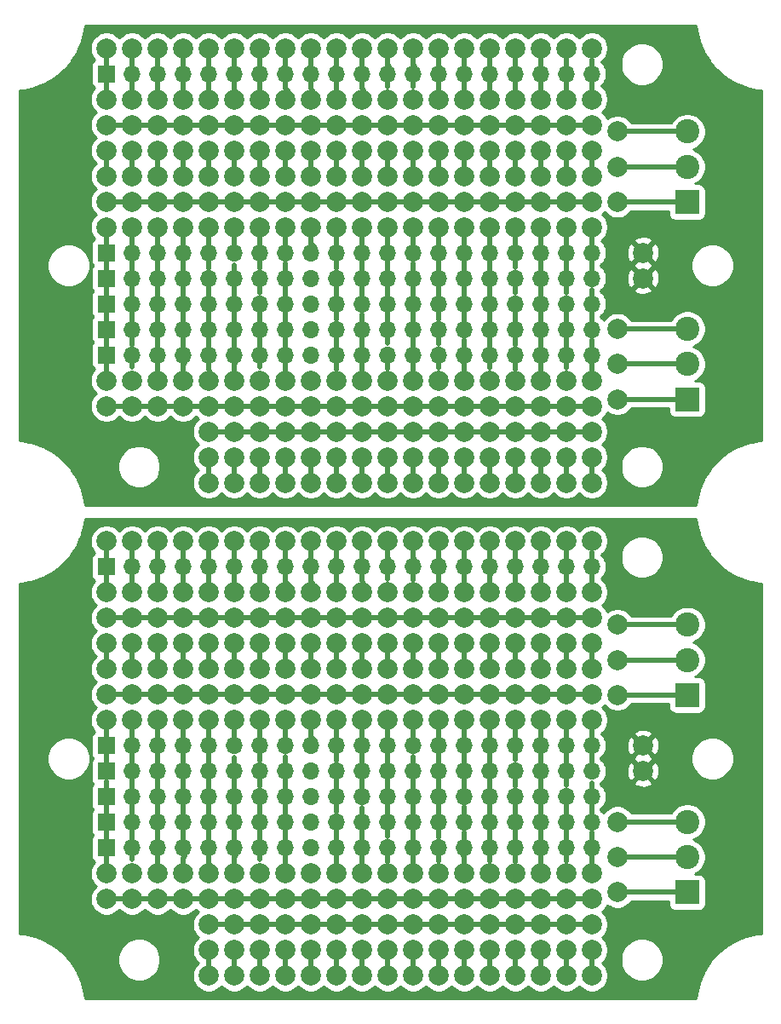
<source format=gbr>
G04 #@! TF.GenerationSoftware,KiCad,Pcbnew,5.1.5+dfsg1-2build2*
G04 #@! TF.CreationDate,2021-11-16T14:52:41-05:00*
G04 #@! TF.ProjectId,,58585858-5858-4585-9858-585858585858,rev?*
G04 #@! TF.SameCoordinates,Original*
G04 #@! TF.FileFunction,Copper,L1,Top*
G04 #@! TF.FilePolarity,Positive*
%FSLAX46Y46*%
G04 Gerber Fmt 4.6, Leading zero omitted, Abs format (unit mm)*
G04 Created by KiCad (PCBNEW 5.1.5+dfsg1-2build2) date 2021-11-16 14:52:41*
%MOMM*%
%LPD*%
G04 APERTURE LIST*
%ADD10C,2.000000*%
%ADD11R,2.400000X2.400000*%
%ADD12C,2.400000*%
%ADD13R,1.700000X1.700000*%
%ADD14O,1.700000X1.700000*%
%ADD15C,1.998980*%
%ADD16C,0.500000*%
%ADD17C,0.254000*%
G04 APERTURE END LIST*
D10*
X170181900Y-140314900D03*
D11*
X179661900Y-134564900D03*
D12*
X179661900Y-131064900D03*
X179661900Y-127564900D03*
D10*
X137161900Y-99674900D03*
X139701900Y-99674900D03*
X142241900Y-99674900D03*
X144781900Y-99674900D03*
X147321900Y-99674900D03*
X149861900Y-99674900D03*
X152401900Y-99674900D03*
X154941900Y-99674900D03*
X172721900Y-107964900D03*
X172721900Y-114964900D03*
X172721900Y-127564900D03*
X172721900Y-131064900D03*
X172721900Y-134564900D03*
X172721900Y-111464900D03*
X144781900Y-114914900D03*
X154941900Y-114914900D03*
X124461900Y-132694900D03*
X160021900Y-114914900D03*
D13*
X121921900Y-122534900D03*
D14*
X124461900Y-122534900D03*
X127001900Y-122534900D03*
X129541900Y-122534900D03*
X132081900Y-122534900D03*
X134621900Y-122534900D03*
X137161900Y-122534900D03*
X139701900Y-122534900D03*
X142241900Y-122534900D03*
X144781900Y-122534900D03*
X147321900Y-122534900D03*
X149861900Y-122534900D03*
X152401900Y-122534900D03*
X154941900Y-122534900D03*
X157481900Y-122534900D03*
X160021900Y-122534900D03*
X162561900Y-122534900D03*
X165101900Y-122534900D03*
X167641900Y-122534900D03*
X170181900Y-122534900D03*
D10*
X160021900Y-117454900D03*
X154941900Y-140314900D03*
X152401900Y-140314900D03*
X160021900Y-132694900D03*
X149861900Y-140314900D03*
X167641900Y-137774900D03*
X170181900Y-137774900D03*
X154941900Y-137774900D03*
X137161900Y-137774900D03*
D11*
X179661900Y-114964900D03*
D12*
X179661900Y-111464900D03*
X179661900Y-107964900D03*
D10*
X160021900Y-99674900D03*
X162561900Y-99674900D03*
X165101900Y-99674900D03*
X167641900Y-99674900D03*
X170181900Y-99674900D03*
X157481900Y-99674900D03*
D15*
X175261900Y-119994900D03*
X175261900Y-122534900D03*
D10*
X162561900Y-117454900D03*
X167641900Y-114914900D03*
X154941900Y-132694900D03*
X149861900Y-132694900D03*
X147321900Y-132694900D03*
X144781900Y-132694900D03*
X134621900Y-137774900D03*
X170181900Y-114914900D03*
X142241900Y-140314900D03*
X139701900Y-140314900D03*
X147321900Y-114914900D03*
X144781900Y-140314900D03*
X134621900Y-140314900D03*
X127001900Y-135234900D03*
X157481900Y-132694900D03*
X142241900Y-137774900D03*
X127001900Y-132694900D03*
X157481900Y-109834900D03*
X160021900Y-109834900D03*
X152401900Y-114914900D03*
X162561900Y-137774900D03*
X152401900Y-137774900D03*
X142241900Y-132694900D03*
X121921900Y-132694900D03*
X165101900Y-137774900D03*
X165101900Y-117454900D03*
X127001900Y-117454900D03*
X132081900Y-135234900D03*
X132081900Y-117454900D03*
X152401900Y-132694900D03*
X139701900Y-112374900D03*
X149861900Y-137774900D03*
X129541900Y-135234900D03*
X124461900Y-117454900D03*
X129541900Y-117454900D03*
X160021900Y-137774900D03*
X149861900Y-114914900D03*
X132081900Y-137774900D03*
X142241900Y-112374900D03*
X165101900Y-114914900D03*
X144781900Y-137774900D03*
X147321900Y-140314900D03*
X137161900Y-117454900D03*
X162561900Y-112374900D03*
X160021900Y-112374900D03*
X157481900Y-112374900D03*
X154941900Y-112374900D03*
X139701900Y-117454900D03*
X152401900Y-112374900D03*
X149861900Y-112374900D03*
X147321900Y-112374900D03*
X167641900Y-112374900D03*
X154941900Y-109834900D03*
X121921900Y-114914900D03*
X144781900Y-112374900D03*
X170181900Y-112374900D03*
X165101900Y-112374900D03*
X147321900Y-135234900D03*
X160021900Y-135234900D03*
X157481900Y-135234900D03*
X154941900Y-135234900D03*
X152401900Y-135234900D03*
X149861900Y-135234900D03*
X144781900Y-135234900D03*
X142241900Y-135234900D03*
X162561900Y-135234900D03*
X165101900Y-135234900D03*
X167641900Y-135234900D03*
X170181900Y-135234900D03*
X139701900Y-135234900D03*
X137161900Y-135234900D03*
X134621900Y-135234900D03*
X142241900Y-114914900D03*
X170181900Y-132694900D03*
X147321900Y-137774900D03*
X132081900Y-140314900D03*
X139701900Y-137774900D03*
X162561900Y-114914900D03*
X121921900Y-135234900D03*
X170181900Y-117454900D03*
X167641900Y-117454900D03*
X157481900Y-137774900D03*
X121921900Y-117454900D03*
X137161900Y-140314900D03*
X162561900Y-132694900D03*
X167641900Y-132694900D03*
X165101900Y-132694900D03*
X167641900Y-140314900D03*
X162561900Y-107294900D03*
X165101900Y-107294900D03*
X132081900Y-112374900D03*
X149861900Y-117454900D03*
X134621900Y-132694900D03*
X152401900Y-117454900D03*
X154941900Y-117454900D03*
X137161900Y-132694900D03*
X127001900Y-114914900D03*
X157481900Y-117454900D03*
X157481900Y-114914900D03*
X144781900Y-117454900D03*
X129541900Y-114914900D03*
X137161900Y-114914900D03*
X139701900Y-114914900D03*
X137161900Y-112374900D03*
X132081900Y-114914900D03*
X134621900Y-114914900D03*
X167641900Y-109834900D03*
X170181900Y-109834900D03*
X121921900Y-112374900D03*
X124461900Y-112374900D03*
X127001900Y-112374900D03*
X129541900Y-112374900D03*
X132081900Y-132694900D03*
X147321900Y-117454900D03*
X149861900Y-109834900D03*
X152401900Y-109834900D03*
X137161900Y-109834900D03*
X139701900Y-109834900D03*
X162561900Y-109834900D03*
X142241900Y-109834900D03*
X144781900Y-109834900D03*
X167641900Y-107294900D03*
X170181900Y-107294900D03*
X147321900Y-109834900D03*
X152401900Y-107294900D03*
X154941900Y-107294900D03*
X121921900Y-109834900D03*
X124461900Y-109834900D03*
X124461900Y-114914900D03*
X132081900Y-109834900D03*
X134621900Y-109834900D03*
X170181900Y-104754900D03*
X121921900Y-107294900D03*
X124461900Y-107294900D03*
X127001900Y-107294900D03*
X129541900Y-107294900D03*
X132081900Y-107294900D03*
X157481900Y-107294900D03*
X160021900Y-107294900D03*
X139701900Y-104754900D03*
X142241900Y-104754900D03*
X144781900Y-104754900D03*
X154941900Y-104754900D03*
X157481900Y-104754900D03*
X160021900Y-104754900D03*
X162561900Y-104754900D03*
X165101900Y-104754900D03*
X167641900Y-104754900D03*
X147321900Y-104754900D03*
X149861900Y-104754900D03*
X152401900Y-104754900D03*
X121921900Y-104754900D03*
X124461900Y-104754900D03*
X127001900Y-104754900D03*
X129541900Y-104754900D03*
X132081900Y-104754900D03*
X134621900Y-104754900D03*
X137161900Y-104754900D03*
X165101900Y-109834900D03*
X134621900Y-112374900D03*
X132081900Y-142854900D03*
X134621900Y-142854900D03*
X134621900Y-99674900D03*
X132081900Y-99674900D03*
X127001900Y-109834900D03*
X129541900Y-109834900D03*
X134621900Y-117454900D03*
X129541900Y-99674900D03*
X127001900Y-99674900D03*
X124461900Y-99674900D03*
X121921900Y-99674900D03*
X137161900Y-142854900D03*
X139701900Y-142854900D03*
X142241900Y-142854900D03*
X144781900Y-142854900D03*
X147321900Y-142854900D03*
X147321900Y-107294900D03*
X149861900Y-107294900D03*
D13*
X121921900Y-102214900D03*
D14*
X124461900Y-102214900D03*
X127001900Y-102214900D03*
X129541900Y-102214900D03*
X132081900Y-102214900D03*
X134621900Y-102214900D03*
X137161900Y-102214900D03*
X139701900Y-102214900D03*
X142241900Y-102214900D03*
X144781900Y-102214900D03*
X147321900Y-102214900D03*
X149861900Y-102214900D03*
X152401900Y-102214900D03*
X154941900Y-102214900D03*
X157481900Y-102214900D03*
X160021900Y-102214900D03*
X162561900Y-102214900D03*
X165101900Y-102214900D03*
X167641900Y-102214900D03*
X170181900Y-102214900D03*
D13*
X121921900Y-119994900D03*
D14*
X124461900Y-119994900D03*
X127001900Y-119994900D03*
X129541900Y-119994900D03*
X132081900Y-119994900D03*
X134621900Y-119994900D03*
X137161900Y-119994900D03*
X139701900Y-119994900D03*
X142241900Y-119994900D03*
X144781900Y-119994900D03*
X147321900Y-119994900D03*
X149861900Y-119994900D03*
X152401900Y-119994900D03*
X154941900Y-119994900D03*
X157481900Y-119994900D03*
X160021900Y-119994900D03*
X162561900Y-119994900D03*
X165101900Y-119994900D03*
X167641900Y-119994900D03*
X170181900Y-119994900D03*
D10*
X134621900Y-107294900D03*
X137161900Y-107294900D03*
X129541900Y-132694900D03*
X139701900Y-107294900D03*
X142241900Y-107294900D03*
X144781900Y-107294900D03*
X152401900Y-142854900D03*
X157481900Y-142854900D03*
X149861900Y-142854900D03*
X167641900Y-142854900D03*
X170181900Y-142854900D03*
D13*
X121921900Y-130154900D03*
D14*
X124461900Y-130154900D03*
X127001900Y-130154900D03*
X129541900Y-130154900D03*
X132081900Y-130154900D03*
X134621900Y-130154900D03*
X137161900Y-130154900D03*
X139701900Y-130154900D03*
X142241900Y-130154900D03*
X144781900Y-130154900D03*
X147321900Y-130154900D03*
X149861900Y-130154900D03*
X152401900Y-130154900D03*
X154941900Y-130154900D03*
X157481900Y-130154900D03*
X160021900Y-130154900D03*
X162561900Y-130154900D03*
X165101900Y-130154900D03*
X167641900Y-130154900D03*
X170181900Y-130154900D03*
D10*
X162561900Y-142854900D03*
X165101900Y-142854900D03*
X160021900Y-142854900D03*
X154941900Y-142854900D03*
D13*
X121921900Y-127614900D03*
D14*
X124461900Y-127614900D03*
X127001900Y-127614900D03*
X129541900Y-127614900D03*
X132081900Y-127614900D03*
X134621900Y-127614900D03*
X137161900Y-127614900D03*
X139701900Y-127614900D03*
X142241900Y-127614900D03*
X144781900Y-127614900D03*
X147321900Y-127614900D03*
X149861900Y-127614900D03*
X152401900Y-127614900D03*
X154941900Y-127614900D03*
X157481900Y-127614900D03*
X160021900Y-127614900D03*
X162561900Y-127614900D03*
X165101900Y-127614900D03*
X167641900Y-127614900D03*
X170181900Y-127614900D03*
D13*
X121921900Y-125074900D03*
D14*
X124461900Y-125074900D03*
X127001900Y-125074900D03*
X129541900Y-125074900D03*
X132081900Y-125074900D03*
X134621900Y-125074900D03*
X137161900Y-125074900D03*
X139701900Y-125074900D03*
X142241900Y-125074900D03*
X144781900Y-125074900D03*
X147321900Y-125074900D03*
X149861900Y-125074900D03*
X152401900Y-125074900D03*
X154941900Y-125074900D03*
X157481900Y-125074900D03*
X160021900Y-125074900D03*
X162561900Y-125074900D03*
X165101900Y-125074900D03*
X167641900Y-125074900D03*
X170181900Y-125074900D03*
D10*
X124461900Y-135234900D03*
X142241900Y-117454900D03*
X162561900Y-140314900D03*
X165101900Y-140314900D03*
X139701900Y-132694900D03*
X160021900Y-140314900D03*
X157481900Y-140314900D03*
X170181900Y-91314900D03*
X167641900Y-91314900D03*
X165101900Y-91314900D03*
X162561900Y-91314900D03*
X160021900Y-91314900D03*
X157481900Y-91314900D03*
X154941900Y-91314900D03*
X152401900Y-91314900D03*
X149861900Y-91314900D03*
X147321900Y-91314900D03*
X144781900Y-91314900D03*
X142241900Y-91314900D03*
X139701900Y-91314900D03*
X137161900Y-91314900D03*
X134621900Y-91314900D03*
X132081900Y-91314900D03*
X170181900Y-88774900D03*
X167641900Y-88774900D03*
X165101900Y-88774900D03*
X162561900Y-88774900D03*
X160021900Y-88774900D03*
X157481900Y-88774900D03*
X154941900Y-88774900D03*
X152401900Y-88774900D03*
X149861900Y-88774900D03*
X147321900Y-88774900D03*
X144781900Y-88774900D03*
X142241900Y-88774900D03*
X139701900Y-88774900D03*
X137161900Y-88774900D03*
X134621900Y-88774900D03*
X132081900Y-88774900D03*
X170181900Y-86234900D03*
X167641900Y-86234900D03*
X165101900Y-86234900D03*
X162561900Y-86234900D03*
X160021900Y-86234900D03*
X157481900Y-86234900D03*
X154941900Y-86234900D03*
X152401900Y-86234900D03*
X149861900Y-86234900D03*
X147321900Y-86234900D03*
X144781900Y-86234900D03*
X142241900Y-86234900D03*
X139701900Y-86234900D03*
X137161900Y-86234900D03*
X134621900Y-86234900D03*
X132081900Y-86234900D03*
X129541900Y-86234900D03*
X127001900Y-86234900D03*
X124461900Y-86234900D03*
X121921900Y-86234900D03*
X170181900Y-83694900D03*
X167641900Y-83694900D03*
X165101900Y-83694900D03*
X162561900Y-83694900D03*
X160021900Y-83694900D03*
X157481900Y-83694900D03*
X154941900Y-83694900D03*
X152401900Y-83694900D03*
X149861900Y-83694900D03*
X147321900Y-83694900D03*
X144781900Y-83694900D03*
X142241900Y-83694900D03*
X139701900Y-83694900D03*
X137161900Y-83694900D03*
X134621900Y-83694900D03*
X132081900Y-83694900D03*
X129541900Y-83694900D03*
X127001900Y-83694900D03*
X124461900Y-83694900D03*
X121921900Y-83694900D03*
X170181900Y-68454900D03*
X167641900Y-68454900D03*
X165101900Y-68454900D03*
X162561900Y-68454900D03*
X160021900Y-68454900D03*
X157481900Y-68454900D03*
X154941900Y-68454900D03*
X152401900Y-68454900D03*
X149861900Y-68454900D03*
X147321900Y-68454900D03*
X144781900Y-68454900D03*
X142241900Y-68454900D03*
X139701900Y-68454900D03*
X137161900Y-68454900D03*
X134621900Y-68454900D03*
X132081900Y-68454900D03*
X129541900Y-68454900D03*
X127001900Y-68454900D03*
X124461900Y-68454900D03*
X121921900Y-68454900D03*
X170181900Y-65914900D03*
X167641900Y-65914900D03*
X165101900Y-65914900D03*
X162561900Y-65914900D03*
X160021900Y-65914900D03*
X157481900Y-65914900D03*
X154941900Y-65914900D03*
X152401900Y-65914900D03*
X149861900Y-65914900D03*
X147321900Y-65914900D03*
X144781900Y-65914900D03*
X142241900Y-65914900D03*
X139701900Y-65914900D03*
X137161900Y-65914900D03*
X134621900Y-65914900D03*
X132081900Y-65914900D03*
X129541900Y-65914900D03*
X127001900Y-65914900D03*
X124461900Y-65914900D03*
X121921900Y-65914900D03*
X170181900Y-63374900D03*
X167641900Y-63374900D03*
X165101900Y-63374900D03*
X162561900Y-63374900D03*
X160021900Y-63374900D03*
X157481900Y-63374900D03*
X154941900Y-63374900D03*
X152401900Y-63374900D03*
X149861900Y-63374900D03*
X147321900Y-63374900D03*
X144781900Y-63374900D03*
X142241900Y-63374900D03*
X139701900Y-63374900D03*
X137161900Y-63374900D03*
X134621900Y-63374900D03*
X132081900Y-63374900D03*
X129541900Y-63374900D03*
X127001900Y-63374900D03*
X124461900Y-63374900D03*
X121921900Y-63374900D03*
X170181900Y-60834900D03*
X167641900Y-60834900D03*
X165101900Y-60834900D03*
X162561900Y-60834900D03*
X160021900Y-60834900D03*
X157481900Y-60834900D03*
X154941900Y-60834900D03*
X152401900Y-60834900D03*
X149861900Y-60834900D03*
X147321900Y-60834900D03*
X144781900Y-60834900D03*
X142241900Y-60834900D03*
X139701900Y-60834900D03*
X137161900Y-60834900D03*
X134621900Y-60834900D03*
X132081900Y-60834900D03*
X129541900Y-60834900D03*
X127001900Y-60834900D03*
X124461900Y-60834900D03*
X121921900Y-60834900D03*
X170181900Y-58294900D03*
X167641900Y-58294900D03*
X165101900Y-58294900D03*
X162561900Y-58294900D03*
X160021900Y-58294900D03*
X157481900Y-58294900D03*
X154941900Y-58294900D03*
X152401900Y-58294900D03*
X149861900Y-58294900D03*
X147321900Y-58294900D03*
X144781900Y-58294900D03*
X142241900Y-58294900D03*
X139701900Y-58294900D03*
X137161900Y-58294900D03*
X134621900Y-58294900D03*
X132081900Y-58294900D03*
X129541900Y-58294900D03*
X127001900Y-58294900D03*
X124461900Y-58294900D03*
X121921900Y-58294900D03*
X170181900Y-55754900D03*
X167641900Y-55754900D03*
X165101900Y-55754900D03*
X162561900Y-55754900D03*
X160021900Y-55754900D03*
X157481900Y-55754900D03*
X154941900Y-55754900D03*
X152401900Y-55754900D03*
X149861900Y-55754900D03*
X147321900Y-55754900D03*
X144781900Y-55754900D03*
X142241900Y-55754900D03*
X139701900Y-55754900D03*
X137161900Y-55754900D03*
X134621900Y-55754900D03*
X132081900Y-55754900D03*
X129541900Y-55754900D03*
X127001900Y-55754900D03*
X124461900Y-55754900D03*
X121921900Y-55754900D03*
X121921900Y-50674900D03*
X124461900Y-50674900D03*
X127001900Y-50674900D03*
X129541900Y-50674900D03*
X132081900Y-50674900D03*
X134621900Y-50674900D03*
X134621900Y-93854900D03*
X132081900Y-93854900D03*
X170181900Y-93854900D03*
X167641900Y-93854900D03*
X149861900Y-93854900D03*
X157481900Y-93854900D03*
X152401900Y-93854900D03*
X147321900Y-93854900D03*
X144781900Y-93854900D03*
X142241900Y-93854900D03*
X139701900Y-93854900D03*
X137161900Y-93854900D03*
X154941900Y-93854900D03*
X160021900Y-93854900D03*
X165101900Y-93854900D03*
X162561900Y-93854900D03*
D14*
X170181900Y-81154900D03*
X167641900Y-81154900D03*
X165101900Y-81154900D03*
X162561900Y-81154900D03*
X160021900Y-81154900D03*
X157481900Y-81154900D03*
X154941900Y-81154900D03*
X152401900Y-81154900D03*
X149861900Y-81154900D03*
X147321900Y-81154900D03*
X144781900Y-81154900D03*
X142241900Y-81154900D03*
X139701900Y-81154900D03*
X137161900Y-81154900D03*
X134621900Y-81154900D03*
X132081900Y-81154900D03*
X129541900Y-81154900D03*
X127001900Y-81154900D03*
X124461900Y-81154900D03*
D13*
X121921900Y-81154900D03*
D14*
X170181900Y-78614900D03*
X167641900Y-78614900D03*
X165101900Y-78614900D03*
X162561900Y-78614900D03*
X160021900Y-78614900D03*
X157481900Y-78614900D03*
X154941900Y-78614900D03*
X152401900Y-78614900D03*
X149861900Y-78614900D03*
X147321900Y-78614900D03*
X144781900Y-78614900D03*
X142241900Y-78614900D03*
X139701900Y-78614900D03*
X137161900Y-78614900D03*
X134621900Y-78614900D03*
X132081900Y-78614900D03*
X129541900Y-78614900D03*
X127001900Y-78614900D03*
X124461900Y-78614900D03*
D13*
X121921900Y-78614900D03*
D14*
X170181900Y-76074900D03*
X167641900Y-76074900D03*
X165101900Y-76074900D03*
X162561900Y-76074900D03*
X160021900Y-76074900D03*
X157481900Y-76074900D03*
X154941900Y-76074900D03*
X152401900Y-76074900D03*
X149861900Y-76074900D03*
X147321900Y-76074900D03*
X144781900Y-76074900D03*
X142241900Y-76074900D03*
X139701900Y-76074900D03*
X137161900Y-76074900D03*
X134621900Y-76074900D03*
X132081900Y-76074900D03*
X129541900Y-76074900D03*
X127001900Y-76074900D03*
X124461900Y-76074900D03*
D13*
X121921900Y-76074900D03*
D14*
X170181900Y-70994900D03*
X167641900Y-70994900D03*
X165101900Y-70994900D03*
X162561900Y-70994900D03*
X160021900Y-70994900D03*
X157481900Y-70994900D03*
X154941900Y-70994900D03*
X152401900Y-70994900D03*
X149861900Y-70994900D03*
X147321900Y-70994900D03*
X144781900Y-70994900D03*
X142241900Y-70994900D03*
X139701900Y-70994900D03*
X137161900Y-70994900D03*
X134621900Y-70994900D03*
X132081900Y-70994900D03*
X129541900Y-70994900D03*
X127001900Y-70994900D03*
X124461900Y-70994900D03*
D13*
X121921900Y-70994900D03*
D14*
X170181900Y-53214900D03*
X167641900Y-53214900D03*
X165101900Y-53214900D03*
X162561900Y-53214900D03*
X160021900Y-53214900D03*
X157481900Y-53214900D03*
X154941900Y-53214900D03*
X152401900Y-53214900D03*
X149861900Y-53214900D03*
X147321900Y-53214900D03*
X144781900Y-53214900D03*
X142241900Y-53214900D03*
X139701900Y-53214900D03*
X137161900Y-53214900D03*
X134621900Y-53214900D03*
X132081900Y-53214900D03*
X129541900Y-53214900D03*
X127001900Y-53214900D03*
X124461900Y-53214900D03*
D13*
X121921900Y-53214900D03*
D14*
X170181900Y-73534900D03*
X167641900Y-73534900D03*
X165101900Y-73534900D03*
X162561900Y-73534900D03*
X160021900Y-73534900D03*
X157481900Y-73534900D03*
X154941900Y-73534900D03*
X152401900Y-73534900D03*
X149861900Y-73534900D03*
X147321900Y-73534900D03*
X144781900Y-73534900D03*
X142241900Y-73534900D03*
X139701900Y-73534900D03*
X137161900Y-73534900D03*
X134621900Y-73534900D03*
X132081900Y-73534900D03*
X129541900Y-73534900D03*
X127001900Y-73534900D03*
X124461900Y-73534900D03*
D13*
X121921900Y-73534900D03*
D15*
X175261900Y-73534900D03*
X175261900Y-70994900D03*
D10*
X157481900Y-50674900D03*
X170181900Y-50674900D03*
X167641900Y-50674900D03*
X165101900Y-50674900D03*
X162561900Y-50674900D03*
X160021900Y-50674900D03*
D12*
X179661900Y-58964900D03*
X179661900Y-62464900D03*
D11*
X179661900Y-65964900D03*
D10*
X172721900Y-62464900D03*
X172721900Y-85564900D03*
X172721900Y-82064900D03*
X172721900Y-78564900D03*
X172721900Y-65964900D03*
X172721900Y-58964900D03*
X154941900Y-50674900D03*
X152401900Y-50674900D03*
X149861900Y-50674900D03*
X147321900Y-50674900D03*
X144781900Y-50674900D03*
X142241900Y-50674900D03*
X139701900Y-50674900D03*
X137161900Y-50674900D03*
D12*
X179661900Y-78564900D03*
X179661900Y-82064900D03*
D11*
X179661900Y-85564900D03*
D16*
X170181900Y-50772700D02*
X170484800Y-50469800D01*
X167641900Y-51293400D02*
X167754300Y-51181000D01*
X165101900Y-51306100D02*
X165544500Y-50863500D01*
X139701900Y-51195600D02*
X139446000Y-50939700D01*
X137161900Y-51144800D02*
X137045700Y-51028600D01*
X157481900Y-50674900D02*
X157481900Y-52144300D01*
X157481900Y-52144300D02*
X157481900Y-55754900D01*
X165101900Y-55754900D02*
X165101900Y-54189000D01*
X167641900Y-50674900D02*
X167641900Y-52258600D01*
X167641900Y-52258600D02*
X167641900Y-55754900D01*
X152401900Y-83694900D02*
X152401900Y-82069300D01*
X121921900Y-86234900D02*
X124461900Y-86234900D01*
X124461900Y-86234900D02*
X127001900Y-86234900D01*
X127001900Y-86234900D02*
X129541900Y-86234900D01*
X129541900Y-86234900D02*
X132081900Y-86234900D01*
X132081900Y-86234900D02*
X134621900Y-86234900D01*
X134621900Y-86234900D02*
X137161900Y-86234900D01*
X137161900Y-86234900D02*
X139701900Y-86234900D01*
X132081900Y-88774900D02*
X134621900Y-88774900D01*
X134621900Y-88774900D02*
X137161900Y-88774900D01*
X137161900Y-88774900D02*
X139701900Y-88774900D01*
X139701900Y-86234900D02*
X142241900Y-86234900D01*
X139701900Y-88774900D02*
X142241900Y-88774900D01*
X142241900Y-88774900D02*
X144781900Y-88774900D01*
X142241900Y-86234900D02*
X143765900Y-86234900D01*
X144781900Y-86234900D02*
X147321900Y-86234900D01*
X144781900Y-88774900D02*
X147321900Y-88774900D01*
X147321900Y-86234900D02*
X149861900Y-86234900D01*
X147321900Y-88774900D02*
X149861900Y-88774900D01*
X149861900Y-88774900D02*
X152401900Y-88774900D01*
X149861900Y-86234900D02*
X152401900Y-86234900D01*
X152401900Y-86234900D02*
X154941900Y-86234900D01*
X152401900Y-88774900D02*
X154941900Y-88774900D01*
X154941900Y-86234900D02*
X157481900Y-86234900D01*
X154941900Y-88774900D02*
X157481900Y-88774900D01*
X157481900Y-86234900D02*
X160021900Y-86234900D01*
X157481900Y-88774900D02*
X160021900Y-88774900D01*
X160021900Y-86234900D02*
X162561900Y-86234900D01*
X160021900Y-88774900D02*
X162561900Y-88774900D01*
X162561900Y-88774900D02*
X165101900Y-88774900D01*
X162561900Y-86234900D02*
X165101900Y-86234900D01*
X165101900Y-86234900D02*
X167641900Y-86234900D01*
X167641900Y-86234900D02*
X170181900Y-86234900D01*
X165101900Y-88774900D02*
X167641900Y-88774900D01*
X167641900Y-88774900D02*
X170181900Y-88774900D01*
X170181900Y-91314900D02*
X170181900Y-93854900D01*
X167641900Y-91314900D02*
X167641900Y-93854900D01*
X165101900Y-91314900D02*
X165101900Y-93854900D01*
X162561900Y-91314900D02*
X162561900Y-93854900D01*
X160021900Y-91314900D02*
X160021900Y-93854900D01*
X157481900Y-91314900D02*
X157481900Y-93854900D01*
X154941900Y-91314900D02*
X154941900Y-93854900D01*
X152401900Y-91314900D02*
X152401900Y-93854900D01*
X149861900Y-91314900D02*
X149861900Y-93854900D01*
X147321900Y-91314900D02*
X147321900Y-93854900D01*
X144781900Y-91314900D02*
X144781900Y-93854900D01*
X142241900Y-91314900D02*
X142241900Y-93854900D01*
X139701900Y-91314900D02*
X139701900Y-93854900D01*
X137161900Y-91314900D02*
X137161900Y-93854900D01*
X134621900Y-91314900D02*
X134621900Y-93854900D01*
X132081900Y-91314900D02*
X132081900Y-93854900D01*
X170181900Y-58294900D02*
X167641900Y-58294900D01*
X167641900Y-58294900D02*
X165101900Y-58294900D01*
X165101900Y-58294900D02*
X162561900Y-58294900D01*
X162561900Y-58294900D02*
X160021900Y-58294900D01*
X157481900Y-58294900D02*
X160021900Y-58294900D01*
X154941900Y-58294900D02*
X157481900Y-58294900D01*
X152401900Y-58294900D02*
X154941900Y-58294900D01*
X149861900Y-58294900D02*
X152401900Y-58294900D01*
X147321900Y-58294900D02*
X149861900Y-58294900D01*
X144781900Y-58294900D02*
X147321900Y-58294900D01*
X142241900Y-58294900D02*
X144781900Y-58294900D01*
X139701900Y-58294900D02*
X142241900Y-58294900D01*
X137161900Y-58294900D02*
X139701900Y-58294900D01*
X134621900Y-58294900D02*
X137161900Y-58294900D01*
X132081900Y-58294900D02*
X134621900Y-58294900D01*
X129541900Y-58294900D02*
X132081900Y-58294900D01*
X127001900Y-58294900D02*
X129541900Y-58294900D01*
X124461900Y-58294900D02*
X127001900Y-58294900D01*
X121921900Y-58294900D02*
X124461900Y-58294900D01*
X170181900Y-65914900D02*
X167641900Y-65914900D01*
X167641900Y-65914900D02*
X165101900Y-65914900D01*
X165101900Y-65914900D02*
X162561900Y-65914900D01*
X162561900Y-65914900D02*
X160021900Y-65914900D01*
X160021900Y-65914900D02*
X157481900Y-65914900D01*
X157481900Y-65914900D02*
X154941900Y-65914900D01*
X154941900Y-65914900D02*
X152401900Y-65914900D01*
X152401900Y-65914900D02*
X149861900Y-65914900D01*
X149861900Y-65914900D02*
X147321900Y-65914900D01*
X147321900Y-65914900D02*
X144781900Y-65914900D01*
X144781900Y-65914900D02*
X142241900Y-65914900D01*
X139701900Y-65914900D02*
X142241900Y-65914900D01*
X139701900Y-65914900D02*
X137161900Y-65914900D01*
X137161900Y-65914900D02*
X134621900Y-65914900D01*
X134621900Y-65914900D02*
X132081900Y-65914900D01*
X132081900Y-65914900D02*
X129541900Y-65914900D01*
X129541900Y-65914900D02*
X127001900Y-65914900D01*
X127001900Y-65914900D02*
X124461900Y-65914900D01*
X124461900Y-65914900D02*
X121921900Y-65914900D01*
X170181900Y-63374900D02*
X170181900Y-60834900D01*
X167641900Y-63374900D02*
X167641900Y-60834900D01*
X165101900Y-63374900D02*
X165101900Y-60834900D01*
X162561900Y-63374900D02*
X162561900Y-60834900D01*
X160021900Y-63374900D02*
X160021900Y-60834900D01*
X157481900Y-63374900D02*
X157481900Y-60834900D01*
X154941900Y-63374900D02*
X154941900Y-60834900D01*
X152401900Y-63374900D02*
X152401900Y-60834900D01*
X149861900Y-63374900D02*
X149861900Y-60834900D01*
X147321900Y-63374900D02*
X147321900Y-60834900D01*
X144781900Y-63374900D02*
X144781900Y-60834900D01*
X142241900Y-63374900D02*
X142241900Y-60834900D01*
X139701900Y-63374900D02*
X139701900Y-60834900D01*
X137161900Y-63374900D02*
X137161900Y-60834900D01*
X134621900Y-63374900D02*
X134621900Y-60834900D01*
X132081900Y-63374900D02*
X132081900Y-60834900D01*
X129541900Y-63374900D02*
X129541900Y-60834900D01*
X127001900Y-63374900D02*
X127001900Y-60834900D01*
X124461900Y-63374900D02*
X124461900Y-60834900D01*
X121921900Y-63374900D02*
X121921900Y-60834900D01*
X167641900Y-107294900D02*
X165101900Y-107294900D01*
X165101900Y-107294900D02*
X162561900Y-107294900D01*
X162561900Y-107294900D02*
X160021900Y-107294900D01*
X157481900Y-107294900D02*
X160021900Y-107294900D01*
X154941900Y-107294900D02*
X157481900Y-107294900D01*
X152401900Y-107294900D02*
X154941900Y-107294900D01*
X165101900Y-100306100D02*
X165544500Y-99863500D01*
X170181900Y-107294900D02*
X167641900Y-107294900D01*
X167641900Y-100293400D02*
X167754300Y-100181000D01*
X139701900Y-100195600D02*
X139446000Y-99939700D01*
X170181900Y-99772700D02*
X170484800Y-99469800D01*
X157481900Y-99674900D02*
X157481900Y-101144300D01*
X157481900Y-101144300D02*
X157481900Y-104754900D01*
X165101900Y-104754900D02*
X165101900Y-103189000D01*
X167641900Y-99674900D02*
X167641900Y-101258600D01*
X167641900Y-101258600D02*
X167641900Y-104754900D01*
X152401900Y-132694900D02*
X152401900Y-131069300D01*
X121921900Y-135234900D02*
X124461900Y-135234900D01*
X124461900Y-135234900D02*
X127001900Y-135234900D01*
X127001900Y-135234900D02*
X129541900Y-135234900D01*
X129541900Y-135234900D02*
X132081900Y-135234900D01*
X132081900Y-135234900D02*
X134621900Y-135234900D01*
X134621900Y-135234900D02*
X137161900Y-135234900D01*
X137161900Y-135234900D02*
X139701900Y-135234900D01*
X132081900Y-137774900D02*
X134621900Y-137774900D01*
X134621900Y-137774900D02*
X137161900Y-137774900D01*
X137161900Y-137774900D02*
X139701900Y-137774900D01*
X139701900Y-135234900D02*
X142241900Y-135234900D01*
X139701900Y-137774900D02*
X142241900Y-137774900D01*
X142241900Y-137774900D02*
X144781900Y-137774900D01*
X142241900Y-135234900D02*
X143765900Y-135234900D01*
X144781900Y-135234900D02*
X147321900Y-135234900D01*
X144781900Y-137774900D02*
X147321900Y-137774900D01*
X147321900Y-135234900D02*
X149861900Y-135234900D01*
X147321900Y-137774900D02*
X149861900Y-137774900D01*
X149861900Y-137774900D02*
X152401900Y-137774900D01*
X149861900Y-135234900D02*
X152401900Y-135234900D01*
X152401900Y-135234900D02*
X154941900Y-135234900D01*
X152401900Y-137774900D02*
X154941900Y-137774900D01*
X154941900Y-135234900D02*
X157481900Y-135234900D01*
X154941900Y-137774900D02*
X157481900Y-137774900D01*
X157481900Y-135234900D02*
X160021900Y-135234900D01*
X157481900Y-137774900D02*
X160021900Y-137774900D01*
X160021900Y-135234900D02*
X162561900Y-135234900D01*
X160021900Y-137774900D02*
X162561900Y-137774900D01*
X162561900Y-137774900D02*
X165101900Y-137774900D01*
X162561900Y-135234900D02*
X165101900Y-135234900D01*
X165101900Y-135234900D02*
X167641900Y-135234900D01*
X167641900Y-135234900D02*
X170181900Y-135234900D01*
X165101900Y-137774900D02*
X167641900Y-137774900D01*
X167641900Y-137774900D02*
X170181900Y-137774900D01*
X170181900Y-140314900D02*
X170181900Y-142854900D01*
X167641900Y-140314900D02*
X167641900Y-142854900D01*
X165101900Y-140314900D02*
X165101900Y-142854900D01*
X162561900Y-140314900D02*
X162561900Y-142854900D01*
X160021900Y-140314900D02*
X160021900Y-142854900D01*
X157481900Y-140314900D02*
X157481900Y-142854900D01*
X154941900Y-140314900D02*
X154941900Y-142854900D01*
X152401900Y-140314900D02*
X152401900Y-142854900D01*
X149861900Y-140314900D02*
X149861900Y-142854900D01*
X147321900Y-140314900D02*
X147321900Y-142854900D01*
X144781900Y-140314900D02*
X144781900Y-142854900D01*
X142241900Y-140314900D02*
X142241900Y-142854900D01*
X139701900Y-140314900D02*
X139701900Y-142854900D01*
X137161900Y-140314900D02*
X137161900Y-142854900D01*
X134621900Y-140314900D02*
X134621900Y-142854900D01*
X132081900Y-140314900D02*
X132081900Y-142854900D01*
X149861900Y-107294900D02*
X152401900Y-107294900D01*
X147321900Y-107294900D02*
X149861900Y-107294900D01*
X144781900Y-107294900D02*
X147321900Y-107294900D01*
X142241900Y-107294900D02*
X144781900Y-107294900D01*
X139701900Y-107294900D02*
X142241900Y-107294900D01*
X137161900Y-107294900D02*
X139701900Y-107294900D01*
X134621900Y-107294900D02*
X137161900Y-107294900D01*
X132081900Y-107294900D02*
X134621900Y-107294900D01*
X129541900Y-107294900D02*
X132081900Y-107294900D01*
X127001900Y-107294900D02*
X129541900Y-107294900D01*
X124461900Y-107294900D02*
X127001900Y-107294900D01*
X121921900Y-107294900D02*
X124461900Y-107294900D01*
X170181900Y-114914900D02*
X167641900Y-114914900D01*
X167641900Y-114914900D02*
X165101900Y-114914900D01*
X165101900Y-114914900D02*
X162561900Y-114914900D01*
X162561900Y-114914900D02*
X160021900Y-114914900D01*
X160021900Y-114914900D02*
X157481900Y-114914900D01*
X157481900Y-114914900D02*
X154941900Y-114914900D01*
X154941900Y-114914900D02*
X152401900Y-114914900D01*
X152401900Y-114914900D02*
X149861900Y-114914900D01*
X149861900Y-114914900D02*
X147321900Y-114914900D01*
X147321900Y-114914900D02*
X144781900Y-114914900D01*
X144781900Y-114914900D02*
X142241900Y-114914900D01*
X139701900Y-114914900D02*
X142241900Y-114914900D01*
X139701900Y-114914900D02*
X137161900Y-114914900D01*
X137161900Y-114914900D02*
X134621900Y-114914900D01*
X134621900Y-114914900D02*
X132081900Y-114914900D01*
X132081900Y-114914900D02*
X129541900Y-114914900D01*
X129541900Y-114914900D02*
X127001900Y-114914900D01*
X127001900Y-114914900D02*
X124461900Y-114914900D01*
X124461900Y-114914900D02*
X121921900Y-114914900D01*
X170181900Y-112374900D02*
X170181900Y-109834900D01*
X167641900Y-112374900D02*
X167641900Y-109834900D01*
X165101900Y-112374900D02*
X165101900Y-109834900D01*
X162561900Y-112374900D02*
X162561900Y-109834900D01*
X160021900Y-112374900D02*
X160021900Y-109834900D01*
X157481900Y-112374900D02*
X157481900Y-109834900D01*
X154941900Y-112374900D02*
X154941900Y-109834900D01*
X152401900Y-112374900D02*
X152401900Y-109834900D01*
X149861900Y-112374900D02*
X149861900Y-109834900D01*
X147321900Y-112374900D02*
X147321900Y-109834900D01*
X144781900Y-112374900D02*
X144781900Y-109834900D01*
X142241900Y-112374900D02*
X142241900Y-109834900D01*
X139701900Y-112374900D02*
X139701900Y-109834900D01*
X137161900Y-112374900D02*
X137161900Y-109834900D01*
X134621900Y-112374900D02*
X134621900Y-109834900D01*
X132081900Y-112374900D02*
X132081900Y-109834900D01*
X129541900Y-112374900D02*
X129541900Y-109834900D01*
X127001900Y-112374900D02*
X127001900Y-109834900D01*
X124461900Y-112374900D02*
X124461900Y-109834900D01*
X121921900Y-112374900D02*
X121921900Y-109834900D01*
X137161900Y-100144800D02*
X137045700Y-100028600D01*
X179588000Y-78564900D02*
X179705000Y-78447900D01*
X179207000Y-78564900D02*
X179298600Y-78473300D01*
X179765800Y-78564900D02*
X179832000Y-78498700D01*
X179321300Y-78564900D02*
X179451000Y-78435200D01*
X172721900Y-78564900D02*
X179321300Y-78564900D01*
X179588000Y-127564900D02*
X179705000Y-127447900D01*
X179207000Y-127564900D02*
X179298600Y-127473300D01*
X179765800Y-127564900D02*
X179832000Y-127498700D01*
X179321300Y-127564900D02*
X179451000Y-127435200D01*
X172721900Y-127564900D02*
X179321300Y-127564900D01*
X179486600Y-82064900D02*
X179552600Y-82130900D01*
X179453500Y-82064900D02*
X179565300Y-81953100D01*
X179275700Y-82064900D02*
X179641500Y-81699100D01*
X172721900Y-82064900D02*
X179275700Y-82064900D01*
X179486600Y-131064900D02*
X179552600Y-131130900D01*
X179453500Y-131064900D02*
X179565300Y-130953100D01*
X179275700Y-131064900D02*
X179641500Y-130699100D01*
X172721900Y-131064900D02*
X179275700Y-131064900D01*
X179331700Y-85564900D02*
X179400200Y-85496400D01*
X179598400Y-85564900D02*
X179705000Y-85458300D01*
X179319000Y-85564900D02*
X179552600Y-85331300D01*
X172721900Y-85564900D02*
X179319000Y-85564900D01*
X179331700Y-134564900D02*
X179400200Y-134496400D01*
X179598400Y-134564900D02*
X179705000Y-134458300D01*
X179319000Y-134564900D02*
X179552600Y-134331300D01*
X172721900Y-134564900D02*
X179319000Y-134564900D01*
X179411700Y-58964900D02*
X179590700Y-59143900D01*
X179589500Y-58964900D02*
X179628800Y-59004200D01*
X179680800Y-58964900D02*
X179819300Y-58826400D01*
X172721900Y-58964900D02*
X179680800Y-58964900D01*
X179411700Y-107964900D02*
X179590700Y-108143900D01*
X179589500Y-107964900D02*
X179628800Y-108004200D01*
X179680800Y-107964900D02*
X179819300Y-107826400D01*
X172721900Y-107964900D02*
X179680800Y-107964900D01*
X179604500Y-65964900D02*
X179743100Y-66103500D01*
X179312400Y-65964900D02*
X179451000Y-66103500D01*
X179856300Y-65964900D02*
X179908200Y-65913000D01*
X172721900Y-65964900D02*
X179856300Y-65964900D01*
X179604500Y-114964900D02*
X179743100Y-115103500D01*
X179312400Y-114964900D02*
X179451000Y-115103500D01*
X179856300Y-114964900D02*
X179908200Y-114913000D01*
X172721900Y-114964900D02*
X179856300Y-114964900D01*
X179533600Y-62464900D02*
X179590700Y-62407800D01*
X179698700Y-62464900D02*
X179793900Y-62369700D01*
X179470000Y-62464900D02*
X179552600Y-62547500D01*
X172721900Y-62464900D02*
X179470000Y-62464900D01*
X179533600Y-111464900D02*
X179590700Y-111407800D01*
X179698700Y-111464900D02*
X179793900Y-111369700D01*
X179470000Y-111464900D02*
X179552600Y-111547500D01*
X172721900Y-111464900D02*
X179470000Y-111464900D01*
X139701900Y-52538000D02*
X139547600Y-52692300D01*
X139701900Y-50674900D02*
X139701900Y-52538000D01*
X139701900Y-54713500D02*
X140030200Y-55041800D01*
X139701900Y-53214900D02*
X139701900Y-54713500D01*
X139701900Y-101538000D02*
X139547600Y-101692300D01*
X139701900Y-99674900D02*
X139701900Y-101538000D01*
X139701900Y-103713500D02*
X140030200Y-104041800D01*
X139701900Y-102214900D02*
X139701900Y-103713500D01*
X137161900Y-52833900D02*
X137375900Y-53047900D01*
X137161900Y-50674900D02*
X137161900Y-52833900D01*
X137161900Y-55014500D02*
X137134600Y-55041800D01*
X137161900Y-53214900D02*
X137161900Y-55014500D01*
X137161900Y-101833900D02*
X137375900Y-102047900D01*
X137161900Y-99674900D02*
X137161900Y-101833900D01*
X137161900Y-104014500D02*
X137134600Y-104041800D01*
X137161900Y-102214900D02*
X137161900Y-104014500D01*
X134621900Y-52529100D02*
X134899400Y-52806600D01*
X134621900Y-50674900D02*
X134621900Y-52529100D01*
X134621900Y-54891300D02*
X134962900Y-55232300D01*
X134621900Y-53214900D02*
X134621900Y-54891300D01*
X134621900Y-101529100D02*
X134899400Y-101806600D01*
X134621900Y-99674900D02*
X134621900Y-101529100D01*
X134621900Y-103891300D02*
X134962900Y-104232300D01*
X134621900Y-102214900D02*
X134621900Y-103891300D01*
X132081900Y-53642900D02*
X132067300Y-53657500D01*
X132081900Y-50674900D02*
X132081900Y-53642900D01*
X132081900Y-54891300D02*
X132359400Y-55168800D01*
X132081900Y-53214900D02*
X132081900Y-54891300D01*
X132081900Y-102642900D02*
X132067300Y-102657500D01*
X132081900Y-99674900D02*
X132081900Y-102642900D01*
X132081900Y-103891300D02*
X132359400Y-104168800D01*
X132081900Y-102214900D02*
X132081900Y-103891300D01*
X129541900Y-53211100D02*
X129463800Y-53289200D01*
X129541900Y-50674900D02*
X129541900Y-53211100D01*
X129541900Y-55090700D02*
X129349500Y-55283100D01*
X129541900Y-53214900D02*
X129541900Y-55090700D01*
X129541900Y-102211100D02*
X129463800Y-102289200D01*
X129541900Y-99674900D02*
X129541900Y-102211100D01*
X129541900Y-104090700D02*
X129349500Y-104283100D01*
X129541900Y-102214900D02*
X129541900Y-104090700D01*
X127001900Y-53062500D02*
X127292100Y-53352700D01*
X127001900Y-50674900D02*
X127001900Y-53062500D01*
X127001900Y-55551700D02*
X127165100Y-55714900D01*
X127001900Y-53214900D02*
X127001900Y-55551700D01*
X127001900Y-102062500D02*
X127292100Y-102352700D01*
X127001900Y-99674900D02*
X127001900Y-102062500D01*
X127001900Y-104551700D02*
X127165100Y-104714900D01*
X127001900Y-102214900D02*
X127001900Y-104551700D01*
X124461900Y-53046000D02*
X124460000Y-53047900D01*
X124461900Y-50674900D02*
X124461900Y-53046000D01*
X124461900Y-55234200D02*
X124637800Y-55410100D01*
X124461900Y-53214900D02*
X124461900Y-55234200D01*
X124461900Y-102046000D02*
X124460000Y-102047900D01*
X124461900Y-99674900D02*
X124461900Y-102046000D01*
X124461900Y-104234200D02*
X124637800Y-104410100D01*
X124461900Y-102214900D02*
X124461900Y-104234200D01*
X121921900Y-52935500D02*
X122034300Y-53047900D01*
X121921900Y-50674900D02*
X121921900Y-52935500D01*
X121921900Y-55221500D02*
X122224800Y-55524400D01*
X121921900Y-53214900D02*
X121921900Y-55221500D01*
X121921900Y-101935500D02*
X122034300Y-102047900D01*
X121921900Y-99674900D02*
X121921900Y-101935500D01*
X121921900Y-104221500D02*
X122224800Y-104524400D01*
X121921900Y-102214900D02*
X121921900Y-104221500D01*
X139701900Y-70690100D02*
X139827000Y-70815200D01*
X139701900Y-68454900D02*
X139701900Y-70690100D01*
X139701900Y-119690100D02*
X139827000Y-119815200D01*
X139701900Y-117454900D02*
X139701900Y-119690100D01*
X137161900Y-70664700D02*
X137236200Y-70739000D01*
X137161900Y-68454900D02*
X137161900Y-70664700D01*
X137161900Y-70994900D02*
X137161900Y-72518900D01*
X137161900Y-119664700D02*
X137236200Y-119739000D01*
X137161900Y-117454900D02*
X137161900Y-119664700D01*
X137161900Y-119994900D02*
X137161900Y-121518900D01*
X134621900Y-70601200D02*
X135013700Y-70993000D01*
X134621900Y-68454900D02*
X134621900Y-70601200D01*
X134621900Y-119601200D02*
X135013700Y-119993000D01*
X134621900Y-117454900D02*
X134621900Y-119601200D01*
X132081900Y-70359900D02*
X132537200Y-70815200D01*
X132081900Y-68454900D02*
X132081900Y-70359900D01*
X132081900Y-70994900D02*
X132081900Y-72557000D01*
X132081900Y-119359900D02*
X132537200Y-119815200D01*
X132081900Y-117454900D02*
X132081900Y-119359900D01*
X132081900Y-119994900D02*
X132081900Y-121557000D01*
X129541900Y-70610100D02*
X129374900Y-70777100D01*
X129541900Y-68454900D02*
X129541900Y-70610100D01*
X129541900Y-119610100D02*
X129374900Y-119777100D01*
X129541900Y-117454900D02*
X129541900Y-119610100D01*
X127001900Y-70258300D02*
X127355600Y-70612000D01*
X127001900Y-68454900D02*
X127001900Y-70258300D01*
X127001900Y-119258300D02*
X127355600Y-119612000D01*
X127001900Y-117454900D02*
X127001900Y-119258300D01*
X124461900Y-70359900D02*
X124587000Y-70485000D01*
X124461900Y-68454900D02*
X124461900Y-70359900D01*
X124461900Y-70994900D02*
X124461900Y-72671300D01*
X124461900Y-119359900D02*
X124587000Y-119485000D01*
X124461900Y-117454900D02*
X124461900Y-119359900D01*
X124461900Y-119994900D02*
X124461900Y-121671300D01*
X121921900Y-70334500D02*
X122364500Y-70777100D01*
X121921900Y-68454900D02*
X121921900Y-70334500D01*
X121921900Y-119334500D02*
X122364500Y-119777100D01*
X121921900Y-117454900D02*
X121921900Y-119334500D01*
X139701900Y-73534900D02*
X139701900Y-72057900D01*
X139701900Y-122534900D02*
X139701900Y-121057900D01*
X137161900Y-73534900D02*
X137161900Y-75046200D01*
X137161900Y-122534900D02*
X137161900Y-124046200D01*
X134621900Y-73534900D02*
X134621900Y-72184900D01*
X134621900Y-122534900D02*
X134621900Y-121184900D01*
X132081900Y-73534900D02*
X132081900Y-75334500D01*
X132081900Y-122534900D02*
X132081900Y-124334500D01*
X129541900Y-73534900D02*
X129541900Y-71778500D01*
X129541900Y-122534900D02*
X129541900Y-120778500D01*
X127001900Y-73534900D02*
X127001900Y-71842000D01*
X127001900Y-122534900D02*
X127001900Y-120842000D01*
X124461900Y-73534900D02*
X124461900Y-75389100D01*
X124461900Y-122534900D02*
X124461900Y-124389100D01*
X121921900Y-73534900D02*
X121921900Y-71842000D01*
X121921900Y-122534900D02*
X121921900Y-120842000D01*
X139701900Y-76074900D02*
X139701900Y-74407400D01*
X139701900Y-125074900D02*
X139701900Y-123407400D01*
X137161900Y-76074900D02*
X137161900Y-77798300D01*
X137161900Y-125074900D02*
X137161900Y-126798300D01*
X134621900Y-76074900D02*
X134621900Y-74432800D01*
X134621900Y-125074900D02*
X134621900Y-123432800D01*
X132081900Y-76074900D02*
X132081900Y-77751300D01*
X132081900Y-125074900D02*
X132081900Y-126751300D01*
X129541900Y-76074900D02*
X129541900Y-74318500D01*
X129541900Y-125074900D02*
X129541900Y-123318500D01*
X127001900Y-76074900D02*
X127001900Y-74432800D01*
X127001900Y-125074900D02*
X127001900Y-123432800D01*
X124461900Y-76074900D02*
X124461900Y-77938000D01*
X124461900Y-125074900D02*
X124461900Y-126938000D01*
X121921900Y-76074900D02*
X121921900Y-74487400D01*
X121921900Y-125074900D02*
X121921900Y-123487400D01*
X121921900Y-78614900D02*
X121921900Y-76824200D01*
X121921900Y-127614900D02*
X121921900Y-125824200D01*
X144781900Y-52411000D02*
X144741900Y-52451000D01*
X144781900Y-50674900D02*
X144781900Y-52411000D01*
X144781900Y-55081800D02*
X144983200Y-55283100D01*
X144781900Y-53214900D02*
X144781900Y-55081800D01*
X144781900Y-101411000D02*
X144741900Y-101451000D01*
X144781900Y-99674900D02*
X144781900Y-101411000D01*
X144781900Y-104081800D02*
X144983200Y-104283100D01*
X144781900Y-102214900D02*
X144781900Y-104081800D01*
X142241900Y-52411000D02*
X142201900Y-52451000D01*
X142241900Y-50674900D02*
X142241900Y-52411000D01*
X142241900Y-54726200D02*
X142506700Y-54991000D01*
X142241900Y-53214900D02*
X142241900Y-54726200D01*
X142241900Y-101411000D02*
X142201900Y-101451000D01*
X142241900Y-99674900D02*
X142241900Y-101411000D01*
X142241900Y-103726200D02*
X142506700Y-103991000D01*
X142241900Y-102214900D02*
X142241900Y-103726200D01*
X170230800Y-51790600D02*
X170230800Y-52806600D01*
X170181900Y-53947700D02*
X170230800Y-53898800D01*
X170181900Y-55754900D02*
X170181900Y-53947700D01*
X170230800Y-100790600D02*
X170230800Y-101806600D01*
X170181900Y-102947700D02*
X170230800Y-102898800D01*
X170181900Y-104754900D02*
X170181900Y-102947700D01*
X165101900Y-52550700D02*
X165087300Y-52565300D01*
X165101900Y-50674900D02*
X165101900Y-52550700D01*
X165101900Y-101550700D02*
X165087300Y-101565300D01*
X165101900Y-99674900D02*
X165101900Y-101550700D01*
X162561900Y-52741200D02*
X162433000Y-52870100D01*
X162561900Y-50674900D02*
X162561900Y-52741200D01*
X162561900Y-53947700D02*
X162610800Y-53898800D01*
X162561900Y-55754900D02*
X162561900Y-53947700D01*
X162561900Y-101741200D02*
X162433000Y-101870100D01*
X162561900Y-99674900D02*
X162561900Y-101741200D01*
X162561900Y-102947700D02*
X162610800Y-102898800D01*
X162561900Y-104754900D02*
X162561900Y-102947700D01*
X160021900Y-52745000D02*
X160147000Y-52870100D01*
X160021900Y-50674900D02*
X160021900Y-52745000D01*
X160021900Y-54087400D02*
X160147000Y-53962300D01*
X160021900Y-55754900D02*
X160021900Y-54087400D01*
X160021900Y-101745000D02*
X160147000Y-101870100D01*
X160021900Y-99674900D02*
X160021900Y-101745000D01*
X160021900Y-103087400D02*
X160147000Y-102962300D01*
X160021900Y-104754900D02*
X160021900Y-103087400D01*
X154941900Y-52389400D02*
X155003500Y-52451000D01*
X154941900Y-50674900D02*
X154941900Y-52389400D01*
X154941900Y-53214900D02*
X154941900Y-54738900D01*
X154941900Y-101389400D02*
X155003500Y-101451000D01*
X154941900Y-99674900D02*
X154941900Y-101389400D01*
X154941900Y-102214900D02*
X154941900Y-103738900D01*
X152401900Y-52325900D02*
X152590500Y-52514500D01*
X152401900Y-50674900D02*
X152401900Y-52325900D01*
X152401900Y-53214900D02*
X152401900Y-54548400D01*
X152401900Y-101325900D02*
X152590500Y-101514500D01*
X152401900Y-99674900D02*
X152401900Y-101325900D01*
X152401900Y-102214900D02*
X152401900Y-103548400D01*
X149861900Y-52376700D02*
X149999700Y-52514500D01*
X149861900Y-50674900D02*
X149861900Y-52376700D01*
X149861900Y-53214900D02*
X149861900Y-54484900D01*
X149861900Y-101376700D02*
X149999700Y-101514500D01*
X149861900Y-99674900D02*
X149861900Y-101376700D01*
X149861900Y-102214900D02*
X149861900Y-103484900D01*
X147321900Y-52973600D02*
X147345400Y-52997100D01*
X147321900Y-50674900D02*
X147321900Y-52973600D01*
X147321900Y-54662700D02*
X147523200Y-54864000D01*
X147321900Y-53214900D02*
X147321900Y-54662700D01*
X147321900Y-101973600D02*
X147345400Y-101997100D01*
X147321900Y-99674900D02*
X147321900Y-101973600D01*
X147321900Y-103662700D02*
X147523200Y-103864000D01*
X147321900Y-102214900D02*
X147321900Y-103662700D01*
X170181900Y-70347200D02*
X170357800Y-70523100D01*
X170181900Y-68454900D02*
X170181900Y-70347200D01*
X170181900Y-119347200D02*
X170357800Y-119523100D01*
X170181900Y-117454900D02*
X170181900Y-119347200D01*
X167641900Y-70461500D02*
X167665400Y-70485000D01*
X167641900Y-68454900D02*
X167641900Y-70461500D01*
X167641900Y-70994900D02*
X167641900Y-72921500D01*
X167641900Y-119461500D02*
X167665400Y-119485000D01*
X167641900Y-117454900D02*
X167641900Y-119461500D01*
X167641900Y-119994900D02*
X167641900Y-121921500D01*
X165101900Y-70728200D02*
X165150800Y-70777100D01*
X165101900Y-68454900D02*
X165101900Y-70728200D01*
X165101900Y-119728200D02*
X165150800Y-119777100D01*
X165101900Y-117454900D02*
X165101900Y-119728200D01*
X162561900Y-70499600D02*
X162763200Y-70700900D01*
X162561900Y-68454900D02*
X162561900Y-70499600D01*
X162561900Y-70994900D02*
X162561900Y-72430000D01*
X162561900Y-119499600D02*
X162763200Y-119700900D01*
X162561900Y-117454900D02*
X162561900Y-119499600D01*
X162561900Y-119994900D02*
X162561900Y-121430000D01*
X160021900Y-70512300D02*
X160121600Y-70612000D01*
X160021900Y-68454900D02*
X160021900Y-70512300D01*
X160021900Y-70994900D02*
X160021900Y-72785600D01*
X160021900Y-119512300D02*
X160121600Y-119612000D01*
X160021900Y-117454900D02*
X160021900Y-119512300D01*
X160021900Y-119994900D02*
X160021900Y-121785600D01*
X157481900Y-70613900D02*
X157861000Y-70993000D01*
X157481900Y-68454900D02*
X157481900Y-70613900D01*
X157481900Y-119613900D02*
X157861000Y-119993000D01*
X157481900Y-117454900D02*
X157481900Y-119613900D01*
X154941900Y-70597400D02*
X154927300Y-70612000D01*
X154941900Y-68454900D02*
X154941900Y-70597400D01*
X154941900Y-70994900D02*
X154941900Y-72705600D01*
X154941900Y-119597400D02*
X154927300Y-119612000D01*
X154941900Y-117454900D02*
X154941900Y-119597400D01*
X154941900Y-119994900D02*
X154941900Y-121705600D01*
X152401900Y-70359900D02*
X152654000Y-70612000D01*
X152401900Y-68454900D02*
X152401900Y-70359900D01*
X152401900Y-119359900D02*
X152654000Y-119612000D01*
X152401900Y-117454900D02*
X152401900Y-119359900D01*
X149861900Y-70813300D02*
X149682200Y-70993000D01*
X149861900Y-68454900D02*
X149861900Y-70813300D01*
X149861900Y-70994900D02*
X149861900Y-72946900D01*
X149861900Y-119813300D02*
X149682200Y-119993000D01*
X149861900Y-117454900D02*
X149861900Y-119813300D01*
X149861900Y-119994900D02*
X149861900Y-121946900D01*
X147321900Y-70563100D02*
X147459700Y-70700900D01*
X147321900Y-68454900D02*
X147321900Y-70563100D01*
X147321900Y-119563100D02*
X147459700Y-119700900D01*
X147321900Y-117454900D02*
X147321900Y-119563100D01*
X144781900Y-70702800D02*
X144856200Y-70777100D01*
X144781900Y-68454900D02*
X144781900Y-70702800D01*
X144781900Y-70994900D02*
X144781900Y-72518900D01*
X144781900Y-119702800D02*
X144856200Y-119777100D01*
X144781900Y-117454900D02*
X144781900Y-119702800D01*
X144781900Y-119994900D02*
X144781900Y-121518900D01*
X142241900Y-70093200D02*
X142671800Y-70523100D01*
X142241900Y-68454900D02*
X142241900Y-70093200D01*
X142241900Y-119093200D02*
X142671800Y-119523100D01*
X142241900Y-117454900D02*
X142241900Y-119093200D01*
X170181900Y-73534900D02*
X170181900Y-71892800D01*
X170181900Y-122534900D02*
X170181900Y-120892800D01*
X167641900Y-73534900D02*
X167641900Y-74978900D01*
X167641900Y-122534900D02*
X167641900Y-123978900D01*
X165101900Y-73534900D02*
X165101900Y-71778500D01*
X165101900Y-122534900D02*
X165101900Y-120778500D01*
X162561900Y-73534900D02*
X162561900Y-75020800D01*
X162561900Y-122534900D02*
X162561900Y-124020800D01*
X160021900Y-73534900D02*
X160021900Y-75262100D01*
X160021900Y-122534900D02*
X160021900Y-124262100D01*
X157481900Y-73534900D02*
X157481900Y-71727700D01*
X157481900Y-122534900D02*
X157481900Y-120727700D01*
X154941900Y-73534900D02*
X154941900Y-75249400D01*
X154941900Y-122534900D02*
X154941900Y-124249400D01*
X152401900Y-73534900D02*
X152401900Y-72049000D01*
X152401900Y-122534900D02*
X152401900Y-121049000D01*
X149861900Y-73534900D02*
X149861900Y-75363700D01*
X149861900Y-122534900D02*
X149861900Y-124363700D01*
X147321900Y-73534900D02*
X147321900Y-71930900D01*
X147321900Y-122534900D02*
X147321900Y-120930900D01*
X144781900Y-73534900D02*
X144781900Y-75236700D01*
X144781900Y-122534900D02*
X144781900Y-124236700D01*
X170181900Y-76074900D02*
X170181900Y-74674100D01*
X170181900Y-125074900D02*
X170181900Y-123674100D01*
X167641900Y-76074900D02*
X167641900Y-77696700D01*
X167641900Y-125074900D02*
X167641900Y-126696700D01*
X165101900Y-76074900D02*
X165101900Y-74191500D01*
X165101900Y-125074900D02*
X165101900Y-123191500D01*
X162561900Y-76074900D02*
X162561900Y-77887200D01*
X162561900Y-125074900D02*
X162561900Y-126887200D01*
X160021900Y-76074900D02*
X160021900Y-77738600D01*
X160021900Y-125074900D02*
X160021900Y-126738600D01*
X157481900Y-76074900D02*
X157481900Y-74474700D01*
X157481900Y-125074900D02*
X157481900Y-123474700D01*
X154941900Y-76074900D02*
X154941900Y-77675100D01*
X154941900Y-125074900D02*
X154941900Y-126675100D01*
X152401900Y-76074900D02*
X152401900Y-74347700D01*
X152401900Y-125074900D02*
X152401900Y-123347700D01*
X149861900Y-76074900D02*
X149861900Y-77725900D01*
X149861900Y-125074900D02*
X149861900Y-126725900D01*
X147321900Y-76074900D02*
X147321900Y-74356600D01*
X147321900Y-125074900D02*
X147321900Y-123356600D01*
X144781900Y-76074900D02*
X144781900Y-77598900D01*
X144781900Y-125074900D02*
X144781900Y-126598900D01*
X170181900Y-78614900D02*
X170181900Y-76490200D01*
X170181900Y-127614900D02*
X170181900Y-125490200D01*
X167641900Y-78614900D02*
X167641900Y-80363700D01*
X167641900Y-127614900D02*
X167641900Y-129363700D01*
X165101900Y-78614900D02*
X165101900Y-76773400D01*
X165101900Y-127614900D02*
X165101900Y-125773400D01*
X162561900Y-78614900D02*
X162561900Y-80185900D01*
X162561900Y-127614900D02*
X162561900Y-129185900D01*
X160021900Y-78614900D02*
X160021900Y-80392900D01*
X160021900Y-127614900D02*
X160021900Y-129392900D01*
X157481900Y-78614900D02*
X157481900Y-77065500D01*
X157481900Y-127614900D02*
X157481900Y-126065500D01*
X154941900Y-78614900D02*
X154941900Y-80088100D01*
X154941900Y-127614900D02*
X154941900Y-129088100D01*
X152401900Y-78614900D02*
X152401900Y-76922000D01*
X152401900Y-127614900D02*
X152401900Y-125922000D01*
X149861900Y-78614900D02*
X149861900Y-80011900D01*
X149861900Y-127614900D02*
X149861900Y-129011900D01*
X147321900Y-78614900D02*
X147321900Y-77125200D01*
X147321900Y-127614900D02*
X147321900Y-126125200D01*
X144781900Y-78614900D02*
X144781900Y-80431000D01*
X144781900Y-127614900D02*
X144781900Y-129431000D01*
X139701900Y-78614900D02*
X139701900Y-76976600D01*
X139701900Y-127614900D02*
X139701900Y-125976600D01*
X137161900Y-78614900D02*
X137161900Y-80224000D01*
X137161900Y-127614900D02*
X137161900Y-129224000D01*
X134621900Y-78614900D02*
X134621900Y-76976600D01*
X134621900Y-127614900D02*
X134621900Y-125976600D01*
X132081900Y-78614900D02*
X132081900Y-80224000D01*
X132081900Y-127614900D02*
X132081900Y-129224000D01*
X129541900Y-78614900D02*
X129541900Y-76909300D01*
X129541900Y-127614900D02*
X129541900Y-125909300D01*
X127001900Y-78614900D02*
X127001900Y-76795000D01*
X127001900Y-127614900D02*
X127001900Y-125795000D01*
X124461900Y-78614900D02*
X124461900Y-80164300D01*
X124461900Y-127614900D02*
X124461900Y-129164300D01*
X121921900Y-81904200D02*
X121907300Y-81889600D01*
X121921900Y-83694900D02*
X121921900Y-81904200D01*
X121921900Y-81154900D02*
X121921900Y-79427700D01*
X121921900Y-130904200D02*
X121907300Y-130889600D01*
X121921900Y-132694900D02*
X121921900Y-130904200D01*
X121921900Y-130154900D02*
X121921900Y-128427700D01*
X170181900Y-81916900D02*
X170027600Y-81762600D01*
X170181900Y-83694900D02*
X170181900Y-81916900D01*
X170181900Y-81154900D02*
X170181900Y-79627100D01*
X170181900Y-130916900D02*
X170027600Y-130762600D01*
X170181900Y-132694900D02*
X170181900Y-130916900D01*
X170181900Y-130154900D02*
X170181900Y-128627100D01*
X167641900Y-81154900D02*
X167641900Y-82459200D01*
X167641900Y-130154900D02*
X167641900Y-131459200D01*
X165101900Y-81853400D02*
X165074600Y-81826100D01*
X165101900Y-83694900D02*
X165101900Y-81853400D01*
X165101900Y-81154900D02*
X165101900Y-79449300D01*
X165101900Y-130853400D02*
X165074600Y-130826100D01*
X165101900Y-132694900D02*
X165101900Y-130853400D01*
X165101900Y-130154900D02*
X165101900Y-128449300D01*
X162561900Y-81154900D02*
X162561900Y-82598900D01*
X162561900Y-130154900D02*
X162561900Y-131598900D01*
X160021900Y-81154900D02*
X160021900Y-82471900D01*
X160021900Y-130154900D02*
X160021900Y-131471900D01*
X157481900Y-82018500D02*
X157416500Y-81953100D01*
X157481900Y-83694900D02*
X157481900Y-82018500D01*
X157481900Y-81154900D02*
X157481900Y-79639800D01*
X157481900Y-131018500D02*
X157416500Y-130953100D01*
X157481900Y-132694900D02*
X157481900Y-131018500D01*
X157481900Y-130154900D02*
X157481900Y-128639800D01*
X154941900Y-81154900D02*
X154941900Y-82501100D01*
X154941900Y-130154900D02*
X154941900Y-131501100D01*
X152401900Y-81154900D02*
X152401900Y-79478500D01*
X152401900Y-130154900D02*
X152401900Y-128478500D01*
X149861900Y-81154900D02*
X149861900Y-82551900D01*
X149861900Y-130154900D02*
X149861900Y-131551900D01*
X147321900Y-81900400D02*
X147332700Y-81889600D01*
X147321900Y-83694900D02*
X147321900Y-81900400D01*
X147321900Y-81154900D02*
X147321900Y-79288000D01*
X147321900Y-130900400D02*
X147332700Y-130889600D01*
X147321900Y-132694900D02*
X147321900Y-130900400D01*
X147321900Y-130154900D02*
X147321900Y-128288000D01*
X144781900Y-81154900D02*
X144781900Y-82666200D01*
X144781900Y-130154900D02*
X144781900Y-131666200D01*
X139701900Y-81900400D02*
X139712700Y-81889600D01*
X139701900Y-83694900D02*
X139701900Y-81900400D01*
X139701900Y-81154900D02*
X139701900Y-79423900D01*
X139701900Y-130900400D02*
X139712700Y-130889600D01*
X139701900Y-132694900D02*
X139701900Y-130900400D01*
X139701900Y-130154900D02*
X139701900Y-128423900D01*
X137161900Y-81154900D02*
X137161900Y-82348700D01*
X137161900Y-130154900D02*
X137161900Y-131348700D01*
X134621900Y-82040100D02*
X134772400Y-81889600D01*
X134621900Y-83694900D02*
X134621900Y-82040100D01*
X134621900Y-81154900D02*
X134621900Y-79436600D01*
X134621900Y-131040100D02*
X134772400Y-130889600D01*
X134621900Y-132694900D02*
X134621900Y-131040100D01*
X134621900Y-130154900D02*
X134621900Y-128436600D01*
X132081900Y-82640800D02*
X132168900Y-82727800D01*
X132081900Y-81154900D02*
X132081900Y-82640800D01*
X132081900Y-131640800D02*
X132168900Y-131727800D01*
X132081900Y-130154900D02*
X132081900Y-131640800D01*
X129541900Y-82103600D02*
X129692400Y-81953100D01*
X129541900Y-83694900D02*
X129541900Y-82103600D01*
X129541900Y-81154900D02*
X129541900Y-79313400D01*
X129541900Y-131103600D02*
X129692400Y-130953100D01*
X129541900Y-132694900D02*
X129541900Y-131103600D01*
X129541900Y-130154900D02*
X129541900Y-128313400D01*
X127001900Y-81980400D02*
X126974600Y-81953100D01*
X127001900Y-83694900D02*
X127001900Y-81980400D01*
X127001900Y-81154900D02*
X127001900Y-79385800D01*
X127001900Y-130980400D02*
X126974600Y-130953100D01*
X127001900Y-132694900D02*
X127001900Y-130980400D01*
X127001900Y-130154900D02*
X127001900Y-128385800D01*
X124461900Y-81154900D02*
X124461900Y-82336000D01*
X124461900Y-130154900D02*
X124461900Y-131336000D01*
D17*
G36*
X180553550Y-97447100D02*
G01*
X119770250Y-97447100D01*
X119771997Y-97424900D01*
X180551803Y-97424900D01*
X180553550Y-97447100D01*
G37*
X180553550Y-97447100D02*
X119770250Y-97447100D01*
X119771997Y-97424900D01*
X180551803Y-97424900D01*
X180553550Y-97447100D01*
G36*
X180583961Y-48833507D02*
G01*
X180600162Y-48935798D01*
X180838269Y-49927584D01*
X180870272Y-50026081D01*
X181260597Y-50968409D01*
X181284107Y-51014548D01*
X181307615Y-51060687D01*
X181840547Y-51930353D01*
X181866729Y-51966389D01*
X181901422Y-52014140D01*
X182563838Y-52789730D01*
X182637070Y-52862962D01*
X183412660Y-53525378D01*
X183496447Y-53586253D01*
X184366113Y-54119184D01*
X184458391Y-54166203D01*
X185400719Y-54556527D01*
X185499216Y-54588531D01*
X186491002Y-54826638D01*
X186593293Y-54842839D01*
X187001900Y-54874997D01*
X187001901Y-89654803D01*
X186593293Y-89686961D01*
X186491002Y-89703162D01*
X185499216Y-89941269D01*
X185400719Y-89973273D01*
X184458391Y-90363597D01*
X184367518Y-90409900D01*
X184366113Y-90410616D01*
X183496447Y-90943547D01*
X183412660Y-91004422D01*
X182637070Y-91666838D01*
X182563838Y-91740070D01*
X181901422Y-92515660D01*
X181870985Y-92557554D01*
X181840547Y-92599447D01*
X181307615Y-93469113D01*
X181288292Y-93507038D01*
X181260597Y-93561391D01*
X180870272Y-94503719D01*
X180840837Y-94594311D01*
X180838269Y-94602216D01*
X180600162Y-95594002D01*
X180583961Y-95696293D01*
X180551803Y-96104900D01*
X119771997Y-96104900D01*
X119739839Y-95696293D01*
X119723638Y-95594002D01*
X119485531Y-94602216D01*
X119453527Y-94503719D01*
X119063203Y-93561391D01*
X119016184Y-93469113D01*
X118483253Y-92599447D01*
X118422378Y-92515660D01*
X118028614Y-92054621D01*
X123026900Y-92054621D01*
X123026900Y-92475179D01*
X123108947Y-92887656D01*
X123269888Y-93276202D01*
X123503537Y-93625883D01*
X123800917Y-93923263D01*
X124150598Y-94156912D01*
X124539144Y-94317853D01*
X124951621Y-94399900D01*
X125372179Y-94399900D01*
X125784656Y-94317853D01*
X126173202Y-94156912D01*
X126522883Y-93923263D01*
X126820263Y-93625883D01*
X127053912Y-93276202D01*
X127214853Y-92887656D01*
X127296900Y-92475179D01*
X127296900Y-92054621D01*
X127214853Y-91642144D01*
X127053912Y-91253598D01*
X126820263Y-90903917D01*
X126522883Y-90606537D01*
X126173202Y-90372888D01*
X125784656Y-90211947D01*
X125372179Y-90129900D01*
X124951621Y-90129900D01*
X124539144Y-90211947D01*
X124150598Y-90372888D01*
X123800917Y-90606537D01*
X123503537Y-90903917D01*
X123269888Y-91253598D01*
X123108947Y-91642144D01*
X123026900Y-92054621D01*
X118028614Y-92054621D01*
X117759962Y-91740070D01*
X117686730Y-91666838D01*
X116911140Y-91004422D01*
X116842684Y-90954686D01*
X116827353Y-90943547D01*
X115957687Y-90410615D01*
X115911548Y-90387107D01*
X115865409Y-90363597D01*
X114923081Y-89973272D01*
X114824584Y-89941269D01*
X113832798Y-89703162D01*
X113730507Y-89686961D01*
X113321900Y-89654803D01*
X113321900Y-72054621D01*
X116026900Y-72054621D01*
X116026900Y-72475179D01*
X116108947Y-72887656D01*
X116269888Y-73276202D01*
X116503537Y-73625883D01*
X116800917Y-73923263D01*
X117150598Y-74156912D01*
X117539144Y-74317853D01*
X117951621Y-74399900D01*
X118372179Y-74399900D01*
X118784656Y-74317853D01*
X119173202Y-74156912D01*
X119522883Y-73923263D01*
X119820263Y-73625883D01*
X120053912Y-73276202D01*
X120214853Y-72887656D01*
X120296900Y-72475179D01*
X120296900Y-72054621D01*
X120214853Y-71642144D01*
X120053912Y-71253598D01*
X119820263Y-70903917D01*
X119522883Y-70606537D01*
X119173202Y-70372888D01*
X118784656Y-70211947D01*
X118372179Y-70129900D01*
X117951621Y-70129900D01*
X117539144Y-70211947D01*
X117150598Y-70372888D01*
X116800917Y-70606537D01*
X116503537Y-70903917D01*
X116269888Y-71253598D01*
X116108947Y-71642144D01*
X116026900Y-72054621D01*
X113321900Y-72054621D01*
X113321900Y-54874997D01*
X113730507Y-54842839D01*
X113832798Y-54826638D01*
X114824584Y-54588531D01*
X114827015Y-54587741D01*
X114923081Y-54556528D01*
X115865409Y-54166203D01*
X115911548Y-54142693D01*
X115957687Y-54119185D01*
X116827353Y-53586253D01*
X116869246Y-53555816D01*
X116911140Y-53525378D01*
X117686730Y-52862962D01*
X117759963Y-52789729D01*
X118422378Y-52014140D01*
X118483253Y-51930353D01*
X118483254Y-51930352D01*
X119016184Y-51060687D01*
X119063203Y-50968409D01*
X119251479Y-50513867D01*
X120286900Y-50513867D01*
X120286900Y-50835933D01*
X120349732Y-51151812D01*
X120472982Y-51449363D01*
X120651913Y-51717152D01*
X120751109Y-51816348D01*
X120717406Y-51834363D01*
X120620715Y-51913715D01*
X120541363Y-52010406D01*
X120482398Y-52120720D01*
X120446088Y-52240418D01*
X120433828Y-52364900D01*
X120433828Y-54064900D01*
X120446088Y-54189382D01*
X120482398Y-54309080D01*
X120541363Y-54419394D01*
X120620715Y-54516085D01*
X120717406Y-54595437D01*
X120751109Y-54613452D01*
X120651913Y-54712648D01*
X120472982Y-54980437D01*
X120349732Y-55277988D01*
X120286900Y-55593867D01*
X120286900Y-55915933D01*
X120349732Y-56231812D01*
X120472982Y-56529363D01*
X120651913Y-56797152D01*
X120879648Y-57024887D01*
X120879667Y-57024900D01*
X120879648Y-57024913D01*
X120651913Y-57252648D01*
X120472982Y-57520437D01*
X120349732Y-57817988D01*
X120286900Y-58133867D01*
X120286900Y-58455933D01*
X120349732Y-58771812D01*
X120472982Y-59069363D01*
X120651913Y-59337152D01*
X120879648Y-59564887D01*
X120879667Y-59564900D01*
X120879648Y-59564913D01*
X120651913Y-59792648D01*
X120472982Y-60060437D01*
X120349732Y-60357988D01*
X120286900Y-60673867D01*
X120286900Y-60995933D01*
X120349732Y-61311812D01*
X120472982Y-61609363D01*
X120651913Y-61877152D01*
X120879648Y-62104887D01*
X120879667Y-62104900D01*
X120879648Y-62104913D01*
X120651913Y-62332648D01*
X120472982Y-62600437D01*
X120349732Y-62897988D01*
X120286900Y-63213867D01*
X120286900Y-63535933D01*
X120349732Y-63851812D01*
X120472982Y-64149363D01*
X120651913Y-64417152D01*
X120879648Y-64644887D01*
X120879667Y-64644900D01*
X120879648Y-64644913D01*
X120651913Y-64872648D01*
X120472982Y-65140437D01*
X120349732Y-65437988D01*
X120286900Y-65753867D01*
X120286900Y-66075933D01*
X120349732Y-66391812D01*
X120472982Y-66689363D01*
X120651913Y-66957152D01*
X120879648Y-67184887D01*
X120879667Y-67184900D01*
X120879648Y-67184913D01*
X120651913Y-67412648D01*
X120472982Y-67680437D01*
X120349732Y-67977988D01*
X120286900Y-68293867D01*
X120286900Y-68615933D01*
X120349732Y-68931812D01*
X120472982Y-69229363D01*
X120651913Y-69497152D01*
X120751109Y-69596348D01*
X120717406Y-69614363D01*
X120620715Y-69693715D01*
X120541363Y-69790406D01*
X120482398Y-69900720D01*
X120446088Y-70020418D01*
X120433828Y-70144900D01*
X120433828Y-71844900D01*
X120446088Y-71969382D01*
X120482398Y-72089080D01*
X120541363Y-72199394D01*
X120595122Y-72264900D01*
X120541363Y-72330406D01*
X120482398Y-72440720D01*
X120446088Y-72560418D01*
X120433828Y-72684900D01*
X120433828Y-74384900D01*
X120446088Y-74509382D01*
X120482398Y-74629080D01*
X120541363Y-74739394D01*
X120595122Y-74804900D01*
X120541363Y-74870406D01*
X120482398Y-74980720D01*
X120446088Y-75100418D01*
X120433828Y-75224900D01*
X120433828Y-76924900D01*
X120446088Y-77049382D01*
X120482398Y-77169080D01*
X120541363Y-77279394D01*
X120595122Y-77344900D01*
X120541363Y-77410406D01*
X120482398Y-77520720D01*
X120446088Y-77640418D01*
X120433828Y-77764900D01*
X120433828Y-79464900D01*
X120446088Y-79589382D01*
X120482398Y-79709080D01*
X120541363Y-79819394D01*
X120595122Y-79884900D01*
X120541363Y-79950406D01*
X120482398Y-80060720D01*
X120446088Y-80180418D01*
X120433828Y-80304900D01*
X120433828Y-82004900D01*
X120446088Y-82129382D01*
X120482398Y-82249080D01*
X120541363Y-82359394D01*
X120620715Y-82456085D01*
X120717406Y-82535437D01*
X120751109Y-82553452D01*
X120651913Y-82652648D01*
X120472982Y-82920437D01*
X120349732Y-83217988D01*
X120286900Y-83533867D01*
X120286900Y-83855933D01*
X120349732Y-84171812D01*
X120472982Y-84469363D01*
X120651913Y-84737152D01*
X120879648Y-84964887D01*
X120879667Y-84964900D01*
X120879648Y-84964913D01*
X120651913Y-85192648D01*
X120472982Y-85460437D01*
X120349732Y-85757988D01*
X120286900Y-86073867D01*
X120286900Y-86395933D01*
X120349732Y-86711812D01*
X120472982Y-87009363D01*
X120651913Y-87277152D01*
X120879648Y-87504887D01*
X121147437Y-87683818D01*
X121444988Y-87807068D01*
X121760867Y-87869900D01*
X122082933Y-87869900D01*
X122398812Y-87807068D01*
X122696363Y-87683818D01*
X122964152Y-87504887D01*
X123191887Y-87277152D01*
X123191900Y-87277133D01*
X123191913Y-87277152D01*
X123419648Y-87504887D01*
X123687437Y-87683818D01*
X123984988Y-87807068D01*
X124300867Y-87869900D01*
X124622933Y-87869900D01*
X124938812Y-87807068D01*
X125236363Y-87683818D01*
X125504152Y-87504887D01*
X125731887Y-87277152D01*
X125731900Y-87277133D01*
X125731913Y-87277152D01*
X125959648Y-87504887D01*
X126227437Y-87683818D01*
X126524988Y-87807068D01*
X126840867Y-87869900D01*
X127162933Y-87869900D01*
X127478812Y-87807068D01*
X127776363Y-87683818D01*
X128044152Y-87504887D01*
X128271887Y-87277152D01*
X128271900Y-87277133D01*
X128271913Y-87277152D01*
X128499648Y-87504887D01*
X128767437Y-87683818D01*
X129064988Y-87807068D01*
X129380867Y-87869900D01*
X129702933Y-87869900D01*
X130018812Y-87807068D01*
X130316363Y-87683818D01*
X130584152Y-87504887D01*
X130811887Y-87277152D01*
X130811900Y-87277133D01*
X130811913Y-87277152D01*
X131039648Y-87504887D01*
X131039667Y-87504900D01*
X131039648Y-87504913D01*
X130811913Y-87732648D01*
X130632982Y-88000437D01*
X130509732Y-88297988D01*
X130446900Y-88613867D01*
X130446900Y-88935933D01*
X130509732Y-89251812D01*
X130632982Y-89549363D01*
X130811913Y-89817152D01*
X131039648Y-90044887D01*
X131039667Y-90044900D01*
X131039648Y-90044913D01*
X130811913Y-90272648D01*
X130632982Y-90540437D01*
X130509732Y-90837988D01*
X130446900Y-91153867D01*
X130446900Y-91475933D01*
X130509732Y-91791812D01*
X130632982Y-92089363D01*
X130811913Y-92357152D01*
X131039648Y-92584887D01*
X131039667Y-92584900D01*
X131039648Y-92584913D01*
X130811913Y-92812648D01*
X130632982Y-93080437D01*
X130509732Y-93377988D01*
X130446900Y-93693867D01*
X130446900Y-94015933D01*
X130509732Y-94331812D01*
X130632982Y-94629363D01*
X130811913Y-94897152D01*
X131039648Y-95124887D01*
X131307437Y-95303818D01*
X131604988Y-95427068D01*
X131920867Y-95489900D01*
X132242933Y-95489900D01*
X132558812Y-95427068D01*
X132856363Y-95303818D01*
X133124152Y-95124887D01*
X133351887Y-94897152D01*
X133351900Y-94897133D01*
X133351913Y-94897152D01*
X133579648Y-95124887D01*
X133847437Y-95303818D01*
X134144988Y-95427068D01*
X134460867Y-95489900D01*
X134782933Y-95489900D01*
X135098812Y-95427068D01*
X135396363Y-95303818D01*
X135664152Y-95124887D01*
X135891887Y-94897152D01*
X135891900Y-94897133D01*
X135891913Y-94897152D01*
X136119648Y-95124887D01*
X136387437Y-95303818D01*
X136684988Y-95427068D01*
X137000867Y-95489900D01*
X137322933Y-95489900D01*
X137638812Y-95427068D01*
X137936363Y-95303818D01*
X138204152Y-95124887D01*
X138431887Y-94897152D01*
X138431900Y-94897133D01*
X138431913Y-94897152D01*
X138659648Y-95124887D01*
X138927437Y-95303818D01*
X139224988Y-95427068D01*
X139540867Y-95489900D01*
X139862933Y-95489900D01*
X140178812Y-95427068D01*
X140476363Y-95303818D01*
X140744152Y-95124887D01*
X140971887Y-94897152D01*
X140971900Y-94897133D01*
X140971913Y-94897152D01*
X141199648Y-95124887D01*
X141467437Y-95303818D01*
X141764988Y-95427068D01*
X142080867Y-95489900D01*
X142402933Y-95489900D01*
X142718812Y-95427068D01*
X143016363Y-95303818D01*
X143284152Y-95124887D01*
X143511887Y-94897152D01*
X143511900Y-94897133D01*
X143511913Y-94897152D01*
X143739648Y-95124887D01*
X144007437Y-95303818D01*
X144304988Y-95427068D01*
X144620867Y-95489900D01*
X144942933Y-95489900D01*
X145258812Y-95427068D01*
X145556363Y-95303818D01*
X145824152Y-95124887D01*
X146051887Y-94897152D01*
X146051900Y-94897133D01*
X146051913Y-94897152D01*
X146279648Y-95124887D01*
X146547437Y-95303818D01*
X146844988Y-95427068D01*
X147160867Y-95489900D01*
X147482933Y-95489900D01*
X147798812Y-95427068D01*
X148096363Y-95303818D01*
X148364152Y-95124887D01*
X148591887Y-94897152D01*
X148591900Y-94897133D01*
X148591913Y-94897152D01*
X148819648Y-95124887D01*
X149087437Y-95303818D01*
X149384988Y-95427068D01*
X149700867Y-95489900D01*
X150022933Y-95489900D01*
X150338812Y-95427068D01*
X150636363Y-95303818D01*
X150904152Y-95124887D01*
X151131887Y-94897152D01*
X151131900Y-94897133D01*
X151131913Y-94897152D01*
X151359648Y-95124887D01*
X151627437Y-95303818D01*
X151924988Y-95427068D01*
X152240867Y-95489900D01*
X152562933Y-95489900D01*
X152878812Y-95427068D01*
X153176363Y-95303818D01*
X153444152Y-95124887D01*
X153671887Y-94897152D01*
X153671900Y-94897133D01*
X153671913Y-94897152D01*
X153899648Y-95124887D01*
X154167437Y-95303818D01*
X154464988Y-95427068D01*
X154780867Y-95489900D01*
X155102933Y-95489900D01*
X155418812Y-95427068D01*
X155716363Y-95303818D01*
X155984152Y-95124887D01*
X156211887Y-94897152D01*
X156211900Y-94897133D01*
X156211913Y-94897152D01*
X156439648Y-95124887D01*
X156707437Y-95303818D01*
X157004988Y-95427068D01*
X157320867Y-95489900D01*
X157642933Y-95489900D01*
X157958812Y-95427068D01*
X158256363Y-95303818D01*
X158524152Y-95124887D01*
X158751887Y-94897152D01*
X158751900Y-94897133D01*
X158751913Y-94897152D01*
X158979648Y-95124887D01*
X159247437Y-95303818D01*
X159544988Y-95427068D01*
X159860867Y-95489900D01*
X160182933Y-95489900D01*
X160498812Y-95427068D01*
X160796363Y-95303818D01*
X161064152Y-95124887D01*
X161291887Y-94897152D01*
X161291900Y-94897133D01*
X161291913Y-94897152D01*
X161519648Y-95124887D01*
X161787437Y-95303818D01*
X162084988Y-95427068D01*
X162400867Y-95489900D01*
X162722933Y-95489900D01*
X163038812Y-95427068D01*
X163336363Y-95303818D01*
X163604152Y-95124887D01*
X163831887Y-94897152D01*
X163831900Y-94897133D01*
X163831913Y-94897152D01*
X164059648Y-95124887D01*
X164327437Y-95303818D01*
X164624988Y-95427068D01*
X164940867Y-95489900D01*
X165262933Y-95489900D01*
X165578812Y-95427068D01*
X165876363Y-95303818D01*
X166144152Y-95124887D01*
X166371887Y-94897152D01*
X166371900Y-94897133D01*
X166371913Y-94897152D01*
X166599648Y-95124887D01*
X166867437Y-95303818D01*
X167164988Y-95427068D01*
X167480867Y-95489900D01*
X167802933Y-95489900D01*
X168118812Y-95427068D01*
X168416363Y-95303818D01*
X168684152Y-95124887D01*
X168911887Y-94897152D01*
X168911900Y-94897133D01*
X168911913Y-94897152D01*
X169139648Y-95124887D01*
X169407437Y-95303818D01*
X169704988Y-95427068D01*
X170020867Y-95489900D01*
X170342933Y-95489900D01*
X170658812Y-95427068D01*
X170956363Y-95303818D01*
X171224152Y-95124887D01*
X171451887Y-94897152D01*
X171630818Y-94629363D01*
X171754068Y-94331812D01*
X171816900Y-94015933D01*
X171816900Y-93693867D01*
X171754068Y-93377988D01*
X171630818Y-93080437D01*
X171451887Y-92812648D01*
X171224152Y-92584913D01*
X171224133Y-92584900D01*
X171224152Y-92584887D01*
X171451887Y-92357152D01*
X171630818Y-92089363D01*
X171645208Y-92054621D01*
X173026900Y-92054621D01*
X173026900Y-92475179D01*
X173108947Y-92887656D01*
X173269888Y-93276202D01*
X173503537Y-93625883D01*
X173800917Y-93923263D01*
X174150598Y-94156912D01*
X174539144Y-94317853D01*
X174951621Y-94399900D01*
X175372179Y-94399900D01*
X175784656Y-94317853D01*
X176173202Y-94156912D01*
X176522883Y-93923263D01*
X176820263Y-93625883D01*
X177053912Y-93276202D01*
X177214853Y-92887656D01*
X177296900Y-92475179D01*
X177296900Y-92054621D01*
X177214853Y-91642144D01*
X177053912Y-91253598D01*
X176820263Y-90903917D01*
X176522883Y-90606537D01*
X176173202Y-90372888D01*
X175784656Y-90211947D01*
X175372179Y-90129900D01*
X174951621Y-90129900D01*
X174539144Y-90211947D01*
X174150598Y-90372888D01*
X173800917Y-90606537D01*
X173503537Y-90903917D01*
X173269888Y-91253598D01*
X173108947Y-91642144D01*
X173026900Y-92054621D01*
X171645208Y-92054621D01*
X171754068Y-91791812D01*
X171816900Y-91475933D01*
X171816900Y-91153867D01*
X171754068Y-90837988D01*
X171630818Y-90540437D01*
X171451887Y-90272648D01*
X171224152Y-90044913D01*
X171224133Y-90044900D01*
X171224152Y-90044887D01*
X171451887Y-89817152D01*
X171630818Y-89549363D01*
X171754068Y-89251812D01*
X171816900Y-88935933D01*
X171816900Y-88613867D01*
X171754068Y-88297988D01*
X171630818Y-88000437D01*
X171451887Y-87732648D01*
X171224152Y-87504913D01*
X171224133Y-87504900D01*
X171224152Y-87504887D01*
X171451887Y-87277152D01*
X171630818Y-87009363D01*
X171698007Y-86847154D01*
X171947437Y-87013818D01*
X172244988Y-87137068D01*
X172560867Y-87199900D01*
X172882933Y-87199900D01*
X173198812Y-87137068D01*
X173496363Y-87013818D01*
X173764152Y-86834887D01*
X173991887Y-86607152D01*
X174096959Y-86449900D01*
X177823828Y-86449900D01*
X177823828Y-86764900D01*
X177836088Y-86889382D01*
X177872398Y-87009080D01*
X177931363Y-87119394D01*
X178010715Y-87216085D01*
X178107406Y-87295437D01*
X178217720Y-87354402D01*
X178337418Y-87390712D01*
X178461900Y-87402972D01*
X180861900Y-87402972D01*
X180986382Y-87390712D01*
X181106080Y-87354402D01*
X181216394Y-87295437D01*
X181313085Y-87216085D01*
X181392437Y-87119394D01*
X181451402Y-87009080D01*
X181487712Y-86889382D01*
X181499972Y-86764900D01*
X181499972Y-84364900D01*
X181487712Y-84240418D01*
X181451402Y-84120720D01*
X181392437Y-84010406D01*
X181313085Y-83913715D01*
X181216394Y-83834363D01*
X181106080Y-83775398D01*
X180986382Y-83739088D01*
X180861900Y-83726828D01*
X180444738Y-83726828D01*
X180531099Y-83691056D01*
X180831644Y-83490238D01*
X181087238Y-83234644D01*
X181288056Y-82934099D01*
X181426382Y-82600150D01*
X181496900Y-82245632D01*
X181496900Y-81884168D01*
X181426382Y-81529650D01*
X181288056Y-81195701D01*
X181087238Y-80895156D01*
X180831644Y-80639562D01*
X180531099Y-80438744D01*
X180232113Y-80314900D01*
X180531099Y-80191056D01*
X180831644Y-79990238D01*
X181087238Y-79734644D01*
X181288056Y-79434099D01*
X181426382Y-79100150D01*
X181496900Y-78745632D01*
X181496900Y-78384168D01*
X181426382Y-78029650D01*
X181288056Y-77695701D01*
X181087238Y-77395156D01*
X180831644Y-77139562D01*
X180531099Y-76938744D01*
X180197150Y-76800418D01*
X179842632Y-76729900D01*
X179481168Y-76729900D01*
X179126650Y-76800418D01*
X178792701Y-76938744D01*
X178492156Y-77139562D01*
X178236562Y-77395156D01*
X178046302Y-77679900D01*
X174096959Y-77679900D01*
X173991887Y-77522648D01*
X173764152Y-77294913D01*
X173496363Y-77115982D01*
X173198812Y-76992732D01*
X172882933Y-76929900D01*
X172560867Y-76929900D01*
X172244988Y-76992732D01*
X171947437Y-77115982D01*
X171679648Y-77294913D01*
X171451913Y-77522648D01*
X171344994Y-77682664D01*
X171335375Y-77668268D01*
X171128532Y-77461425D01*
X171066900Y-77420244D01*
X171066900Y-77269556D01*
X171128532Y-77228375D01*
X171335375Y-77021532D01*
X171497890Y-76778311D01*
X171609832Y-76508058D01*
X171666900Y-76221160D01*
X171666900Y-75928640D01*
X171609832Y-75641742D01*
X171497890Y-75371489D01*
X171335375Y-75128268D01*
X171128532Y-74921425D01*
X171066900Y-74880244D01*
X171066900Y-74729556D01*
X171128532Y-74688375D01*
X171146957Y-74669950D01*
X174306455Y-74669950D01*
X174402158Y-74934299D01*
X174691687Y-75075138D01*
X175003129Y-75156785D01*
X175324515Y-75176105D01*
X175643495Y-75132354D01*
X175947811Y-75027214D01*
X176121642Y-74934299D01*
X176217345Y-74669950D01*
X175261900Y-73714505D01*
X174306455Y-74669950D01*
X171146957Y-74669950D01*
X171335375Y-74481532D01*
X171497890Y-74238311D01*
X171609832Y-73968058D01*
X171666900Y-73681160D01*
X171666900Y-73597515D01*
X173620695Y-73597515D01*
X173664446Y-73916495D01*
X173769586Y-74220811D01*
X173862501Y-74394642D01*
X174126850Y-74490345D01*
X175082295Y-73534900D01*
X175441505Y-73534900D01*
X176396950Y-74490345D01*
X176661299Y-74394642D01*
X176802138Y-74105113D01*
X176883785Y-73793671D01*
X176903105Y-73472285D01*
X176859354Y-73153305D01*
X176754214Y-72848989D01*
X176661299Y-72675158D01*
X176396950Y-72579455D01*
X175441505Y-73534900D01*
X175082295Y-73534900D01*
X174126850Y-72579455D01*
X173862501Y-72675158D01*
X173721662Y-72964687D01*
X173640015Y-73276129D01*
X173620695Y-73597515D01*
X171666900Y-73597515D01*
X171666900Y-73388640D01*
X171609832Y-73101742D01*
X171497890Y-72831489D01*
X171335375Y-72588268D01*
X171128532Y-72381425D01*
X171066900Y-72340244D01*
X171066900Y-72189556D01*
X171128532Y-72148375D01*
X171146957Y-72129950D01*
X174306455Y-72129950D01*
X174355311Y-72264900D01*
X174306455Y-72399850D01*
X175261900Y-73355295D01*
X176217345Y-72399850D01*
X176168489Y-72264900D01*
X176217345Y-72129950D01*
X176142016Y-72054621D01*
X180026900Y-72054621D01*
X180026900Y-72475179D01*
X180108947Y-72887656D01*
X180269888Y-73276202D01*
X180503537Y-73625883D01*
X180800917Y-73923263D01*
X181150598Y-74156912D01*
X181539144Y-74317853D01*
X181951621Y-74399900D01*
X182372179Y-74399900D01*
X182784656Y-74317853D01*
X183173202Y-74156912D01*
X183522883Y-73923263D01*
X183820263Y-73625883D01*
X184053912Y-73276202D01*
X184214853Y-72887656D01*
X184296900Y-72475179D01*
X184296900Y-72054621D01*
X184214853Y-71642144D01*
X184053912Y-71253598D01*
X183820263Y-70903917D01*
X183522883Y-70606537D01*
X183173202Y-70372888D01*
X182784656Y-70211947D01*
X182372179Y-70129900D01*
X181951621Y-70129900D01*
X181539144Y-70211947D01*
X181150598Y-70372888D01*
X180800917Y-70606537D01*
X180503537Y-70903917D01*
X180269888Y-71253598D01*
X180108947Y-71642144D01*
X180026900Y-72054621D01*
X176142016Y-72054621D01*
X175261900Y-71174505D01*
X174306455Y-72129950D01*
X171146957Y-72129950D01*
X171335375Y-71941532D01*
X171497890Y-71698311D01*
X171609832Y-71428058D01*
X171666900Y-71141160D01*
X171666900Y-71057515D01*
X173620695Y-71057515D01*
X173664446Y-71376495D01*
X173769586Y-71680811D01*
X173862501Y-71854642D01*
X174126850Y-71950345D01*
X175082295Y-70994900D01*
X175441505Y-70994900D01*
X176396950Y-71950345D01*
X176661299Y-71854642D01*
X176802138Y-71565113D01*
X176883785Y-71253671D01*
X176903105Y-70932285D01*
X176859354Y-70613305D01*
X176754214Y-70308989D01*
X176661299Y-70135158D01*
X176396950Y-70039455D01*
X175441505Y-70994900D01*
X175082295Y-70994900D01*
X174126850Y-70039455D01*
X173862501Y-70135158D01*
X173721662Y-70424687D01*
X173640015Y-70736129D01*
X173620695Y-71057515D01*
X171666900Y-71057515D01*
X171666900Y-70848640D01*
X171609832Y-70561742D01*
X171497890Y-70291489D01*
X171335375Y-70048268D01*
X171146957Y-69859850D01*
X174306455Y-69859850D01*
X175261900Y-70815295D01*
X176217345Y-69859850D01*
X176121642Y-69595501D01*
X175832113Y-69454662D01*
X175520671Y-69373015D01*
X175199285Y-69353695D01*
X174880305Y-69397446D01*
X174575989Y-69502586D01*
X174402158Y-69595501D01*
X174306455Y-69859850D01*
X171146957Y-69859850D01*
X171128532Y-69841425D01*
X171089136Y-69815102D01*
X171224152Y-69724887D01*
X171451887Y-69497152D01*
X171630818Y-69229363D01*
X171754068Y-68931812D01*
X171816900Y-68615933D01*
X171816900Y-68293867D01*
X171754068Y-67977988D01*
X171630818Y-67680437D01*
X171451887Y-67412648D01*
X171224152Y-67184913D01*
X171224133Y-67184900D01*
X171224152Y-67184887D01*
X171431875Y-66977164D01*
X171451913Y-67007152D01*
X171679648Y-67234887D01*
X171947437Y-67413818D01*
X172244988Y-67537068D01*
X172560867Y-67599900D01*
X172882933Y-67599900D01*
X173198812Y-67537068D01*
X173496363Y-67413818D01*
X173764152Y-67234887D01*
X173991887Y-67007152D01*
X174096959Y-66849900D01*
X177823828Y-66849900D01*
X177823828Y-67164900D01*
X177836088Y-67289382D01*
X177872398Y-67409080D01*
X177931363Y-67519394D01*
X178010715Y-67616085D01*
X178107406Y-67695437D01*
X178217720Y-67754402D01*
X178337418Y-67790712D01*
X178461900Y-67802972D01*
X180861900Y-67802972D01*
X180986382Y-67790712D01*
X181106080Y-67754402D01*
X181216394Y-67695437D01*
X181313085Y-67616085D01*
X181392437Y-67519394D01*
X181451402Y-67409080D01*
X181487712Y-67289382D01*
X181499972Y-67164900D01*
X181499972Y-64764900D01*
X181487712Y-64640418D01*
X181451402Y-64520720D01*
X181392437Y-64410406D01*
X181313085Y-64313715D01*
X181216394Y-64234363D01*
X181106080Y-64175398D01*
X180986382Y-64139088D01*
X180861900Y-64126828D01*
X180444738Y-64126828D01*
X180531099Y-64091056D01*
X180831644Y-63890238D01*
X181087238Y-63634644D01*
X181288056Y-63334099D01*
X181426382Y-63000150D01*
X181496900Y-62645632D01*
X181496900Y-62284168D01*
X181426382Y-61929650D01*
X181288056Y-61595701D01*
X181087238Y-61295156D01*
X180831644Y-61039562D01*
X180531099Y-60838744D01*
X180232113Y-60714900D01*
X180531099Y-60591056D01*
X180831644Y-60390238D01*
X181087238Y-60134644D01*
X181288056Y-59834099D01*
X181426382Y-59500150D01*
X181496900Y-59145632D01*
X181496900Y-58784168D01*
X181426382Y-58429650D01*
X181288056Y-58095701D01*
X181087238Y-57795156D01*
X180831644Y-57539562D01*
X180531099Y-57338744D01*
X180197150Y-57200418D01*
X179842632Y-57129900D01*
X179481168Y-57129900D01*
X179126650Y-57200418D01*
X178792701Y-57338744D01*
X178492156Y-57539562D01*
X178236562Y-57795156D01*
X178046302Y-58079900D01*
X174096959Y-58079900D01*
X173991887Y-57922648D01*
X173764152Y-57694913D01*
X173496363Y-57515982D01*
X173198812Y-57392732D01*
X172882933Y-57329900D01*
X172560867Y-57329900D01*
X172244988Y-57392732D01*
X171947437Y-57515982D01*
X171698007Y-57682646D01*
X171630818Y-57520437D01*
X171451887Y-57252648D01*
X171224152Y-57024913D01*
X171224133Y-57024900D01*
X171224152Y-57024887D01*
X171451887Y-56797152D01*
X171630818Y-56529363D01*
X171754068Y-56231812D01*
X171816900Y-55915933D01*
X171816900Y-55593867D01*
X171754068Y-55277988D01*
X171630818Y-54980437D01*
X171451887Y-54712648D01*
X171224152Y-54484913D01*
X171089136Y-54394698D01*
X171128532Y-54368375D01*
X171335375Y-54161532D01*
X171497890Y-53918311D01*
X171609832Y-53648058D01*
X171666900Y-53361160D01*
X171666900Y-53068640D01*
X171609832Y-52781742D01*
X171497890Y-52511489D01*
X171335375Y-52268268D01*
X171128532Y-52061425D01*
X171118349Y-52054621D01*
X173026900Y-52054621D01*
X173026900Y-52475179D01*
X173108947Y-52887656D01*
X173269888Y-53276202D01*
X173503537Y-53625883D01*
X173800917Y-53923263D01*
X174150598Y-54156912D01*
X174539144Y-54317853D01*
X174951621Y-54399900D01*
X175372179Y-54399900D01*
X175784656Y-54317853D01*
X176173202Y-54156912D01*
X176522883Y-53923263D01*
X176820263Y-53625883D01*
X177053912Y-53276202D01*
X177214853Y-52887656D01*
X177296900Y-52475179D01*
X177296900Y-52054621D01*
X177214853Y-51642144D01*
X177053912Y-51253598D01*
X176820263Y-50903917D01*
X176522883Y-50606537D01*
X176173202Y-50372888D01*
X175784656Y-50211947D01*
X175372179Y-50129900D01*
X174951621Y-50129900D01*
X174539144Y-50211947D01*
X174150598Y-50372888D01*
X173800917Y-50606537D01*
X173503537Y-50903917D01*
X173269888Y-51253598D01*
X173108947Y-51642144D01*
X173026900Y-52054621D01*
X171118349Y-52054621D01*
X171115800Y-52052918D01*
X171115800Y-52017286D01*
X171224152Y-51944887D01*
X171451887Y-51717152D01*
X171630818Y-51449363D01*
X171754068Y-51151812D01*
X171816900Y-50835933D01*
X171816900Y-50513867D01*
X171754068Y-50197988D01*
X171630818Y-49900437D01*
X171451887Y-49632648D01*
X171224152Y-49404913D01*
X170956363Y-49225982D01*
X170658812Y-49102732D01*
X170342933Y-49039900D01*
X170020867Y-49039900D01*
X169704988Y-49102732D01*
X169407437Y-49225982D01*
X169139648Y-49404913D01*
X168911913Y-49632648D01*
X168911900Y-49632667D01*
X168911887Y-49632648D01*
X168684152Y-49404913D01*
X168416363Y-49225982D01*
X168118812Y-49102732D01*
X167802933Y-49039900D01*
X167480867Y-49039900D01*
X167164988Y-49102732D01*
X166867437Y-49225982D01*
X166599648Y-49404913D01*
X166371913Y-49632648D01*
X166371900Y-49632667D01*
X166371887Y-49632648D01*
X166144152Y-49404913D01*
X165876363Y-49225982D01*
X165578812Y-49102732D01*
X165262933Y-49039900D01*
X164940867Y-49039900D01*
X164624988Y-49102732D01*
X164327437Y-49225982D01*
X164059648Y-49404913D01*
X163831913Y-49632648D01*
X163831900Y-49632667D01*
X163831887Y-49632648D01*
X163604152Y-49404913D01*
X163336363Y-49225982D01*
X163038812Y-49102732D01*
X162722933Y-49039900D01*
X162400867Y-49039900D01*
X162084988Y-49102732D01*
X161787437Y-49225982D01*
X161519648Y-49404913D01*
X161291913Y-49632648D01*
X161291900Y-49632667D01*
X161291887Y-49632648D01*
X161064152Y-49404913D01*
X160796363Y-49225982D01*
X160498812Y-49102732D01*
X160182933Y-49039900D01*
X159860867Y-49039900D01*
X159544988Y-49102732D01*
X159247437Y-49225982D01*
X158979648Y-49404913D01*
X158751913Y-49632648D01*
X158751900Y-49632667D01*
X158751887Y-49632648D01*
X158524152Y-49404913D01*
X158256363Y-49225982D01*
X157958812Y-49102732D01*
X157642933Y-49039900D01*
X157320867Y-49039900D01*
X157004988Y-49102732D01*
X156707437Y-49225982D01*
X156439648Y-49404913D01*
X156211913Y-49632648D01*
X156211900Y-49632667D01*
X156211887Y-49632648D01*
X155984152Y-49404913D01*
X155716363Y-49225982D01*
X155418812Y-49102732D01*
X155102933Y-49039900D01*
X154780867Y-49039900D01*
X154464988Y-49102732D01*
X154167437Y-49225982D01*
X153899648Y-49404913D01*
X153671913Y-49632648D01*
X153671900Y-49632667D01*
X153671887Y-49632648D01*
X153444152Y-49404913D01*
X153176363Y-49225982D01*
X152878812Y-49102732D01*
X152562933Y-49039900D01*
X152240867Y-49039900D01*
X151924988Y-49102732D01*
X151627437Y-49225982D01*
X151359648Y-49404913D01*
X151131913Y-49632648D01*
X151131900Y-49632667D01*
X151131887Y-49632648D01*
X150904152Y-49404913D01*
X150636363Y-49225982D01*
X150338812Y-49102732D01*
X150022933Y-49039900D01*
X149700867Y-49039900D01*
X149384988Y-49102732D01*
X149087437Y-49225982D01*
X148819648Y-49404913D01*
X148591913Y-49632648D01*
X148591900Y-49632667D01*
X148591887Y-49632648D01*
X148364152Y-49404913D01*
X148096363Y-49225982D01*
X147798812Y-49102732D01*
X147482933Y-49039900D01*
X147160867Y-49039900D01*
X146844988Y-49102732D01*
X146547437Y-49225982D01*
X146279648Y-49404913D01*
X146051913Y-49632648D01*
X146051900Y-49632667D01*
X146051887Y-49632648D01*
X145824152Y-49404913D01*
X145556363Y-49225982D01*
X145258812Y-49102732D01*
X144942933Y-49039900D01*
X144620867Y-49039900D01*
X144304988Y-49102732D01*
X144007437Y-49225982D01*
X143739648Y-49404913D01*
X143511913Y-49632648D01*
X143511900Y-49632667D01*
X143511887Y-49632648D01*
X143284152Y-49404913D01*
X143016363Y-49225982D01*
X142718812Y-49102732D01*
X142402933Y-49039900D01*
X142080867Y-49039900D01*
X141764988Y-49102732D01*
X141467437Y-49225982D01*
X141199648Y-49404913D01*
X140971913Y-49632648D01*
X140971900Y-49632667D01*
X140971887Y-49632648D01*
X140744152Y-49404913D01*
X140476363Y-49225982D01*
X140178812Y-49102732D01*
X139862933Y-49039900D01*
X139540867Y-49039900D01*
X139224988Y-49102732D01*
X138927437Y-49225982D01*
X138659648Y-49404913D01*
X138431913Y-49632648D01*
X138431900Y-49632667D01*
X138431887Y-49632648D01*
X138204152Y-49404913D01*
X137936363Y-49225982D01*
X137638812Y-49102732D01*
X137322933Y-49039900D01*
X137000867Y-49039900D01*
X136684988Y-49102732D01*
X136387437Y-49225982D01*
X136119648Y-49404913D01*
X135891913Y-49632648D01*
X135891900Y-49632667D01*
X135891887Y-49632648D01*
X135664152Y-49404913D01*
X135396363Y-49225982D01*
X135098812Y-49102732D01*
X134782933Y-49039900D01*
X134460867Y-49039900D01*
X134144988Y-49102732D01*
X133847437Y-49225982D01*
X133579648Y-49404913D01*
X133351913Y-49632648D01*
X133351900Y-49632667D01*
X133351887Y-49632648D01*
X133124152Y-49404913D01*
X132856363Y-49225982D01*
X132558812Y-49102732D01*
X132242933Y-49039900D01*
X131920867Y-49039900D01*
X131604988Y-49102732D01*
X131307437Y-49225982D01*
X131039648Y-49404913D01*
X130811913Y-49632648D01*
X130811900Y-49632667D01*
X130811887Y-49632648D01*
X130584152Y-49404913D01*
X130316363Y-49225982D01*
X130018812Y-49102732D01*
X129702933Y-49039900D01*
X129380867Y-49039900D01*
X129064988Y-49102732D01*
X128767437Y-49225982D01*
X128499648Y-49404913D01*
X128271913Y-49632648D01*
X128271900Y-49632667D01*
X128271887Y-49632648D01*
X128044152Y-49404913D01*
X127776363Y-49225982D01*
X127478812Y-49102732D01*
X127162933Y-49039900D01*
X126840867Y-49039900D01*
X126524988Y-49102732D01*
X126227437Y-49225982D01*
X125959648Y-49404913D01*
X125731913Y-49632648D01*
X125731900Y-49632667D01*
X125731887Y-49632648D01*
X125504152Y-49404913D01*
X125236363Y-49225982D01*
X124938812Y-49102732D01*
X124622933Y-49039900D01*
X124300867Y-49039900D01*
X123984988Y-49102732D01*
X123687437Y-49225982D01*
X123419648Y-49404913D01*
X123191913Y-49632648D01*
X123191900Y-49632667D01*
X123191887Y-49632648D01*
X122964152Y-49404913D01*
X122696363Y-49225982D01*
X122398812Y-49102732D01*
X122082933Y-49039900D01*
X121760867Y-49039900D01*
X121444988Y-49102732D01*
X121147437Y-49225982D01*
X120879648Y-49404913D01*
X120651913Y-49632648D01*
X120472982Y-49900437D01*
X120349732Y-50197988D01*
X120286900Y-50513867D01*
X119251479Y-50513867D01*
X119453527Y-50026081D01*
X119485531Y-49927584D01*
X119723638Y-48935798D01*
X119739839Y-48833507D01*
X119771997Y-48424900D01*
X180551803Y-48424900D01*
X180583961Y-48833507D01*
G37*
X180583961Y-48833507D02*
X180600162Y-48935798D01*
X180838269Y-49927584D01*
X180870272Y-50026081D01*
X181260597Y-50968409D01*
X181284107Y-51014548D01*
X181307615Y-51060687D01*
X181840547Y-51930353D01*
X181866729Y-51966389D01*
X181901422Y-52014140D01*
X182563838Y-52789730D01*
X182637070Y-52862962D01*
X183412660Y-53525378D01*
X183496447Y-53586253D01*
X184366113Y-54119184D01*
X184458391Y-54166203D01*
X185400719Y-54556527D01*
X185499216Y-54588531D01*
X186491002Y-54826638D01*
X186593293Y-54842839D01*
X187001900Y-54874997D01*
X187001901Y-89654803D01*
X186593293Y-89686961D01*
X186491002Y-89703162D01*
X185499216Y-89941269D01*
X185400719Y-89973273D01*
X184458391Y-90363597D01*
X184367518Y-90409900D01*
X184366113Y-90410616D01*
X183496447Y-90943547D01*
X183412660Y-91004422D01*
X182637070Y-91666838D01*
X182563838Y-91740070D01*
X181901422Y-92515660D01*
X181870985Y-92557554D01*
X181840547Y-92599447D01*
X181307615Y-93469113D01*
X181288292Y-93507038D01*
X181260597Y-93561391D01*
X180870272Y-94503719D01*
X180840837Y-94594311D01*
X180838269Y-94602216D01*
X180600162Y-95594002D01*
X180583961Y-95696293D01*
X180551803Y-96104900D01*
X119771997Y-96104900D01*
X119739839Y-95696293D01*
X119723638Y-95594002D01*
X119485531Y-94602216D01*
X119453527Y-94503719D01*
X119063203Y-93561391D01*
X119016184Y-93469113D01*
X118483253Y-92599447D01*
X118422378Y-92515660D01*
X118028614Y-92054621D01*
X123026900Y-92054621D01*
X123026900Y-92475179D01*
X123108947Y-92887656D01*
X123269888Y-93276202D01*
X123503537Y-93625883D01*
X123800917Y-93923263D01*
X124150598Y-94156912D01*
X124539144Y-94317853D01*
X124951621Y-94399900D01*
X125372179Y-94399900D01*
X125784656Y-94317853D01*
X126173202Y-94156912D01*
X126522883Y-93923263D01*
X126820263Y-93625883D01*
X127053912Y-93276202D01*
X127214853Y-92887656D01*
X127296900Y-92475179D01*
X127296900Y-92054621D01*
X127214853Y-91642144D01*
X127053912Y-91253598D01*
X126820263Y-90903917D01*
X126522883Y-90606537D01*
X126173202Y-90372888D01*
X125784656Y-90211947D01*
X125372179Y-90129900D01*
X124951621Y-90129900D01*
X124539144Y-90211947D01*
X124150598Y-90372888D01*
X123800917Y-90606537D01*
X123503537Y-90903917D01*
X123269888Y-91253598D01*
X123108947Y-91642144D01*
X123026900Y-92054621D01*
X118028614Y-92054621D01*
X117759962Y-91740070D01*
X117686730Y-91666838D01*
X116911140Y-91004422D01*
X116842684Y-90954686D01*
X116827353Y-90943547D01*
X115957687Y-90410615D01*
X115911548Y-90387107D01*
X115865409Y-90363597D01*
X114923081Y-89973272D01*
X114824584Y-89941269D01*
X113832798Y-89703162D01*
X113730507Y-89686961D01*
X113321900Y-89654803D01*
X113321900Y-72054621D01*
X116026900Y-72054621D01*
X116026900Y-72475179D01*
X116108947Y-72887656D01*
X116269888Y-73276202D01*
X116503537Y-73625883D01*
X116800917Y-73923263D01*
X117150598Y-74156912D01*
X117539144Y-74317853D01*
X117951621Y-74399900D01*
X118372179Y-74399900D01*
X118784656Y-74317853D01*
X119173202Y-74156912D01*
X119522883Y-73923263D01*
X119820263Y-73625883D01*
X120053912Y-73276202D01*
X120214853Y-72887656D01*
X120296900Y-72475179D01*
X120296900Y-72054621D01*
X120214853Y-71642144D01*
X120053912Y-71253598D01*
X119820263Y-70903917D01*
X119522883Y-70606537D01*
X119173202Y-70372888D01*
X118784656Y-70211947D01*
X118372179Y-70129900D01*
X117951621Y-70129900D01*
X117539144Y-70211947D01*
X117150598Y-70372888D01*
X116800917Y-70606537D01*
X116503537Y-70903917D01*
X116269888Y-71253598D01*
X116108947Y-71642144D01*
X116026900Y-72054621D01*
X113321900Y-72054621D01*
X113321900Y-54874997D01*
X113730507Y-54842839D01*
X113832798Y-54826638D01*
X114824584Y-54588531D01*
X114827015Y-54587741D01*
X114923081Y-54556528D01*
X115865409Y-54166203D01*
X115911548Y-54142693D01*
X115957687Y-54119185D01*
X116827353Y-53586253D01*
X116869246Y-53555816D01*
X116911140Y-53525378D01*
X117686730Y-52862962D01*
X117759963Y-52789729D01*
X118422378Y-52014140D01*
X118483253Y-51930353D01*
X118483254Y-51930352D01*
X119016184Y-51060687D01*
X119063203Y-50968409D01*
X119251479Y-50513867D01*
X120286900Y-50513867D01*
X120286900Y-50835933D01*
X120349732Y-51151812D01*
X120472982Y-51449363D01*
X120651913Y-51717152D01*
X120751109Y-51816348D01*
X120717406Y-51834363D01*
X120620715Y-51913715D01*
X120541363Y-52010406D01*
X120482398Y-52120720D01*
X120446088Y-52240418D01*
X120433828Y-52364900D01*
X120433828Y-54064900D01*
X120446088Y-54189382D01*
X120482398Y-54309080D01*
X120541363Y-54419394D01*
X120620715Y-54516085D01*
X120717406Y-54595437D01*
X120751109Y-54613452D01*
X120651913Y-54712648D01*
X120472982Y-54980437D01*
X120349732Y-55277988D01*
X120286900Y-55593867D01*
X120286900Y-55915933D01*
X120349732Y-56231812D01*
X120472982Y-56529363D01*
X120651913Y-56797152D01*
X120879648Y-57024887D01*
X120879667Y-57024900D01*
X120879648Y-57024913D01*
X120651913Y-57252648D01*
X120472982Y-57520437D01*
X120349732Y-57817988D01*
X120286900Y-58133867D01*
X120286900Y-58455933D01*
X120349732Y-58771812D01*
X120472982Y-59069363D01*
X120651913Y-59337152D01*
X120879648Y-59564887D01*
X120879667Y-59564900D01*
X120879648Y-59564913D01*
X120651913Y-59792648D01*
X120472982Y-60060437D01*
X120349732Y-60357988D01*
X120286900Y-60673867D01*
X120286900Y-60995933D01*
X120349732Y-61311812D01*
X120472982Y-61609363D01*
X120651913Y-61877152D01*
X120879648Y-62104887D01*
X120879667Y-62104900D01*
X120879648Y-62104913D01*
X120651913Y-62332648D01*
X120472982Y-62600437D01*
X120349732Y-62897988D01*
X120286900Y-63213867D01*
X120286900Y-63535933D01*
X120349732Y-63851812D01*
X120472982Y-64149363D01*
X120651913Y-64417152D01*
X120879648Y-64644887D01*
X120879667Y-64644900D01*
X120879648Y-64644913D01*
X120651913Y-64872648D01*
X120472982Y-65140437D01*
X120349732Y-65437988D01*
X120286900Y-65753867D01*
X120286900Y-66075933D01*
X120349732Y-66391812D01*
X120472982Y-66689363D01*
X120651913Y-66957152D01*
X120879648Y-67184887D01*
X120879667Y-67184900D01*
X120879648Y-67184913D01*
X120651913Y-67412648D01*
X120472982Y-67680437D01*
X120349732Y-67977988D01*
X120286900Y-68293867D01*
X120286900Y-68615933D01*
X120349732Y-68931812D01*
X120472982Y-69229363D01*
X120651913Y-69497152D01*
X120751109Y-69596348D01*
X120717406Y-69614363D01*
X120620715Y-69693715D01*
X120541363Y-69790406D01*
X120482398Y-69900720D01*
X120446088Y-70020418D01*
X120433828Y-70144900D01*
X120433828Y-71844900D01*
X120446088Y-71969382D01*
X120482398Y-72089080D01*
X120541363Y-72199394D01*
X120595122Y-72264900D01*
X120541363Y-72330406D01*
X120482398Y-72440720D01*
X120446088Y-72560418D01*
X120433828Y-72684900D01*
X120433828Y-74384900D01*
X120446088Y-74509382D01*
X120482398Y-74629080D01*
X120541363Y-74739394D01*
X120595122Y-74804900D01*
X120541363Y-74870406D01*
X120482398Y-74980720D01*
X120446088Y-75100418D01*
X120433828Y-75224900D01*
X120433828Y-76924900D01*
X120446088Y-77049382D01*
X120482398Y-77169080D01*
X120541363Y-77279394D01*
X120595122Y-77344900D01*
X120541363Y-77410406D01*
X120482398Y-77520720D01*
X120446088Y-77640418D01*
X120433828Y-77764900D01*
X120433828Y-79464900D01*
X120446088Y-79589382D01*
X120482398Y-79709080D01*
X120541363Y-79819394D01*
X120595122Y-79884900D01*
X120541363Y-79950406D01*
X120482398Y-80060720D01*
X120446088Y-80180418D01*
X120433828Y-80304900D01*
X120433828Y-82004900D01*
X120446088Y-82129382D01*
X120482398Y-82249080D01*
X120541363Y-82359394D01*
X120620715Y-82456085D01*
X120717406Y-82535437D01*
X120751109Y-82553452D01*
X120651913Y-82652648D01*
X120472982Y-82920437D01*
X120349732Y-83217988D01*
X120286900Y-83533867D01*
X120286900Y-83855933D01*
X120349732Y-84171812D01*
X120472982Y-84469363D01*
X120651913Y-84737152D01*
X120879648Y-84964887D01*
X120879667Y-84964900D01*
X120879648Y-84964913D01*
X120651913Y-85192648D01*
X120472982Y-85460437D01*
X120349732Y-85757988D01*
X120286900Y-86073867D01*
X120286900Y-86395933D01*
X120349732Y-86711812D01*
X120472982Y-87009363D01*
X120651913Y-87277152D01*
X120879648Y-87504887D01*
X121147437Y-87683818D01*
X121444988Y-87807068D01*
X121760867Y-87869900D01*
X122082933Y-87869900D01*
X122398812Y-87807068D01*
X122696363Y-87683818D01*
X122964152Y-87504887D01*
X123191887Y-87277152D01*
X123191900Y-87277133D01*
X123191913Y-87277152D01*
X123419648Y-87504887D01*
X123687437Y-87683818D01*
X123984988Y-87807068D01*
X124300867Y-87869900D01*
X124622933Y-87869900D01*
X124938812Y-87807068D01*
X125236363Y-87683818D01*
X125504152Y-87504887D01*
X125731887Y-87277152D01*
X125731900Y-87277133D01*
X125731913Y-87277152D01*
X125959648Y-87504887D01*
X126227437Y-87683818D01*
X126524988Y-87807068D01*
X126840867Y-87869900D01*
X127162933Y-87869900D01*
X127478812Y-87807068D01*
X127776363Y-87683818D01*
X128044152Y-87504887D01*
X128271887Y-87277152D01*
X128271900Y-87277133D01*
X128271913Y-87277152D01*
X128499648Y-87504887D01*
X128767437Y-87683818D01*
X129064988Y-87807068D01*
X129380867Y-87869900D01*
X129702933Y-87869900D01*
X130018812Y-87807068D01*
X130316363Y-87683818D01*
X130584152Y-87504887D01*
X130811887Y-87277152D01*
X130811900Y-87277133D01*
X130811913Y-87277152D01*
X131039648Y-87504887D01*
X131039667Y-87504900D01*
X131039648Y-87504913D01*
X130811913Y-87732648D01*
X130632982Y-88000437D01*
X130509732Y-88297988D01*
X130446900Y-88613867D01*
X130446900Y-88935933D01*
X130509732Y-89251812D01*
X130632982Y-89549363D01*
X130811913Y-89817152D01*
X131039648Y-90044887D01*
X131039667Y-90044900D01*
X131039648Y-90044913D01*
X130811913Y-90272648D01*
X130632982Y-90540437D01*
X130509732Y-90837988D01*
X130446900Y-91153867D01*
X130446900Y-91475933D01*
X130509732Y-91791812D01*
X130632982Y-92089363D01*
X130811913Y-92357152D01*
X131039648Y-92584887D01*
X131039667Y-92584900D01*
X131039648Y-92584913D01*
X130811913Y-92812648D01*
X130632982Y-93080437D01*
X130509732Y-93377988D01*
X130446900Y-93693867D01*
X130446900Y-94015933D01*
X130509732Y-94331812D01*
X130632982Y-94629363D01*
X130811913Y-94897152D01*
X131039648Y-95124887D01*
X131307437Y-95303818D01*
X131604988Y-95427068D01*
X131920867Y-95489900D01*
X132242933Y-95489900D01*
X132558812Y-95427068D01*
X132856363Y-95303818D01*
X133124152Y-95124887D01*
X133351887Y-94897152D01*
X133351900Y-94897133D01*
X133351913Y-94897152D01*
X133579648Y-95124887D01*
X133847437Y-95303818D01*
X134144988Y-95427068D01*
X134460867Y-95489900D01*
X134782933Y-95489900D01*
X135098812Y-95427068D01*
X135396363Y-95303818D01*
X135664152Y-95124887D01*
X135891887Y-94897152D01*
X135891900Y-94897133D01*
X135891913Y-94897152D01*
X136119648Y-95124887D01*
X136387437Y-95303818D01*
X136684988Y-95427068D01*
X137000867Y-95489900D01*
X137322933Y-95489900D01*
X137638812Y-95427068D01*
X137936363Y-95303818D01*
X138204152Y-95124887D01*
X138431887Y-94897152D01*
X138431900Y-94897133D01*
X138431913Y-94897152D01*
X138659648Y-95124887D01*
X138927437Y-95303818D01*
X139224988Y-95427068D01*
X139540867Y-95489900D01*
X139862933Y-95489900D01*
X140178812Y-95427068D01*
X140476363Y-95303818D01*
X140744152Y-95124887D01*
X140971887Y-94897152D01*
X140971900Y-94897133D01*
X140971913Y-94897152D01*
X141199648Y-95124887D01*
X141467437Y-95303818D01*
X141764988Y-95427068D01*
X142080867Y-95489900D01*
X142402933Y-95489900D01*
X142718812Y-95427068D01*
X143016363Y-95303818D01*
X143284152Y-95124887D01*
X143511887Y-94897152D01*
X143511900Y-94897133D01*
X143511913Y-94897152D01*
X143739648Y-95124887D01*
X144007437Y-95303818D01*
X144304988Y-95427068D01*
X144620867Y-95489900D01*
X144942933Y-95489900D01*
X145258812Y-95427068D01*
X145556363Y-95303818D01*
X145824152Y-95124887D01*
X146051887Y-94897152D01*
X146051900Y-94897133D01*
X146051913Y-94897152D01*
X146279648Y-95124887D01*
X146547437Y-95303818D01*
X146844988Y-95427068D01*
X147160867Y-95489900D01*
X147482933Y-95489900D01*
X147798812Y-95427068D01*
X148096363Y-95303818D01*
X148364152Y-95124887D01*
X148591887Y-94897152D01*
X148591900Y-94897133D01*
X148591913Y-94897152D01*
X148819648Y-95124887D01*
X149087437Y-95303818D01*
X149384988Y-95427068D01*
X149700867Y-95489900D01*
X150022933Y-95489900D01*
X150338812Y-95427068D01*
X150636363Y-95303818D01*
X150904152Y-95124887D01*
X151131887Y-94897152D01*
X151131900Y-94897133D01*
X151131913Y-94897152D01*
X151359648Y-95124887D01*
X151627437Y-95303818D01*
X151924988Y-95427068D01*
X152240867Y-95489900D01*
X152562933Y-95489900D01*
X152878812Y-95427068D01*
X153176363Y-95303818D01*
X153444152Y-95124887D01*
X153671887Y-94897152D01*
X153671900Y-94897133D01*
X153671913Y-94897152D01*
X153899648Y-95124887D01*
X154167437Y-95303818D01*
X154464988Y-95427068D01*
X154780867Y-95489900D01*
X155102933Y-95489900D01*
X155418812Y-95427068D01*
X155716363Y-95303818D01*
X155984152Y-95124887D01*
X156211887Y-94897152D01*
X156211900Y-94897133D01*
X156211913Y-94897152D01*
X156439648Y-95124887D01*
X156707437Y-95303818D01*
X157004988Y-95427068D01*
X157320867Y-95489900D01*
X157642933Y-95489900D01*
X157958812Y-95427068D01*
X158256363Y-95303818D01*
X158524152Y-95124887D01*
X158751887Y-94897152D01*
X158751900Y-94897133D01*
X158751913Y-94897152D01*
X158979648Y-95124887D01*
X159247437Y-95303818D01*
X159544988Y-95427068D01*
X159860867Y-95489900D01*
X160182933Y-95489900D01*
X160498812Y-95427068D01*
X160796363Y-95303818D01*
X161064152Y-95124887D01*
X161291887Y-94897152D01*
X161291900Y-94897133D01*
X161291913Y-94897152D01*
X161519648Y-95124887D01*
X161787437Y-95303818D01*
X162084988Y-95427068D01*
X162400867Y-95489900D01*
X162722933Y-95489900D01*
X163038812Y-95427068D01*
X163336363Y-95303818D01*
X163604152Y-95124887D01*
X163831887Y-94897152D01*
X163831900Y-94897133D01*
X163831913Y-94897152D01*
X164059648Y-95124887D01*
X164327437Y-95303818D01*
X164624988Y-95427068D01*
X164940867Y-95489900D01*
X165262933Y-95489900D01*
X165578812Y-95427068D01*
X165876363Y-95303818D01*
X166144152Y-95124887D01*
X166371887Y-94897152D01*
X166371900Y-94897133D01*
X166371913Y-94897152D01*
X166599648Y-95124887D01*
X166867437Y-95303818D01*
X167164988Y-95427068D01*
X167480867Y-95489900D01*
X167802933Y-95489900D01*
X168118812Y-95427068D01*
X168416363Y-95303818D01*
X168684152Y-95124887D01*
X168911887Y-94897152D01*
X168911900Y-94897133D01*
X168911913Y-94897152D01*
X169139648Y-95124887D01*
X169407437Y-95303818D01*
X169704988Y-95427068D01*
X170020867Y-95489900D01*
X170342933Y-95489900D01*
X170658812Y-95427068D01*
X170956363Y-95303818D01*
X171224152Y-95124887D01*
X171451887Y-94897152D01*
X171630818Y-94629363D01*
X171754068Y-94331812D01*
X171816900Y-94015933D01*
X171816900Y-93693867D01*
X171754068Y-93377988D01*
X171630818Y-93080437D01*
X171451887Y-92812648D01*
X171224152Y-92584913D01*
X171224133Y-92584900D01*
X171224152Y-92584887D01*
X171451887Y-92357152D01*
X171630818Y-92089363D01*
X171645208Y-92054621D01*
X173026900Y-92054621D01*
X173026900Y-92475179D01*
X173108947Y-92887656D01*
X173269888Y-93276202D01*
X173503537Y-93625883D01*
X173800917Y-93923263D01*
X174150598Y-94156912D01*
X174539144Y-94317853D01*
X174951621Y-94399900D01*
X175372179Y-94399900D01*
X175784656Y-94317853D01*
X176173202Y-94156912D01*
X176522883Y-93923263D01*
X176820263Y-93625883D01*
X177053912Y-93276202D01*
X177214853Y-92887656D01*
X177296900Y-92475179D01*
X177296900Y-92054621D01*
X177214853Y-91642144D01*
X177053912Y-91253598D01*
X176820263Y-90903917D01*
X176522883Y-90606537D01*
X176173202Y-90372888D01*
X175784656Y-90211947D01*
X175372179Y-90129900D01*
X174951621Y-90129900D01*
X174539144Y-90211947D01*
X174150598Y-90372888D01*
X173800917Y-90606537D01*
X173503537Y-90903917D01*
X173269888Y-91253598D01*
X173108947Y-91642144D01*
X173026900Y-92054621D01*
X171645208Y-92054621D01*
X171754068Y-91791812D01*
X171816900Y-91475933D01*
X171816900Y-91153867D01*
X171754068Y-90837988D01*
X171630818Y-90540437D01*
X171451887Y-90272648D01*
X171224152Y-90044913D01*
X171224133Y-90044900D01*
X171224152Y-90044887D01*
X171451887Y-89817152D01*
X171630818Y-89549363D01*
X171754068Y-89251812D01*
X171816900Y-88935933D01*
X171816900Y-88613867D01*
X171754068Y-88297988D01*
X171630818Y-88000437D01*
X171451887Y-87732648D01*
X171224152Y-87504913D01*
X171224133Y-87504900D01*
X171224152Y-87504887D01*
X171451887Y-87277152D01*
X171630818Y-87009363D01*
X171698007Y-86847154D01*
X171947437Y-87013818D01*
X172244988Y-87137068D01*
X172560867Y-87199900D01*
X172882933Y-87199900D01*
X173198812Y-87137068D01*
X173496363Y-87013818D01*
X173764152Y-86834887D01*
X173991887Y-86607152D01*
X174096959Y-86449900D01*
X177823828Y-86449900D01*
X177823828Y-86764900D01*
X177836088Y-86889382D01*
X177872398Y-87009080D01*
X177931363Y-87119394D01*
X178010715Y-87216085D01*
X178107406Y-87295437D01*
X178217720Y-87354402D01*
X178337418Y-87390712D01*
X178461900Y-87402972D01*
X180861900Y-87402972D01*
X180986382Y-87390712D01*
X181106080Y-87354402D01*
X181216394Y-87295437D01*
X181313085Y-87216085D01*
X181392437Y-87119394D01*
X181451402Y-87009080D01*
X181487712Y-86889382D01*
X181499972Y-86764900D01*
X181499972Y-84364900D01*
X181487712Y-84240418D01*
X181451402Y-84120720D01*
X181392437Y-84010406D01*
X181313085Y-83913715D01*
X181216394Y-83834363D01*
X181106080Y-83775398D01*
X180986382Y-83739088D01*
X180861900Y-83726828D01*
X180444738Y-83726828D01*
X180531099Y-83691056D01*
X180831644Y-83490238D01*
X181087238Y-83234644D01*
X181288056Y-82934099D01*
X181426382Y-82600150D01*
X181496900Y-82245632D01*
X181496900Y-81884168D01*
X181426382Y-81529650D01*
X181288056Y-81195701D01*
X181087238Y-80895156D01*
X180831644Y-80639562D01*
X180531099Y-80438744D01*
X180232113Y-80314900D01*
X180531099Y-80191056D01*
X180831644Y-79990238D01*
X181087238Y-79734644D01*
X181288056Y-79434099D01*
X181426382Y-79100150D01*
X181496900Y-78745632D01*
X181496900Y-78384168D01*
X181426382Y-78029650D01*
X181288056Y-77695701D01*
X181087238Y-77395156D01*
X180831644Y-77139562D01*
X180531099Y-76938744D01*
X180197150Y-76800418D01*
X179842632Y-76729900D01*
X179481168Y-76729900D01*
X179126650Y-76800418D01*
X178792701Y-76938744D01*
X178492156Y-77139562D01*
X178236562Y-77395156D01*
X178046302Y-77679900D01*
X174096959Y-77679900D01*
X173991887Y-77522648D01*
X173764152Y-77294913D01*
X173496363Y-77115982D01*
X173198812Y-76992732D01*
X172882933Y-76929900D01*
X172560867Y-76929900D01*
X172244988Y-76992732D01*
X171947437Y-77115982D01*
X171679648Y-77294913D01*
X171451913Y-77522648D01*
X171344994Y-77682664D01*
X171335375Y-77668268D01*
X171128532Y-77461425D01*
X171066900Y-77420244D01*
X171066900Y-77269556D01*
X171128532Y-77228375D01*
X171335375Y-77021532D01*
X171497890Y-76778311D01*
X171609832Y-76508058D01*
X171666900Y-76221160D01*
X171666900Y-75928640D01*
X171609832Y-75641742D01*
X171497890Y-75371489D01*
X171335375Y-75128268D01*
X171128532Y-74921425D01*
X171066900Y-74880244D01*
X171066900Y-74729556D01*
X171128532Y-74688375D01*
X171146957Y-74669950D01*
X174306455Y-74669950D01*
X174402158Y-74934299D01*
X174691687Y-75075138D01*
X175003129Y-75156785D01*
X175324515Y-75176105D01*
X175643495Y-75132354D01*
X175947811Y-75027214D01*
X176121642Y-74934299D01*
X176217345Y-74669950D01*
X175261900Y-73714505D01*
X174306455Y-74669950D01*
X171146957Y-74669950D01*
X171335375Y-74481532D01*
X171497890Y-74238311D01*
X171609832Y-73968058D01*
X171666900Y-73681160D01*
X171666900Y-73597515D01*
X173620695Y-73597515D01*
X173664446Y-73916495D01*
X173769586Y-74220811D01*
X173862501Y-74394642D01*
X174126850Y-74490345D01*
X175082295Y-73534900D01*
X175441505Y-73534900D01*
X176396950Y-74490345D01*
X176661299Y-74394642D01*
X176802138Y-74105113D01*
X176883785Y-73793671D01*
X176903105Y-73472285D01*
X176859354Y-73153305D01*
X176754214Y-72848989D01*
X176661299Y-72675158D01*
X176396950Y-72579455D01*
X175441505Y-73534900D01*
X175082295Y-73534900D01*
X174126850Y-72579455D01*
X173862501Y-72675158D01*
X173721662Y-72964687D01*
X173640015Y-73276129D01*
X173620695Y-73597515D01*
X171666900Y-73597515D01*
X171666900Y-73388640D01*
X171609832Y-73101742D01*
X171497890Y-72831489D01*
X171335375Y-72588268D01*
X171128532Y-72381425D01*
X171066900Y-72340244D01*
X171066900Y-72189556D01*
X171128532Y-72148375D01*
X171146957Y-72129950D01*
X174306455Y-72129950D01*
X174355311Y-72264900D01*
X174306455Y-72399850D01*
X175261900Y-73355295D01*
X176217345Y-72399850D01*
X176168489Y-72264900D01*
X176217345Y-72129950D01*
X176142016Y-72054621D01*
X180026900Y-72054621D01*
X180026900Y-72475179D01*
X180108947Y-72887656D01*
X180269888Y-73276202D01*
X180503537Y-73625883D01*
X180800917Y-73923263D01*
X181150598Y-74156912D01*
X181539144Y-74317853D01*
X181951621Y-74399900D01*
X182372179Y-74399900D01*
X182784656Y-74317853D01*
X183173202Y-74156912D01*
X183522883Y-73923263D01*
X183820263Y-73625883D01*
X184053912Y-73276202D01*
X184214853Y-72887656D01*
X184296900Y-72475179D01*
X184296900Y-72054621D01*
X184214853Y-71642144D01*
X184053912Y-71253598D01*
X183820263Y-70903917D01*
X183522883Y-70606537D01*
X183173202Y-70372888D01*
X182784656Y-70211947D01*
X182372179Y-70129900D01*
X181951621Y-70129900D01*
X181539144Y-70211947D01*
X181150598Y-70372888D01*
X180800917Y-70606537D01*
X180503537Y-70903917D01*
X180269888Y-71253598D01*
X180108947Y-71642144D01*
X180026900Y-72054621D01*
X176142016Y-72054621D01*
X175261900Y-71174505D01*
X174306455Y-72129950D01*
X171146957Y-72129950D01*
X171335375Y-71941532D01*
X171497890Y-71698311D01*
X171609832Y-71428058D01*
X171666900Y-71141160D01*
X171666900Y-71057515D01*
X173620695Y-71057515D01*
X173664446Y-71376495D01*
X173769586Y-71680811D01*
X173862501Y-71854642D01*
X174126850Y-71950345D01*
X175082295Y-70994900D01*
X175441505Y-70994900D01*
X176396950Y-71950345D01*
X176661299Y-71854642D01*
X176802138Y-71565113D01*
X176883785Y-71253671D01*
X176903105Y-70932285D01*
X176859354Y-70613305D01*
X176754214Y-70308989D01*
X176661299Y-70135158D01*
X176396950Y-70039455D01*
X175441505Y-70994900D01*
X175082295Y-70994900D01*
X174126850Y-70039455D01*
X173862501Y-70135158D01*
X173721662Y-70424687D01*
X173640015Y-70736129D01*
X173620695Y-71057515D01*
X171666900Y-71057515D01*
X171666900Y-70848640D01*
X171609832Y-70561742D01*
X171497890Y-70291489D01*
X171335375Y-70048268D01*
X171146957Y-69859850D01*
X174306455Y-69859850D01*
X175261900Y-70815295D01*
X176217345Y-69859850D01*
X176121642Y-69595501D01*
X175832113Y-69454662D01*
X175520671Y-69373015D01*
X175199285Y-69353695D01*
X174880305Y-69397446D01*
X174575989Y-69502586D01*
X174402158Y-69595501D01*
X174306455Y-69859850D01*
X171146957Y-69859850D01*
X171128532Y-69841425D01*
X171089136Y-69815102D01*
X171224152Y-69724887D01*
X171451887Y-69497152D01*
X171630818Y-69229363D01*
X171754068Y-68931812D01*
X171816900Y-68615933D01*
X171816900Y-68293867D01*
X171754068Y-67977988D01*
X171630818Y-67680437D01*
X171451887Y-67412648D01*
X171224152Y-67184913D01*
X171224133Y-67184900D01*
X171224152Y-67184887D01*
X171431875Y-66977164D01*
X171451913Y-67007152D01*
X171679648Y-67234887D01*
X171947437Y-67413818D01*
X172244988Y-67537068D01*
X172560867Y-67599900D01*
X172882933Y-67599900D01*
X173198812Y-67537068D01*
X173496363Y-67413818D01*
X173764152Y-67234887D01*
X173991887Y-67007152D01*
X174096959Y-66849900D01*
X177823828Y-66849900D01*
X177823828Y-67164900D01*
X177836088Y-67289382D01*
X177872398Y-67409080D01*
X177931363Y-67519394D01*
X178010715Y-67616085D01*
X178107406Y-67695437D01*
X178217720Y-67754402D01*
X178337418Y-67790712D01*
X178461900Y-67802972D01*
X180861900Y-67802972D01*
X180986382Y-67790712D01*
X181106080Y-67754402D01*
X181216394Y-67695437D01*
X181313085Y-67616085D01*
X181392437Y-67519394D01*
X181451402Y-67409080D01*
X181487712Y-67289382D01*
X181499972Y-67164900D01*
X181499972Y-64764900D01*
X181487712Y-64640418D01*
X181451402Y-64520720D01*
X181392437Y-64410406D01*
X181313085Y-64313715D01*
X181216394Y-64234363D01*
X181106080Y-64175398D01*
X180986382Y-64139088D01*
X180861900Y-64126828D01*
X180444738Y-64126828D01*
X180531099Y-64091056D01*
X180831644Y-63890238D01*
X181087238Y-63634644D01*
X181288056Y-63334099D01*
X181426382Y-63000150D01*
X181496900Y-62645632D01*
X181496900Y-62284168D01*
X181426382Y-61929650D01*
X181288056Y-61595701D01*
X181087238Y-61295156D01*
X180831644Y-61039562D01*
X180531099Y-60838744D01*
X180232113Y-60714900D01*
X180531099Y-60591056D01*
X180831644Y-60390238D01*
X181087238Y-60134644D01*
X181288056Y-59834099D01*
X181426382Y-59500150D01*
X181496900Y-59145632D01*
X181496900Y-58784168D01*
X181426382Y-58429650D01*
X181288056Y-58095701D01*
X181087238Y-57795156D01*
X180831644Y-57539562D01*
X180531099Y-57338744D01*
X180197150Y-57200418D01*
X179842632Y-57129900D01*
X179481168Y-57129900D01*
X179126650Y-57200418D01*
X178792701Y-57338744D01*
X178492156Y-57539562D01*
X178236562Y-57795156D01*
X178046302Y-58079900D01*
X174096959Y-58079900D01*
X173991887Y-57922648D01*
X173764152Y-57694913D01*
X173496363Y-57515982D01*
X173198812Y-57392732D01*
X172882933Y-57329900D01*
X172560867Y-57329900D01*
X172244988Y-57392732D01*
X171947437Y-57515982D01*
X171698007Y-57682646D01*
X171630818Y-57520437D01*
X171451887Y-57252648D01*
X171224152Y-57024913D01*
X171224133Y-57024900D01*
X171224152Y-57024887D01*
X171451887Y-56797152D01*
X171630818Y-56529363D01*
X171754068Y-56231812D01*
X171816900Y-55915933D01*
X171816900Y-55593867D01*
X171754068Y-55277988D01*
X171630818Y-54980437D01*
X171451887Y-54712648D01*
X171224152Y-54484913D01*
X171089136Y-54394698D01*
X171128532Y-54368375D01*
X171335375Y-54161532D01*
X171497890Y-53918311D01*
X171609832Y-53648058D01*
X171666900Y-53361160D01*
X171666900Y-53068640D01*
X171609832Y-52781742D01*
X171497890Y-52511489D01*
X171335375Y-52268268D01*
X171128532Y-52061425D01*
X171118349Y-52054621D01*
X173026900Y-52054621D01*
X173026900Y-52475179D01*
X173108947Y-52887656D01*
X173269888Y-53276202D01*
X173503537Y-53625883D01*
X173800917Y-53923263D01*
X174150598Y-54156912D01*
X174539144Y-54317853D01*
X174951621Y-54399900D01*
X175372179Y-54399900D01*
X175784656Y-54317853D01*
X176173202Y-54156912D01*
X176522883Y-53923263D01*
X176820263Y-53625883D01*
X177053912Y-53276202D01*
X177214853Y-52887656D01*
X177296900Y-52475179D01*
X177296900Y-52054621D01*
X177214853Y-51642144D01*
X177053912Y-51253598D01*
X176820263Y-50903917D01*
X176522883Y-50606537D01*
X176173202Y-50372888D01*
X175784656Y-50211947D01*
X175372179Y-50129900D01*
X174951621Y-50129900D01*
X174539144Y-50211947D01*
X174150598Y-50372888D01*
X173800917Y-50606537D01*
X173503537Y-50903917D01*
X173269888Y-51253598D01*
X173108947Y-51642144D01*
X173026900Y-52054621D01*
X171118349Y-52054621D01*
X171115800Y-52052918D01*
X171115800Y-52017286D01*
X171224152Y-51944887D01*
X171451887Y-51717152D01*
X171630818Y-51449363D01*
X171754068Y-51151812D01*
X171816900Y-50835933D01*
X171816900Y-50513867D01*
X171754068Y-50197988D01*
X171630818Y-49900437D01*
X171451887Y-49632648D01*
X171224152Y-49404913D01*
X170956363Y-49225982D01*
X170658812Y-49102732D01*
X170342933Y-49039900D01*
X170020867Y-49039900D01*
X169704988Y-49102732D01*
X169407437Y-49225982D01*
X169139648Y-49404913D01*
X168911913Y-49632648D01*
X168911900Y-49632667D01*
X168911887Y-49632648D01*
X168684152Y-49404913D01*
X168416363Y-49225982D01*
X168118812Y-49102732D01*
X167802933Y-49039900D01*
X167480867Y-49039900D01*
X167164988Y-49102732D01*
X166867437Y-49225982D01*
X166599648Y-49404913D01*
X166371913Y-49632648D01*
X166371900Y-49632667D01*
X166371887Y-49632648D01*
X166144152Y-49404913D01*
X165876363Y-49225982D01*
X165578812Y-49102732D01*
X165262933Y-49039900D01*
X164940867Y-49039900D01*
X164624988Y-49102732D01*
X164327437Y-49225982D01*
X164059648Y-49404913D01*
X163831913Y-49632648D01*
X163831900Y-49632667D01*
X163831887Y-49632648D01*
X163604152Y-49404913D01*
X163336363Y-49225982D01*
X163038812Y-49102732D01*
X162722933Y-49039900D01*
X162400867Y-49039900D01*
X162084988Y-49102732D01*
X161787437Y-49225982D01*
X161519648Y-49404913D01*
X161291913Y-49632648D01*
X161291900Y-49632667D01*
X161291887Y-49632648D01*
X161064152Y-49404913D01*
X160796363Y-49225982D01*
X160498812Y-49102732D01*
X160182933Y-49039900D01*
X159860867Y-49039900D01*
X159544988Y-49102732D01*
X159247437Y-49225982D01*
X158979648Y-49404913D01*
X158751913Y-49632648D01*
X158751900Y-49632667D01*
X158751887Y-49632648D01*
X158524152Y-49404913D01*
X158256363Y-49225982D01*
X157958812Y-49102732D01*
X157642933Y-49039900D01*
X157320867Y-49039900D01*
X157004988Y-49102732D01*
X156707437Y-49225982D01*
X156439648Y-49404913D01*
X156211913Y-49632648D01*
X156211900Y-49632667D01*
X156211887Y-49632648D01*
X155984152Y-49404913D01*
X155716363Y-49225982D01*
X155418812Y-49102732D01*
X155102933Y-49039900D01*
X154780867Y-49039900D01*
X154464988Y-49102732D01*
X154167437Y-49225982D01*
X153899648Y-49404913D01*
X153671913Y-49632648D01*
X153671900Y-49632667D01*
X153671887Y-49632648D01*
X153444152Y-49404913D01*
X153176363Y-49225982D01*
X152878812Y-49102732D01*
X152562933Y-49039900D01*
X152240867Y-49039900D01*
X151924988Y-49102732D01*
X151627437Y-49225982D01*
X151359648Y-49404913D01*
X151131913Y-49632648D01*
X151131900Y-49632667D01*
X151131887Y-49632648D01*
X150904152Y-49404913D01*
X150636363Y-49225982D01*
X150338812Y-49102732D01*
X150022933Y-49039900D01*
X149700867Y-49039900D01*
X149384988Y-49102732D01*
X149087437Y-49225982D01*
X148819648Y-49404913D01*
X148591913Y-49632648D01*
X148591900Y-49632667D01*
X148591887Y-49632648D01*
X148364152Y-49404913D01*
X148096363Y-49225982D01*
X147798812Y-49102732D01*
X147482933Y-49039900D01*
X147160867Y-49039900D01*
X146844988Y-49102732D01*
X146547437Y-49225982D01*
X146279648Y-49404913D01*
X146051913Y-49632648D01*
X146051900Y-49632667D01*
X146051887Y-49632648D01*
X145824152Y-49404913D01*
X145556363Y-49225982D01*
X145258812Y-49102732D01*
X144942933Y-49039900D01*
X144620867Y-49039900D01*
X144304988Y-49102732D01*
X144007437Y-49225982D01*
X143739648Y-49404913D01*
X143511913Y-49632648D01*
X143511900Y-49632667D01*
X143511887Y-49632648D01*
X143284152Y-49404913D01*
X143016363Y-49225982D01*
X142718812Y-49102732D01*
X142402933Y-49039900D01*
X142080867Y-49039900D01*
X141764988Y-49102732D01*
X141467437Y-49225982D01*
X141199648Y-49404913D01*
X140971913Y-49632648D01*
X140971900Y-49632667D01*
X140971887Y-49632648D01*
X140744152Y-49404913D01*
X140476363Y-49225982D01*
X140178812Y-49102732D01*
X139862933Y-49039900D01*
X139540867Y-49039900D01*
X139224988Y-49102732D01*
X138927437Y-49225982D01*
X138659648Y-49404913D01*
X138431913Y-49632648D01*
X138431900Y-49632667D01*
X138431887Y-49632648D01*
X138204152Y-49404913D01*
X137936363Y-49225982D01*
X137638812Y-49102732D01*
X137322933Y-49039900D01*
X137000867Y-49039900D01*
X136684988Y-49102732D01*
X136387437Y-49225982D01*
X136119648Y-49404913D01*
X135891913Y-49632648D01*
X135891900Y-49632667D01*
X135891887Y-49632648D01*
X135664152Y-49404913D01*
X135396363Y-49225982D01*
X135098812Y-49102732D01*
X134782933Y-49039900D01*
X134460867Y-49039900D01*
X134144988Y-49102732D01*
X133847437Y-49225982D01*
X133579648Y-49404913D01*
X133351913Y-49632648D01*
X133351900Y-49632667D01*
X133351887Y-49632648D01*
X133124152Y-49404913D01*
X132856363Y-49225982D01*
X132558812Y-49102732D01*
X132242933Y-49039900D01*
X131920867Y-49039900D01*
X131604988Y-49102732D01*
X131307437Y-49225982D01*
X131039648Y-49404913D01*
X130811913Y-49632648D01*
X130811900Y-49632667D01*
X130811887Y-49632648D01*
X130584152Y-49404913D01*
X130316363Y-49225982D01*
X130018812Y-49102732D01*
X129702933Y-49039900D01*
X129380867Y-49039900D01*
X129064988Y-49102732D01*
X128767437Y-49225982D01*
X128499648Y-49404913D01*
X128271913Y-49632648D01*
X128271900Y-49632667D01*
X128271887Y-49632648D01*
X128044152Y-49404913D01*
X127776363Y-49225982D01*
X127478812Y-49102732D01*
X127162933Y-49039900D01*
X126840867Y-49039900D01*
X126524988Y-49102732D01*
X126227437Y-49225982D01*
X125959648Y-49404913D01*
X125731913Y-49632648D01*
X125731900Y-49632667D01*
X125731887Y-49632648D01*
X125504152Y-49404913D01*
X125236363Y-49225982D01*
X124938812Y-49102732D01*
X124622933Y-49039900D01*
X124300867Y-49039900D01*
X123984988Y-49102732D01*
X123687437Y-49225982D01*
X123419648Y-49404913D01*
X123191913Y-49632648D01*
X123191900Y-49632667D01*
X123191887Y-49632648D01*
X122964152Y-49404913D01*
X122696363Y-49225982D01*
X122398812Y-49102732D01*
X122082933Y-49039900D01*
X121760867Y-49039900D01*
X121444988Y-49102732D01*
X121147437Y-49225982D01*
X120879648Y-49404913D01*
X120651913Y-49632648D01*
X120472982Y-49900437D01*
X120349732Y-50197988D01*
X120286900Y-50513867D01*
X119251479Y-50513867D01*
X119453527Y-50026081D01*
X119485531Y-49927584D01*
X119723638Y-48935798D01*
X119739839Y-48833507D01*
X119771997Y-48424900D01*
X180551803Y-48424900D01*
X180583961Y-48833507D01*
G36*
X180583961Y-97833507D02*
G01*
X180600162Y-97935798D01*
X180838269Y-98927584D01*
X180870272Y-99026081D01*
X181260597Y-99968409D01*
X181284107Y-100014548D01*
X181307615Y-100060687D01*
X181840547Y-100930353D01*
X181866729Y-100966389D01*
X181901422Y-101014140D01*
X182563838Y-101789730D01*
X182637070Y-101862962D01*
X183412660Y-102525378D01*
X183496447Y-102586253D01*
X184366113Y-103119184D01*
X184458391Y-103166203D01*
X185400719Y-103556527D01*
X185499216Y-103588531D01*
X186491002Y-103826638D01*
X186593293Y-103842839D01*
X187001900Y-103874997D01*
X187001901Y-138654803D01*
X186593293Y-138686961D01*
X186491002Y-138703162D01*
X185499216Y-138941269D01*
X185400719Y-138973273D01*
X184458391Y-139363597D01*
X184367518Y-139409900D01*
X184366113Y-139410616D01*
X183496447Y-139943547D01*
X183412660Y-140004422D01*
X182637070Y-140666838D01*
X182563838Y-140740070D01*
X181901422Y-141515660D01*
X181870984Y-141557554D01*
X181840547Y-141599447D01*
X181307615Y-142469113D01*
X181288292Y-142507038D01*
X181260597Y-142561391D01*
X180870272Y-143503719D01*
X180840837Y-143594311D01*
X180838269Y-143602216D01*
X180600162Y-144594002D01*
X180583961Y-144696293D01*
X180551803Y-145104900D01*
X119771997Y-145104900D01*
X119739839Y-144696293D01*
X119723638Y-144594002D01*
X119485531Y-143602216D01*
X119453527Y-143503719D01*
X119063203Y-142561391D01*
X119016184Y-142469113D01*
X118483253Y-141599447D01*
X118422378Y-141515660D01*
X118028614Y-141054621D01*
X123026900Y-141054621D01*
X123026900Y-141475179D01*
X123108947Y-141887656D01*
X123269888Y-142276202D01*
X123503537Y-142625883D01*
X123800917Y-142923263D01*
X124150598Y-143156912D01*
X124539144Y-143317853D01*
X124951621Y-143399900D01*
X125372179Y-143399900D01*
X125784656Y-143317853D01*
X126173202Y-143156912D01*
X126522883Y-142923263D01*
X126820263Y-142625883D01*
X127053912Y-142276202D01*
X127214853Y-141887656D01*
X127296900Y-141475179D01*
X127296900Y-141054621D01*
X127214853Y-140642144D01*
X127053912Y-140253598D01*
X126820263Y-139903917D01*
X126522883Y-139606537D01*
X126173202Y-139372888D01*
X125784656Y-139211947D01*
X125372179Y-139129900D01*
X124951621Y-139129900D01*
X124539144Y-139211947D01*
X124150598Y-139372888D01*
X123800917Y-139606537D01*
X123503537Y-139903917D01*
X123269888Y-140253598D01*
X123108947Y-140642144D01*
X123026900Y-141054621D01*
X118028614Y-141054621D01*
X117759962Y-140740070D01*
X117686730Y-140666838D01*
X116911140Y-140004422D01*
X116842684Y-139954686D01*
X116827353Y-139943547D01*
X115957687Y-139410615D01*
X115911548Y-139387107D01*
X115865409Y-139363597D01*
X114923081Y-138973272D01*
X114824584Y-138941269D01*
X113832798Y-138703162D01*
X113730507Y-138686961D01*
X113321900Y-138654803D01*
X113321900Y-121054621D01*
X116026900Y-121054621D01*
X116026900Y-121475179D01*
X116108947Y-121887656D01*
X116269888Y-122276202D01*
X116503537Y-122625883D01*
X116800917Y-122923263D01*
X117150598Y-123156912D01*
X117539144Y-123317853D01*
X117951621Y-123399900D01*
X118372179Y-123399900D01*
X118784656Y-123317853D01*
X119173202Y-123156912D01*
X119522883Y-122923263D01*
X119820263Y-122625883D01*
X120053912Y-122276202D01*
X120214853Y-121887656D01*
X120296900Y-121475179D01*
X120296900Y-121054621D01*
X120214853Y-120642144D01*
X120053912Y-120253598D01*
X119820263Y-119903917D01*
X119522883Y-119606537D01*
X119173202Y-119372888D01*
X118784656Y-119211947D01*
X118372179Y-119129900D01*
X117951621Y-119129900D01*
X117539144Y-119211947D01*
X117150598Y-119372888D01*
X116800917Y-119606537D01*
X116503537Y-119903917D01*
X116269888Y-120253598D01*
X116108947Y-120642144D01*
X116026900Y-121054621D01*
X113321900Y-121054621D01*
X113321900Y-103874997D01*
X113730507Y-103842839D01*
X113832798Y-103826638D01*
X114824584Y-103588531D01*
X114827015Y-103587741D01*
X114923081Y-103556528D01*
X115865409Y-103166203D01*
X115911548Y-103142693D01*
X115957687Y-103119185D01*
X116827353Y-102586253D01*
X116869246Y-102555816D01*
X116911140Y-102525378D01*
X117686730Y-101862962D01*
X117759963Y-101789729D01*
X118422378Y-101014140D01*
X118483253Y-100930353D01*
X118483254Y-100930352D01*
X119016184Y-100060687D01*
X119063203Y-99968409D01*
X119251479Y-99513867D01*
X120286900Y-99513867D01*
X120286900Y-99835933D01*
X120349732Y-100151812D01*
X120472982Y-100449363D01*
X120651913Y-100717152D01*
X120751109Y-100816348D01*
X120717406Y-100834363D01*
X120620715Y-100913715D01*
X120541363Y-101010406D01*
X120482398Y-101120720D01*
X120446088Y-101240418D01*
X120433828Y-101364900D01*
X120433828Y-103064900D01*
X120446088Y-103189382D01*
X120482398Y-103309080D01*
X120541363Y-103419394D01*
X120620715Y-103516085D01*
X120717406Y-103595437D01*
X120751109Y-103613452D01*
X120651913Y-103712648D01*
X120472982Y-103980437D01*
X120349732Y-104277988D01*
X120286900Y-104593867D01*
X120286900Y-104915933D01*
X120349732Y-105231812D01*
X120472982Y-105529363D01*
X120651913Y-105797152D01*
X120879648Y-106024887D01*
X120879667Y-106024900D01*
X120879648Y-106024913D01*
X120651913Y-106252648D01*
X120472982Y-106520437D01*
X120349732Y-106817988D01*
X120286900Y-107133867D01*
X120286900Y-107455933D01*
X120349732Y-107771812D01*
X120472982Y-108069363D01*
X120651913Y-108337152D01*
X120879648Y-108564887D01*
X120879667Y-108564900D01*
X120879648Y-108564913D01*
X120651913Y-108792648D01*
X120472982Y-109060437D01*
X120349732Y-109357988D01*
X120286900Y-109673867D01*
X120286900Y-109995933D01*
X120349732Y-110311812D01*
X120472982Y-110609363D01*
X120651913Y-110877152D01*
X120879648Y-111104887D01*
X120879667Y-111104900D01*
X120879648Y-111104913D01*
X120651913Y-111332648D01*
X120472982Y-111600437D01*
X120349732Y-111897988D01*
X120286900Y-112213867D01*
X120286900Y-112535933D01*
X120349732Y-112851812D01*
X120472982Y-113149363D01*
X120651913Y-113417152D01*
X120879648Y-113644887D01*
X120879667Y-113644900D01*
X120879648Y-113644913D01*
X120651913Y-113872648D01*
X120472982Y-114140437D01*
X120349732Y-114437988D01*
X120286900Y-114753867D01*
X120286900Y-115075933D01*
X120349732Y-115391812D01*
X120472982Y-115689363D01*
X120651913Y-115957152D01*
X120879648Y-116184887D01*
X120879667Y-116184900D01*
X120879648Y-116184913D01*
X120651913Y-116412648D01*
X120472982Y-116680437D01*
X120349732Y-116977988D01*
X120286900Y-117293867D01*
X120286900Y-117615933D01*
X120349732Y-117931812D01*
X120472982Y-118229363D01*
X120651913Y-118497152D01*
X120751109Y-118596348D01*
X120717406Y-118614363D01*
X120620715Y-118693715D01*
X120541363Y-118790406D01*
X120482398Y-118900720D01*
X120446088Y-119020418D01*
X120433828Y-119144900D01*
X120433828Y-120844900D01*
X120446088Y-120969382D01*
X120482398Y-121089080D01*
X120541363Y-121199394D01*
X120595122Y-121264900D01*
X120541363Y-121330406D01*
X120482398Y-121440720D01*
X120446088Y-121560418D01*
X120433828Y-121684900D01*
X120433828Y-123384900D01*
X120446088Y-123509382D01*
X120482398Y-123629080D01*
X120541363Y-123739394D01*
X120595122Y-123804900D01*
X120541363Y-123870406D01*
X120482398Y-123980720D01*
X120446088Y-124100418D01*
X120433828Y-124224900D01*
X120433828Y-125924900D01*
X120446088Y-126049382D01*
X120482398Y-126169080D01*
X120541363Y-126279394D01*
X120595122Y-126344900D01*
X120541363Y-126410406D01*
X120482398Y-126520720D01*
X120446088Y-126640418D01*
X120433828Y-126764900D01*
X120433828Y-128464900D01*
X120446088Y-128589382D01*
X120482398Y-128709080D01*
X120541363Y-128819394D01*
X120595122Y-128884900D01*
X120541363Y-128950406D01*
X120482398Y-129060720D01*
X120446088Y-129180418D01*
X120433828Y-129304900D01*
X120433828Y-131004900D01*
X120446088Y-131129382D01*
X120482398Y-131249080D01*
X120541363Y-131359394D01*
X120620715Y-131456085D01*
X120717406Y-131535437D01*
X120751109Y-131553452D01*
X120651913Y-131652648D01*
X120472982Y-131920437D01*
X120349732Y-132217988D01*
X120286900Y-132533867D01*
X120286900Y-132855933D01*
X120349732Y-133171812D01*
X120472982Y-133469363D01*
X120651913Y-133737152D01*
X120879648Y-133964887D01*
X120879667Y-133964900D01*
X120879648Y-133964913D01*
X120651913Y-134192648D01*
X120472982Y-134460437D01*
X120349732Y-134757988D01*
X120286900Y-135073867D01*
X120286900Y-135395933D01*
X120349732Y-135711812D01*
X120472982Y-136009363D01*
X120651913Y-136277152D01*
X120879648Y-136504887D01*
X121147437Y-136683818D01*
X121444988Y-136807068D01*
X121760867Y-136869900D01*
X122082933Y-136869900D01*
X122398812Y-136807068D01*
X122696363Y-136683818D01*
X122964152Y-136504887D01*
X123191887Y-136277152D01*
X123191900Y-136277133D01*
X123191913Y-136277152D01*
X123419648Y-136504887D01*
X123687437Y-136683818D01*
X123984988Y-136807068D01*
X124300867Y-136869900D01*
X124622933Y-136869900D01*
X124938812Y-136807068D01*
X125236363Y-136683818D01*
X125504152Y-136504887D01*
X125731887Y-136277152D01*
X125731900Y-136277133D01*
X125731913Y-136277152D01*
X125959648Y-136504887D01*
X126227437Y-136683818D01*
X126524988Y-136807068D01*
X126840867Y-136869900D01*
X127162933Y-136869900D01*
X127478812Y-136807068D01*
X127776363Y-136683818D01*
X128044152Y-136504887D01*
X128271887Y-136277152D01*
X128271900Y-136277133D01*
X128271913Y-136277152D01*
X128499648Y-136504887D01*
X128767437Y-136683818D01*
X129064988Y-136807068D01*
X129380867Y-136869900D01*
X129702933Y-136869900D01*
X130018812Y-136807068D01*
X130316363Y-136683818D01*
X130584152Y-136504887D01*
X130811887Y-136277152D01*
X130811900Y-136277133D01*
X130811913Y-136277152D01*
X131039648Y-136504887D01*
X131039667Y-136504900D01*
X131039648Y-136504913D01*
X130811913Y-136732648D01*
X130632982Y-137000437D01*
X130509732Y-137297988D01*
X130446900Y-137613867D01*
X130446900Y-137935933D01*
X130509732Y-138251812D01*
X130632982Y-138549363D01*
X130811913Y-138817152D01*
X131039648Y-139044887D01*
X131039667Y-139044900D01*
X131039648Y-139044913D01*
X130811913Y-139272648D01*
X130632982Y-139540437D01*
X130509732Y-139837988D01*
X130446900Y-140153867D01*
X130446900Y-140475933D01*
X130509732Y-140791812D01*
X130632982Y-141089363D01*
X130811913Y-141357152D01*
X131039648Y-141584887D01*
X131039667Y-141584900D01*
X131039648Y-141584913D01*
X130811913Y-141812648D01*
X130632982Y-142080437D01*
X130509732Y-142377988D01*
X130446900Y-142693867D01*
X130446900Y-143015933D01*
X130509732Y-143331812D01*
X130632982Y-143629363D01*
X130811913Y-143897152D01*
X131039648Y-144124887D01*
X131307437Y-144303818D01*
X131604988Y-144427068D01*
X131920867Y-144489900D01*
X132242933Y-144489900D01*
X132558812Y-144427068D01*
X132856363Y-144303818D01*
X133124152Y-144124887D01*
X133351887Y-143897152D01*
X133351900Y-143897133D01*
X133351913Y-143897152D01*
X133579648Y-144124887D01*
X133847437Y-144303818D01*
X134144988Y-144427068D01*
X134460867Y-144489900D01*
X134782933Y-144489900D01*
X135098812Y-144427068D01*
X135396363Y-144303818D01*
X135664152Y-144124887D01*
X135891887Y-143897152D01*
X135891900Y-143897133D01*
X135891913Y-143897152D01*
X136119648Y-144124887D01*
X136387437Y-144303818D01*
X136684988Y-144427068D01*
X137000867Y-144489900D01*
X137322933Y-144489900D01*
X137638812Y-144427068D01*
X137936363Y-144303818D01*
X138204152Y-144124887D01*
X138431887Y-143897152D01*
X138431900Y-143897133D01*
X138431913Y-143897152D01*
X138659648Y-144124887D01*
X138927437Y-144303818D01*
X139224988Y-144427068D01*
X139540867Y-144489900D01*
X139862933Y-144489900D01*
X140178812Y-144427068D01*
X140476363Y-144303818D01*
X140744152Y-144124887D01*
X140971887Y-143897152D01*
X140971900Y-143897133D01*
X140971913Y-143897152D01*
X141199648Y-144124887D01*
X141467437Y-144303818D01*
X141764988Y-144427068D01*
X142080867Y-144489900D01*
X142402933Y-144489900D01*
X142718812Y-144427068D01*
X143016363Y-144303818D01*
X143284152Y-144124887D01*
X143511887Y-143897152D01*
X143511900Y-143897133D01*
X143511913Y-143897152D01*
X143739648Y-144124887D01*
X144007437Y-144303818D01*
X144304988Y-144427068D01*
X144620867Y-144489900D01*
X144942933Y-144489900D01*
X145258812Y-144427068D01*
X145556363Y-144303818D01*
X145824152Y-144124887D01*
X146051887Y-143897152D01*
X146051900Y-143897133D01*
X146051913Y-143897152D01*
X146279648Y-144124887D01*
X146547437Y-144303818D01*
X146844988Y-144427068D01*
X147160867Y-144489900D01*
X147482933Y-144489900D01*
X147798812Y-144427068D01*
X148096363Y-144303818D01*
X148364152Y-144124887D01*
X148591887Y-143897152D01*
X148591900Y-143897133D01*
X148591913Y-143897152D01*
X148819648Y-144124887D01*
X149087437Y-144303818D01*
X149384988Y-144427068D01*
X149700867Y-144489900D01*
X150022933Y-144489900D01*
X150338812Y-144427068D01*
X150636363Y-144303818D01*
X150904152Y-144124887D01*
X151131887Y-143897152D01*
X151131900Y-143897133D01*
X151131913Y-143897152D01*
X151359648Y-144124887D01*
X151627437Y-144303818D01*
X151924988Y-144427068D01*
X152240867Y-144489900D01*
X152562933Y-144489900D01*
X152878812Y-144427068D01*
X153176363Y-144303818D01*
X153444152Y-144124887D01*
X153671887Y-143897152D01*
X153671900Y-143897133D01*
X153671913Y-143897152D01*
X153899648Y-144124887D01*
X154167437Y-144303818D01*
X154464988Y-144427068D01*
X154780867Y-144489900D01*
X155102933Y-144489900D01*
X155418812Y-144427068D01*
X155716363Y-144303818D01*
X155984152Y-144124887D01*
X156211887Y-143897152D01*
X156211900Y-143897133D01*
X156211913Y-143897152D01*
X156439648Y-144124887D01*
X156707437Y-144303818D01*
X157004988Y-144427068D01*
X157320867Y-144489900D01*
X157642933Y-144489900D01*
X157958812Y-144427068D01*
X158256363Y-144303818D01*
X158524152Y-144124887D01*
X158751887Y-143897152D01*
X158751900Y-143897133D01*
X158751913Y-143897152D01*
X158979648Y-144124887D01*
X159247437Y-144303818D01*
X159544988Y-144427068D01*
X159860867Y-144489900D01*
X160182933Y-144489900D01*
X160498812Y-144427068D01*
X160796363Y-144303818D01*
X161064152Y-144124887D01*
X161291887Y-143897152D01*
X161291900Y-143897133D01*
X161291913Y-143897152D01*
X161519648Y-144124887D01*
X161787437Y-144303818D01*
X162084988Y-144427068D01*
X162400867Y-144489900D01*
X162722933Y-144489900D01*
X163038812Y-144427068D01*
X163336363Y-144303818D01*
X163604152Y-144124887D01*
X163831887Y-143897152D01*
X163831900Y-143897133D01*
X163831913Y-143897152D01*
X164059648Y-144124887D01*
X164327437Y-144303818D01*
X164624988Y-144427068D01*
X164940867Y-144489900D01*
X165262933Y-144489900D01*
X165578812Y-144427068D01*
X165876363Y-144303818D01*
X166144152Y-144124887D01*
X166371887Y-143897152D01*
X166371900Y-143897133D01*
X166371913Y-143897152D01*
X166599648Y-144124887D01*
X166867437Y-144303818D01*
X167164988Y-144427068D01*
X167480867Y-144489900D01*
X167802933Y-144489900D01*
X168118812Y-144427068D01*
X168416363Y-144303818D01*
X168684152Y-144124887D01*
X168911887Y-143897152D01*
X168911900Y-143897133D01*
X168911913Y-143897152D01*
X169139648Y-144124887D01*
X169407437Y-144303818D01*
X169704988Y-144427068D01*
X170020867Y-144489900D01*
X170342933Y-144489900D01*
X170658812Y-144427068D01*
X170956363Y-144303818D01*
X171224152Y-144124887D01*
X171451887Y-143897152D01*
X171630818Y-143629363D01*
X171754068Y-143331812D01*
X171816900Y-143015933D01*
X171816900Y-142693867D01*
X171754068Y-142377988D01*
X171630818Y-142080437D01*
X171451887Y-141812648D01*
X171224152Y-141584913D01*
X171224133Y-141584900D01*
X171224152Y-141584887D01*
X171451887Y-141357152D01*
X171630818Y-141089363D01*
X171645208Y-141054621D01*
X173026900Y-141054621D01*
X173026900Y-141475179D01*
X173108947Y-141887656D01*
X173269888Y-142276202D01*
X173503537Y-142625883D01*
X173800917Y-142923263D01*
X174150598Y-143156912D01*
X174539144Y-143317853D01*
X174951621Y-143399900D01*
X175372179Y-143399900D01*
X175784656Y-143317853D01*
X176173202Y-143156912D01*
X176522883Y-142923263D01*
X176820263Y-142625883D01*
X177053912Y-142276202D01*
X177214853Y-141887656D01*
X177296900Y-141475179D01*
X177296900Y-141054621D01*
X177214853Y-140642144D01*
X177053912Y-140253598D01*
X176820263Y-139903917D01*
X176522883Y-139606537D01*
X176173202Y-139372888D01*
X175784656Y-139211947D01*
X175372179Y-139129900D01*
X174951621Y-139129900D01*
X174539144Y-139211947D01*
X174150598Y-139372888D01*
X173800917Y-139606537D01*
X173503537Y-139903917D01*
X173269888Y-140253598D01*
X173108947Y-140642144D01*
X173026900Y-141054621D01*
X171645208Y-141054621D01*
X171754068Y-140791812D01*
X171816900Y-140475933D01*
X171816900Y-140153867D01*
X171754068Y-139837988D01*
X171630818Y-139540437D01*
X171451887Y-139272648D01*
X171224152Y-139044913D01*
X171224133Y-139044900D01*
X171224152Y-139044887D01*
X171451887Y-138817152D01*
X171630818Y-138549363D01*
X171754068Y-138251812D01*
X171816900Y-137935933D01*
X171816900Y-137613867D01*
X171754068Y-137297988D01*
X171630818Y-137000437D01*
X171451887Y-136732648D01*
X171224152Y-136504913D01*
X171224133Y-136504900D01*
X171224152Y-136504887D01*
X171451887Y-136277152D01*
X171630818Y-136009363D01*
X171698007Y-135847154D01*
X171947437Y-136013818D01*
X172244988Y-136137068D01*
X172560867Y-136199900D01*
X172882933Y-136199900D01*
X173198812Y-136137068D01*
X173496363Y-136013818D01*
X173764152Y-135834887D01*
X173991887Y-135607152D01*
X174096959Y-135449900D01*
X177823828Y-135449900D01*
X177823828Y-135764900D01*
X177836088Y-135889382D01*
X177872398Y-136009080D01*
X177931363Y-136119394D01*
X178010715Y-136216085D01*
X178107406Y-136295437D01*
X178217720Y-136354402D01*
X178337418Y-136390712D01*
X178461900Y-136402972D01*
X180861900Y-136402972D01*
X180986382Y-136390712D01*
X181106080Y-136354402D01*
X181216394Y-136295437D01*
X181313085Y-136216085D01*
X181392437Y-136119394D01*
X181451402Y-136009080D01*
X181487712Y-135889382D01*
X181499972Y-135764900D01*
X181499972Y-133364900D01*
X181487712Y-133240418D01*
X181451402Y-133120720D01*
X181392437Y-133010406D01*
X181313085Y-132913715D01*
X181216394Y-132834363D01*
X181106080Y-132775398D01*
X180986382Y-132739088D01*
X180861900Y-132726828D01*
X180444738Y-132726828D01*
X180531099Y-132691056D01*
X180831644Y-132490238D01*
X181087238Y-132234644D01*
X181288056Y-131934099D01*
X181426382Y-131600150D01*
X181496900Y-131245632D01*
X181496900Y-130884168D01*
X181426382Y-130529650D01*
X181288056Y-130195701D01*
X181087238Y-129895156D01*
X180831644Y-129639562D01*
X180531099Y-129438744D01*
X180232113Y-129314900D01*
X180531099Y-129191056D01*
X180831644Y-128990238D01*
X181087238Y-128734644D01*
X181288056Y-128434099D01*
X181426382Y-128100150D01*
X181496900Y-127745632D01*
X181496900Y-127384168D01*
X181426382Y-127029650D01*
X181288056Y-126695701D01*
X181087238Y-126395156D01*
X180831644Y-126139562D01*
X180531099Y-125938744D01*
X180197150Y-125800418D01*
X179842632Y-125729900D01*
X179481168Y-125729900D01*
X179126650Y-125800418D01*
X178792701Y-125938744D01*
X178492156Y-126139562D01*
X178236562Y-126395156D01*
X178046302Y-126679900D01*
X174096959Y-126679900D01*
X173991887Y-126522648D01*
X173764152Y-126294913D01*
X173496363Y-126115982D01*
X173198812Y-125992732D01*
X172882933Y-125929900D01*
X172560867Y-125929900D01*
X172244988Y-125992732D01*
X171947437Y-126115982D01*
X171679648Y-126294913D01*
X171451913Y-126522648D01*
X171344994Y-126682664D01*
X171335375Y-126668268D01*
X171128532Y-126461425D01*
X171066900Y-126420244D01*
X171066900Y-126269556D01*
X171128532Y-126228375D01*
X171335375Y-126021532D01*
X171497890Y-125778311D01*
X171609832Y-125508058D01*
X171666900Y-125221160D01*
X171666900Y-124928640D01*
X171609832Y-124641742D01*
X171497890Y-124371489D01*
X171335375Y-124128268D01*
X171128532Y-123921425D01*
X171066900Y-123880244D01*
X171066900Y-123729556D01*
X171128532Y-123688375D01*
X171146957Y-123669950D01*
X174306455Y-123669950D01*
X174402158Y-123934299D01*
X174691687Y-124075138D01*
X175003129Y-124156785D01*
X175324515Y-124176105D01*
X175643495Y-124132354D01*
X175947811Y-124027214D01*
X176121642Y-123934299D01*
X176217345Y-123669950D01*
X175261900Y-122714505D01*
X174306455Y-123669950D01*
X171146957Y-123669950D01*
X171335375Y-123481532D01*
X171497890Y-123238311D01*
X171609832Y-122968058D01*
X171666900Y-122681160D01*
X171666900Y-122597515D01*
X173620695Y-122597515D01*
X173664446Y-122916495D01*
X173769586Y-123220811D01*
X173862501Y-123394642D01*
X174126850Y-123490345D01*
X175082295Y-122534900D01*
X175441505Y-122534900D01*
X176396950Y-123490345D01*
X176661299Y-123394642D01*
X176802138Y-123105113D01*
X176883785Y-122793671D01*
X176903105Y-122472285D01*
X176859354Y-122153305D01*
X176754214Y-121848989D01*
X176661299Y-121675158D01*
X176396950Y-121579455D01*
X175441505Y-122534900D01*
X175082295Y-122534900D01*
X174126850Y-121579455D01*
X173862501Y-121675158D01*
X173721662Y-121964687D01*
X173640015Y-122276129D01*
X173620695Y-122597515D01*
X171666900Y-122597515D01*
X171666900Y-122388640D01*
X171609832Y-122101742D01*
X171497890Y-121831489D01*
X171335375Y-121588268D01*
X171128532Y-121381425D01*
X171066900Y-121340244D01*
X171066900Y-121189556D01*
X171128532Y-121148375D01*
X171146957Y-121129950D01*
X174306455Y-121129950D01*
X174355311Y-121264900D01*
X174306455Y-121399850D01*
X175261900Y-122355295D01*
X176217345Y-121399850D01*
X176168489Y-121264900D01*
X176217345Y-121129950D01*
X176142016Y-121054621D01*
X180026900Y-121054621D01*
X180026900Y-121475179D01*
X180108947Y-121887656D01*
X180269888Y-122276202D01*
X180503537Y-122625883D01*
X180800917Y-122923263D01*
X181150598Y-123156912D01*
X181539144Y-123317853D01*
X181951621Y-123399900D01*
X182372179Y-123399900D01*
X182784656Y-123317853D01*
X183173202Y-123156912D01*
X183522883Y-122923263D01*
X183820263Y-122625883D01*
X184053912Y-122276202D01*
X184214853Y-121887656D01*
X184296900Y-121475179D01*
X184296900Y-121054621D01*
X184214853Y-120642144D01*
X184053912Y-120253598D01*
X183820263Y-119903917D01*
X183522883Y-119606537D01*
X183173202Y-119372888D01*
X182784656Y-119211947D01*
X182372179Y-119129900D01*
X181951621Y-119129900D01*
X181539144Y-119211947D01*
X181150598Y-119372888D01*
X180800917Y-119606537D01*
X180503537Y-119903917D01*
X180269888Y-120253598D01*
X180108947Y-120642144D01*
X180026900Y-121054621D01*
X176142016Y-121054621D01*
X175261900Y-120174505D01*
X174306455Y-121129950D01*
X171146957Y-121129950D01*
X171335375Y-120941532D01*
X171497890Y-120698311D01*
X171609832Y-120428058D01*
X171666900Y-120141160D01*
X171666900Y-120057515D01*
X173620695Y-120057515D01*
X173664446Y-120376495D01*
X173769586Y-120680811D01*
X173862501Y-120854642D01*
X174126850Y-120950345D01*
X175082295Y-119994900D01*
X175441505Y-119994900D01*
X176396950Y-120950345D01*
X176661299Y-120854642D01*
X176802138Y-120565113D01*
X176883785Y-120253671D01*
X176903105Y-119932285D01*
X176859354Y-119613305D01*
X176754214Y-119308989D01*
X176661299Y-119135158D01*
X176396950Y-119039455D01*
X175441505Y-119994900D01*
X175082295Y-119994900D01*
X174126850Y-119039455D01*
X173862501Y-119135158D01*
X173721662Y-119424687D01*
X173640015Y-119736129D01*
X173620695Y-120057515D01*
X171666900Y-120057515D01*
X171666900Y-119848640D01*
X171609832Y-119561742D01*
X171497890Y-119291489D01*
X171335375Y-119048268D01*
X171146957Y-118859850D01*
X174306455Y-118859850D01*
X175261900Y-119815295D01*
X176217345Y-118859850D01*
X176121642Y-118595501D01*
X175832113Y-118454662D01*
X175520671Y-118373015D01*
X175199285Y-118353695D01*
X174880305Y-118397446D01*
X174575989Y-118502586D01*
X174402158Y-118595501D01*
X174306455Y-118859850D01*
X171146957Y-118859850D01*
X171128532Y-118841425D01*
X171089136Y-118815102D01*
X171224152Y-118724887D01*
X171451887Y-118497152D01*
X171630818Y-118229363D01*
X171754068Y-117931812D01*
X171816900Y-117615933D01*
X171816900Y-117293867D01*
X171754068Y-116977988D01*
X171630818Y-116680437D01*
X171451887Y-116412648D01*
X171224152Y-116184913D01*
X171224133Y-116184900D01*
X171224152Y-116184887D01*
X171431875Y-115977164D01*
X171451913Y-116007152D01*
X171679648Y-116234887D01*
X171947437Y-116413818D01*
X172244988Y-116537068D01*
X172560867Y-116599900D01*
X172882933Y-116599900D01*
X173198812Y-116537068D01*
X173496363Y-116413818D01*
X173764152Y-116234887D01*
X173991887Y-116007152D01*
X174096959Y-115849900D01*
X177823828Y-115849900D01*
X177823828Y-116164900D01*
X177836088Y-116289382D01*
X177872398Y-116409080D01*
X177931363Y-116519394D01*
X178010715Y-116616085D01*
X178107406Y-116695437D01*
X178217720Y-116754402D01*
X178337418Y-116790712D01*
X178461900Y-116802972D01*
X180861900Y-116802972D01*
X180986382Y-116790712D01*
X181106080Y-116754402D01*
X181216394Y-116695437D01*
X181313085Y-116616085D01*
X181392437Y-116519394D01*
X181451402Y-116409080D01*
X181487712Y-116289382D01*
X181499972Y-116164900D01*
X181499972Y-113764900D01*
X181487712Y-113640418D01*
X181451402Y-113520720D01*
X181392437Y-113410406D01*
X181313085Y-113313715D01*
X181216394Y-113234363D01*
X181106080Y-113175398D01*
X180986382Y-113139088D01*
X180861900Y-113126828D01*
X180444738Y-113126828D01*
X180531099Y-113091056D01*
X180831644Y-112890238D01*
X181087238Y-112634644D01*
X181288056Y-112334099D01*
X181426382Y-112000150D01*
X181496900Y-111645632D01*
X181496900Y-111284168D01*
X181426382Y-110929650D01*
X181288056Y-110595701D01*
X181087238Y-110295156D01*
X180831644Y-110039562D01*
X180531099Y-109838744D01*
X180232113Y-109714900D01*
X180531099Y-109591056D01*
X180831644Y-109390238D01*
X181087238Y-109134644D01*
X181288056Y-108834099D01*
X181426382Y-108500150D01*
X181496900Y-108145632D01*
X181496900Y-107784168D01*
X181426382Y-107429650D01*
X181288056Y-107095701D01*
X181087238Y-106795156D01*
X180831644Y-106539562D01*
X180531099Y-106338744D01*
X180197150Y-106200418D01*
X179842632Y-106129900D01*
X179481168Y-106129900D01*
X179126650Y-106200418D01*
X178792701Y-106338744D01*
X178492156Y-106539562D01*
X178236562Y-106795156D01*
X178046302Y-107079900D01*
X174096959Y-107079900D01*
X173991887Y-106922648D01*
X173764152Y-106694913D01*
X173496363Y-106515982D01*
X173198812Y-106392732D01*
X172882933Y-106329900D01*
X172560867Y-106329900D01*
X172244988Y-106392732D01*
X171947437Y-106515982D01*
X171698007Y-106682646D01*
X171630818Y-106520437D01*
X171451887Y-106252648D01*
X171224152Y-106024913D01*
X171224133Y-106024900D01*
X171224152Y-106024887D01*
X171451887Y-105797152D01*
X171630818Y-105529363D01*
X171754068Y-105231812D01*
X171816900Y-104915933D01*
X171816900Y-104593867D01*
X171754068Y-104277988D01*
X171630818Y-103980437D01*
X171451887Y-103712648D01*
X171224152Y-103484913D01*
X171089136Y-103394698D01*
X171128532Y-103368375D01*
X171335375Y-103161532D01*
X171497890Y-102918311D01*
X171609832Y-102648058D01*
X171666900Y-102361160D01*
X171666900Y-102068640D01*
X171609832Y-101781742D01*
X171497890Y-101511489D01*
X171335375Y-101268268D01*
X171128532Y-101061425D01*
X171118349Y-101054621D01*
X173026900Y-101054621D01*
X173026900Y-101475179D01*
X173108947Y-101887656D01*
X173269888Y-102276202D01*
X173503537Y-102625883D01*
X173800917Y-102923263D01*
X174150598Y-103156912D01*
X174539144Y-103317853D01*
X174951621Y-103399900D01*
X175372179Y-103399900D01*
X175784656Y-103317853D01*
X176173202Y-103156912D01*
X176522883Y-102923263D01*
X176820263Y-102625883D01*
X177053912Y-102276202D01*
X177214853Y-101887656D01*
X177296900Y-101475179D01*
X177296900Y-101054621D01*
X177214853Y-100642144D01*
X177053912Y-100253598D01*
X176820263Y-99903917D01*
X176522883Y-99606537D01*
X176173202Y-99372888D01*
X175784656Y-99211947D01*
X175372179Y-99129900D01*
X174951621Y-99129900D01*
X174539144Y-99211947D01*
X174150598Y-99372888D01*
X173800917Y-99606537D01*
X173503537Y-99903917D01*
X173269888Y-100253598D01*
X173108947Y-100642144D01*
X173026900Y-101054621D01*
X171118349Y-101054621D01*
X171115800Y-101052918D01*
X171115800Y-101017286D01*
X171224152Y-100944887D01*
X171451887Y-100717152D01*
X171630818Y-100449363D01*
X171754068Y-100151812D01*
X171816900Y-99835933D01*
X171816900Y-99513867D01*
X171754068Y-99197988D01*
X171630818Y-98900437D01*
X171451887Y-98632648D01*
X171224152Y-98404913D01*
X170956363Y-98225982D01*
X170658812Y-98102732D01*
X170342933Y-98039900D01*
X170020867Y-98039900D01*
X169704988Y-98102732D01*
X169407437Y-98225982D01*
X169139648Y-98404913D01*
X168911913Y-98632648D01*
X168911900Y-98632667D01*
X168911887Y-98632648D01*
X168684152Y-98404913D01*
X168416363Y-98225982D01*
X168118812Y-98102732D01*
X167802933Y-98039900D01*
X167480867Y-98039900D01*
X167164988Y-98102732D01*
X166867437Y-98225982D01*
X166599648Y-98404913D01*
X166371913Y-98632648D01*
X166371900Y-98632667D01*
X166371887Y-98632648D01*
X166144152Y-98404913D01*
X165876363Y-98225982D01*
X165578812Y-98102732D01*
X165262933Y-98039900D01*
X164940867Y-98039900D01*
X164624988Y-98102732D01*
X164327437Y-98225982D01*
X164059648Y-98404913D01*
X163831913Y-98632648D01*
X163831900Y-98632667D01*
X163831887Y-98632648D01*
X163604152Y-98404913D01*
X163336363Y-98225982D01*
X163038812Y-98102732D01*
X162722933Y-98039900D01*
X162400867Y-98039900D01*
X162084988Y-98102732D01*
X161787437Y-98225982D01*
X161519648Y-98404913D01*
X161291913Y-98632648D01*
X161291900Y-98632667D01*
X161291887Y-98632648D01*
X161064152Y-98404913D01*
X160796363Y-98225982D01*
X160498812Y-98102732D01*
X160182933Y-98039900D01*
X159860867Y-98039900D01*
X159544988Y-98102732D01*
X159247437Y-98225982D01*
X158979648Y-98404913D01*
X158751913Y-98632648D01*
X158751900Y-98632667D01*
X158751887Y-98632648D01*
X158524152Y-98404913D01*
X158256363Y-98225982D01*
X157958812Y-98102732D01*
X157642933Y-98039900D01*
X157320867Y-98039900D01*
X157004988Y-98102732D01*
X156707437Y-98225982D01*
X156439648Y-98404913D01*
X156211913Y-98632648D01*
X156211900Y-98632667D01*
X156211887Y-98632648D01*
X155984152Y-98404913D01*
X155716363Y-98225982D01*
X155418812Y-98102732D01*
X155102933Y-98039900D01*
X154780867Y-98039900D01*
X154464988Y-98102732D01*
X154167437Y-98225982D01*
X153899648Y-98404913D01*
X153671913Y-98632648D01*
X153671900Y-98632667D01*
X153671887Y-98632648D01*
X153444152Y-98404913D01*
X153176363Y-98225982D01*
X152878812Y-98102732D01*
X152562933Y-98039900D01*
X152240867Y-98039900D01*
X151924988Y-98102732D01*
X151627437Y-98225982D01*
X151359648Y-98404913D01*
X151131913Y-98632648D01*
X151131900Y-98632667D01*
X151131887Y-98632648D01*
X150904152Y-98404913D01*
X150636363Y-98225982D01*
X150338812Y-98102732D01*
X150022933Y-98039900D01*
X149700867Y-98039900D01*
X149384988Y-98102732D01*
X149087437Y-98225982D01*
X148819648Y-98404913D01*
X148591913Y-98632648D01*
X148591900Y-98632667D01*
X148591887Y-98632648D01*
X148364152Y-98404913D01*
X148096363Y-98225982D01*
X147798812Y-98102732D01*
X147482933Y-98039900D01*
X147160867Y-98039900D01*
X146844988Y-98102732D01*
X146547437Y-98225982D01*
X146279648Y-98404913D01*
X146051913Y-98632648D01*
X146051900Y-98632667D01*
X146051887Y-98632648D01*
X145824152Y-98404913D01*
X145556363Y-98225982D01*
X145258812Y-98102732D01*
X144942933Y-98039900D01*
X144620867Y-98039900D01*
X144304988Y-98102732D01*
X144007437Y-98225982D01*
X143739648Y-98404913D01*
X143511913Y-98632648D01*
X143511900Y-98632667D01*
X143511887Y-98632648D01*
X143284152Y-98404913D01*
X143016363Y-98225982D01*
X142718812Y-98102732D01*
X142402933Y-98039900D01*
X142080867Y-98039900D01*
X141764988Y-98102732D01*
X141467437Y-98225982D01*
X141199648Y-98404913D01*
X140971913Y-98632648D01*
X140971900Y-98632667D01*
X140971887Y-98632648D01*
X140744152Y-98404913D01*
X140476363Y-98225982D01*
X140178812Y-98102732D01*
X139862933Y-98039900D01*
X139540867Y-98039900D01*
X139224988Y-98102732D01*
X138927437Y-98225982D01*
X138659648Y-98404913D01*
X138431913Y-98632648D01*
X138431900Y-98632667D01*
X138431887Y-98632648D01*
X138204152Y-98404913D01*
X137936363Y-98225982D01*
X137638812Y-98102732D01*
X137322933Y-98039900D01*
X137000867Y-98039900D01*
X136684988Y-98102732D01*
X136387437Y-98225982D01*
X136119648Y-98404913D01*
X135891913Y-98632648D01*
X135891900Y-98632667D01*
X135891887Y-98632648D01*
X135664152Y-98404913D01*
X135396363Y-98225982D01*
X135098812Y-98102732D01*
X134782933Y-98039900D01*
X134460867Y-98039900D01*
X134144988Y-98102732D01*
X133847437Y-98225982D01*
X133579648Y-98404913D01*
X133351913Y-98632648D01*
X133351900Y-98632667D01*
X133351887Y-98632648D01*
X133124152Y-98404913D01*
X132856363Y-98225982D01*
X132558812Y-98102732D01*
X132242933Y-98039900D01*
X131920867Y-98039900D01*
X131604988Y-98102732D01*
X131307437Y-98225982D01*
X131039648Y-98404913D01*
X130811913Y-98632648D01*
X130811900Y-98632667D01*
X130811887Y-98632648D01*
X130584152Y-98404913D01*
X130316363Y-98225982D01*
X130018812Y-98102732D01*
X129702933Y-98039900D01*
X129380867Y-98039900D01*
X129064988Y-98102732D01*
X128767437Y-98225982D01*
X128499648Y-98404913D01*
X128271913Y-98632648D01*
X128271900Y-98632667D01*
X128271887Y-98632648D01*
X128044152Y-98404913D01*
X127776363Y-98225982D01*
X127478812Y-98102732D01*
X127162933Y-98039900D01*
X126840867Y-98039900D01*
X126524988Y-98102732D01*
X126227437Y-98225982D01*
X125959648Y-98404913D01*
X125731913Y-98632648D01*
X125731900Y-98632667D01*
X125731887Y-98632648D01*
X125504152Y-98404913D01*
X125236363Y-98225982D01*
X124938812Y-98102732D01*
X124622933Y-98039900D01*
X124300867Y-98039900D01*
X123984988Y-98102732D01*
X123687437Y-98225982D01*
X123419648Y-98404913D01*
X123191913Y-98632648D01*
X123191900Y-98632667D01*
X123191887Y-98632648D01*
X122964152Y-98404913D01*
X122696363Y-98225982D01*
X122398812Y-98102732D01*
X122082933Y-98039900D01*
X121760867Y-98039900D01*
X121444988Y-98102732D01*
X121147437Y-98225982D01*
X120879648Y-98404913D01*
X120651913Y-98632648D01*
X120472982Y-98900437D01*
X120349732Y-99197988D01*
X120286900Y-99513867D01*
X119251479Y-99513867D01*
X119453527Y-99026081D01*
X119485531Y-98927584D01*
X119723638Y-97935798D01*
X119739839Y-97833507D01*
X119771997Y-97424900D01*
X180551803Y-97424900D01*
X180583961Y-97833507D01*
G37*
X180583961Y-97833507D02*
X180600162Y-97935798D01*
X180838269Y-98927584D01*
X180870272Y-99026081D01*
X181260597Y-99968409D01*
X181284107Y-100014548D01*
X181307615Y-100060687D01*
X181840547Y-100930353D01*
X181866729Y-100966389D01*
X181901422Y-101014140D01*
X182563838Y-101789730D01*
X182637070Y-101862962D01*
X183412660Y-102525378D01*
X183496447Y-102586253D01*
X184366113Y-103119184D01*
X184458391Y-103166203D01*
X185400719Y-103556527D01*
X185499216Y-103588531D01*
X186491002Y-103826638D01*
X186593293Y-103842839D01*
X187001900Y-103874997D01*
X187001901Y-138654803D01*
X186593293Y-138686961D01*
X186491002Y-138703162D01*
X185499216Y-138941269D01*
X185400719Y-138973273D01*
X184458391Y-139363597D01*
X184367518Y-139409900D01*
X184366113Y-139410616D01*
X183496447Y-139943547D01*
X183412660Y-140004422D01*
X182637070Y-140666838D01*
X182563838Y-140740070D01*
X181901422Y-141515660D01*
X181870984Y-141557554D01*
X181840547Y-141599447D01*
X181307615Y-142469113D01*
X181288292Y-142507038D01*
X181260597Y-142561391D01*
X180870272Y-143503719D01*
X180840837Y-143594311D01*
X180838269Y-143602216D01*
X180600162Y-144594002D01*
X180583961Y-144696293D01*
X180551803Y-145104900D01*
X119771997Y-145104900D01*
X119739839Y-144696293D01*
X119723638Y-144594002D01*
X119485531Y-143602216D01*
X119453527Y-143503719D01*
X119063203Y-142561391D01*
X119016184Y-142469113D01*
X118483253Y-141599447D01*
X118422378Y-141515660D01*
X118028614Y-141054621D01*
X123026900Y-141054621D01*
X123026900Y-141475179D01*
X123108947Y-141887656D01*
X123269888Y-142276202D01*
X123503537Y-142625883D01*
X123800917Y-142923263D01*
X124150598Y-143156912D01*
X124539144Y-143317853D01*
X124951621Y-143399900D01*
X125372179Y-143399900D01*
X125784656Y-143317853D01*
X126173202Y-143156912D01*
X126522883Y-142923263D01*
X126820263Y-142625883D01*
X127053912Y-142276202D01*
X127214853Y-141887656D01*
X127296900Y-141475179D01*
X127296900Y-141054621D01*
X127214853Y-140642144D01*
X127053912Y-140253598D01*
X126820263Y-139903917D01*
X126522883Y-139606537D01*
X126173202Y-139372888D01*
X125784656Y-139211947D01*
X125372179Y-139129900D01*
X124951621Y-139129900D01*
X124539144Y-139211947D01*
X124150598Y-139372888D01*
X123800917Y-139606537D01*
X123503537Y-139903917D01*
X123269888Y-140253598D01*
X123108947Y-140642144D01*
X123026900Y-141054621D01*
X118028614Y-141054621D01*
X117759962Y-140740070D01*
X117686730Y-140666838D01*
X116911140Y-140004422D01*
X116842684Y-139954686D01*
X116827353Y-139943547D01*
X115957687Y-139410615D01*
X115911548Y-139387107D01*
X115865409Y-139363597D01*
X114923081Y-138973272D01*
X114824584Y-138941269D01*
X113832798Y-138703162D01*
X113730507Y-138686961D01*
X113321900Y-138654803D01*
X113321900Y-121054621D01*
X116026900Y-121054621D01*
X116026900Y-121475179D01*
X116108947Y-121887656D01*
X116269888Y-122276202D01*
X116503537Y-122625883D01*
X116800917Y-122923263D01*
X117150598Y-123156912D01*
X117539144Y-123317853D01*
X117951621Y-123399900D01*
X118372179Y-123399900D01*
X118784656Y-123317853D01*
X119173202Y-123156912D01*
X119522883Y-122923263D01*
X119820263Y-122625883D01*
X120053912Y-122276202D01*
X120214853Y-121887656D01*
X120296900Y-121475179D01*
X120296900Y-121054621D01*
X120214853Y-120642144D01*
X120053912Y-120253598D01*
X119820263Y-119903917D01*
X119522883Y-119606537D01*
X119173202Y-119372888D01*
X118784656Y-119211947D01*
X118372179Y-119129900D01*
X117951621Y-119129900D01*
X117539144Y-119211947D01*
X117150598Y-119372888D01*
X116800917Y-119606537D01*
X116503537Y-119903917D01*
X116269888Y-120253598D01*
X116108947Y-120642144D01*
X116026900Y-121054621D01*
X113321900Y-121054621D01*
X113321900Y-103874997D01*
X113730507Y-103842839D01*
X113832798Y-103826638D01*
X114824584Y-103588531D01*
X114827015Y-103587741D01*
X114923081Y-103556528D01*
X115865409Y-103166203D01*
X115911548Y-103142693D01*
X115957687Y-103119185D01*
X116827353Y-102586253D01*
X116869246Y-102555816D01*
X116911140Y-102525378D01*
X117686730Y-101862962D01*
X117759963Y-101789729D01*
X118422378Y-101014140D01*
X118483253Y-100930353D01*
X118483254Y-100930352D01*
X119016184Y-100060687D01*
X119063203Y-99968409D01*
X119251479Y-99513867D01*
X120286900Y-99513867D01*
X120286900Y-99835933D01*
X120349732Y-100151812D01*
X120472982Y-100449363D01*
X120651913Y-100717152D01*
X120751109Y-100816348D01*
X120717406Y-100834363D01*
X120620715Y-100913715D01*
X120541363Y-101010406D01*
X120482398Y-101120720D01*
X120446088Y-101240418D01*
X120433828Y-101364900D01*
X120433828Y-103064900D01*
X120446088Y-103189382D01*
X120482398Y-103309080D01*
X120541363Y-103419394D01*
X120620715Y-103516085D01*
X120717406Y-103595437D01*
X120751109Y-103613452D01*
X120651913Y-103712648D01*
X120472982Y-103980437D01*
X120349732Y-104277988D01*
X120286900Y-104593867D01*
X120286900Y-104915933D01*
X120349732Y-105231812D01*
X120472982Y-105529363D01*
X120651913Y-105797152D01*
X120879648Y-106024887D01*
X120879667Y-106024900D01*
X120879648Y-106024913D01*
X120651913Y-106252648D01*
X120472982Y-106520437D01*
X120349732Y-106817988D01*
X120286900Y-107133867D01*
X120286900Y-107455933D01*
X120349732Y-107771812D01*
X120472982Y-108069363D01*
X120651913Y-108337152D01*
X120879648Y-108564887D01*
X120879667Y-108564900D01*
X120879648Y-108564913D01*
X120651913Y-108792648D01*
X120472982Y-109060437D01*
X120349732Y-109357988D01*
X120286900Y-109673867D01*
X120286900Y-109995933D01*
X120349732Y-110311812D01*
X120472982Y-110609363D01*
X120651913Y-110877152D01*
X120879648Y-111104887D01*
X120879667Y-111104900D01*
X120879648Y-111104913D01*
X120651913Y-111332648D01*
X120472982Y-111600437D01*
X120349732Y-111897988D01*
X120286900Y-112213867D01*
X120286900Y-112535933D01*
X120349732Y-112851812D01*
X120472982Y-113149363D01*
X120651913Y-113417152D01*
X120879648Y-113644887D01*
X120879667Y-113644900D01*
X120879648Y-113644913D01*
X120651913Y-113872648D01*
X120472982Y-114140437D01*
X120349732Y-114437988D01*
X120286900Y-114753867D01*
X120286900Y-115075933D01*
X120349732Y-115391812D01*
X120472982Y-115689363D01*
X120651913Y-115957152D01*
X120879648Y-116184887D01*
X120879667Y-116184900D01*
X120879648Y-116184913D01*
X120651913Y-116412648D01*
X120472982Y-116680437D01*
X120349732Y-116977988D01*
X120286900Y-117293867D01*
X120286900Y-117615933D01*
X120349732Y-117931812D01*
X120472982Y-118229363D01*
X120651913Y-118497152D01*
X120751109Y-118596348D01*
X120717406Y-118614363D01*
X120620715Y-118693715D01*
X120541363Y-118790406D01*
X120482398Y-118900720D01*
X120446088Y-119020418D01*
X120433828Y-119144900D01*
X120433828Y-120844900D01*
X120446088Y-120969382D01*
X120482398Y-121089080D01*
X120541363Y-121199394D01*
X120595122Y-121264900D01*
X120541363Y-121330406D01*
X120482398Y-121440720D01*
X120446088Y-121560418D01*
X120433828Y-121684900D01*
X120433828Y-123384900D01*
X120446088Y-123509382D01*
X120482398Y-123629080D01*
X120541363Y-123739394D01*
X120595122Y-123804900D01*
X120541363Y-123870406D01*
X120482398Y-123980720D01*
X120446088Y-124100418D01*
X120433828Y-124224900D01*
X120433828Y-125924900D01*
X120446088Y-126049382D01*
X120482398Y-126169080D01*
X120541363Y-126279394D01*
X120595122Y-126344900D01*
X120541363Y-126410406D01*
X120482398Y-126520720D01*
X120446088Y-126640418D01*
X120433828Y-126764900D01*
X120433828Y-128464900D01*
X120446088Y-128589382D01*
X120482398Y-128709080D01*
X120541363Y-128819394D01*
X120595122Y-128884900D01*
X120541363Y-128950406D01*
X120482398Y-129060720D01*
X120446088Y-129180418D01*
X120433828Y-129304900D01*
X120433828Y-131004900D01*
X120446088Y-131129382D01*
X120482398Y-131249080D01*
X120541363Y-131359394D01*
X120620715Y-131456085D01*
X120717406Y-131535437D01*
X120751109Y-131553452D01*
X120651913Y-131652648D01*
X120472982Y-131920437D01*
X120349732Y-132217988D01*
X120286900Y-132533867D01*
X120286900Y-132855933D01*
X120349732Y-133171812D01*
X120472982Y-133469363D01*
X120651913Y-133737152D01*
X120879648Y-133964887D01*
X120879667Y-133964900D01*
X120879648Y-133964913D01*
X120651913Y-134192648D01*
X120472982Y-134460437D01*
X120349732Y-134757988D01*
X120286900Y-135073867D01*
X120286900Y-135395933D01*
X120349732Y-135711812D01*
X120472982Y-136009363D01*
X120651913Y-136277152D01*
X120879648Y-136504887D01*
X121147437Y-136683818D01*
X121444988Y-136807068D01*
X121760867Y-136869900D01*
X122082933Y-136869900D01*
X122398812Y-136807068D01*
X122696363Y-136683818D01*
X122964152Y-136504887D01*
X123191887Y-136277152D01*
X123191900Y-136277133D01*
X123191913Y-136277152D01*
X123419648Y-136504887D01*
X123687437Y-136683818D01*
X123984988Y-136807068D01*
X124300867Y-136869900D01*
X124622933Y-136869900D01*
X124938812Y-136807068D01*
X125236363Y-136683818D01*
X125504152Y-136504887D01*
X125731887Y-136277152D01*
X125731900Y-136277133D01*
X125731913Y-136277152D01*
X125959648Y-136504887D01*
X126227437Y-136683818D01*
X126524988Y-136807068D01*
X126840867Y-136869900D01*
X127162933Y-136869900D01*
X127478812Y-136807068D01*
X127776363Y-136683818D01*
X128044152Y-136504887D01*
X128271887Y-136277152D01*
X128271900Y-136277133D01*
X128271913Y-136277152D01*
X128499648Y-136504887D01*
X128767437Y-136683818D01*
X129064988Y-136807068D01*
X129380867Y-136869900D01*
X129702933Y-136869900D01*
X130018812Y-136807068D01*
X130316363Y-136683818D01*
X130584152Y-136504887D01*
X130811887Y-136277152D01*
X130811900Y-136277133D01*
X130811913Y-136277152D01*
X131039648Y-136504887D01*
X131039667Y-136504900D01*
X131039648Y-136504913D01*
X130811913Y-136732648D01*
X130632982Y-137000437D01*
X130509732Y-137297988D01*
X130446900Y-137613867D01*
X130446900Y-137935933D01*
X130509732Y-138251812D01*
X130632982Y-138549363D01*
X130811913Y-138817152D01*
X131039648Y-139044887D01*
X131039667Y-139044900D01*
X131039648Y-139044913D01*
X130811913Y-139272648D01*
X130632982Y-139540437D01*
X130509732Y-139837988D01*
X130446900Y-140153867D01*
X130446900Y-140475933D01*
X130509732Y-140791812D01*
X130632982Y-141089363D01*
X130811913Y-141357152D01*
X131039648Y-141584887D01*
X131039667Y-141584900D01*
X131039648Y-141584913D01*
X130811913Y-141812648D01*
X130632982Y-142080437D01*
X130509732Y-142377988D01*
X130446900Y-142693867D01*
X130446900Y-143015933D01*
X130509732Y-143331812D01*
X130632982Y-143629363D01*
X130811913Y-143897152D01*
X131039648Y-144124887D01*
X131307437Y-144303818D01*
X131604988Y-144427068D01*
X131920867Y-144489900D01*
X132242933Y-144489900D01*
X132558812Y-144427068D01*
X132856363Y-144303818D01*
X133124152Y-144124887D01*
X133351887Y-143897152D01*
X133351900Y-143897133D01*
X133351913Y-143897152D01*
X133579648Y-144124887D01*
X133847437Y-144303818D01*
X134144988Y-144427068D01*
X134460867Y-144489900D01*
X134782933Y-144489900D01*
X135098812Y-144427068D01*
X135396363Y-144303818D01*
X135664152Y-144124887D01*
X135891887Y-143897152D01*
X135891900Y-143897133D01*
X135891913Y-143897152D01*
X136119648Y-144124887D01*
X136387437Y-144303818D01*
X136684988Y-144427068D01*
X137000867Y-144489900D01*
X137322933Y-144489900D01*
X137638812Y-144427068D01*
X137936363Y-144303818D01*
X138204152Y-144124887D01*
X138431887Y-143897152D01*
X138431900Y-143897133D01*
X138431913Y-143897152D01*
X138659648Y-144124887D01*
X138927437Y-144303818D01*
X139224988Y-144427068D01*
X139540867Y-144489900D01*
X139862933Y-144489900D01*
X140178812Y-144427068D01*
X140476363Y-144303818D01*
X140744152Y-144124887D01*
X140971887Y-143897152D01*
X140971900Y-143897133D01*
X140971913Y-143897152D01*
X141199648Y-144124887D01*
X141467437Y-144303818D01*
X141764988Y-144427068D01*
X142080867Y-144489900D01*
X142402933Y-144489900D01*
X142718812Y-144427068D01*
X143016363Y-144303818D01*
X143284152Y-144124887D01*
X143511887Y-143897152D01*
X143511900Y-143897133D01*
X143511913Y-143897152D01*
X143739648Y-144124887D01*
X144007437Y-144303818D01*
X144304988Y-144427068D01*
X144620867Y-144489900D01*
X144942933Y-144489900D01*
X145258812Y-144427068D01*
X145556363Y-144303818D01*
X145824152Y-144124887D01*
X146051887Y-143897152D01*
X146051900Y-143897133D01*
X146051913Y-143897152D01*
X146279648Y-144124887D01*
X146547437Y-144303818D01*
X146844988Y-144427068D01*
X147160867Y-144489900D01*
X147482933Y-144489900D01*
X147798812Y-144427068D01*
X148096363Y-144303818D01*
X148364152Y-144124887D01*
X148591887Y-143897152D01*
X148591900Y-143897133D01*
X148591913Y-143897152D01*
X148819648Y-144124887D01*
X149087437Y-144303818D01*
X149384988Y-144427068D01*
X149700867Y-144489900D01*
X150022933Y-144489900D01*
X150338812Y-144427068D01*
X150636363Y-144303818D01*
X150904152Y-144124887D01*
X151131887Y-143897152D01*
X151131900Y-143897133D01*
X151131913Y-143897152D01*
X151359648Y-144124887D01*
X151627437Y-144303818D01*
X151924988Y-144427068D01*
X152240867Y-144489900D01*
X152562933Y-144489900D01*
X152878812Y-144427068D01*
X153176363Y-144303818D01*
X153444152Y-144124887D01*
X153671887Y-143897152D01*
X153671900Y-143897133D01*
X153671913Y-143897152D01*
X153899648Y-144124887D01*
X154167437Y-144303818D01*
X154464988Y-144427068D01*
X154780867Y-144489900D01*
X155102933Y-144489900D01*
X155418812Y-144427068D01*
X155716363Y-144303818D01*
X155984152Y-144124887D01*
X156211887Y-143897152D01*
X156211900Y-143897133D01*
X156211913Y-143897152D01*
X156439648Y-144124887D01*
X156707437Y-144303818D01*
X157004988Y-144427068D01*
X157320867Y-144489900D01*
X157642933Y-144489900D01*
X157958812Y-144427068D01*
X158256363Y-144303818D01*
X158524152Y-144124887D01*
X158751887Y-143897152D01*
X158751900Y-143897133D01*
X158751913Y-143897152D01*
X158979648Y-144124887D01*
X159247437Y-144303818D01*
X159544988Y-144427068D01*
X159860867Y-144489900D01*
X160182933Y-144489900D01*
X160498812Y-144427068D01*
X160796363Y-144303818D01*
X161064152Y-144124887D01*
X161291887Y-143897152D01*
X161291900Y-143897133D01*
X161291913Y-143897152D01*
X161519648Y-144124887D01*
X161787437Y-144303818D01*
X162084988Y-144427068D01*
X162400867Y-144489900D01*
X162722933Y-144489900D01*
X163038812Y-144427068D01*
X163336363Y-144303818D01*
X163604152Y-144124887D01*
X163831887Y-143897152D01*
X163831900Y-143897133D01*
X163831913Y-143897152D01*
X164059648Y-144124887D01*
X164327437Y-144303818D01*
X164624988Y-144427068D01*
X164940867Y-144489900D01*
X165262933Y-144489900D01*
X165578812Y-144427068D01*
X165876363Y-144303818D01*
X166144152Y-144124887D01*
X166371887Y-143897152D01*
X166371900Y-143897133D01*
X166371913Y-143897152D01*
X166599648Y-144124887D01*
X166867437Y-144303818D01*
X167164988Y-144427068D01*
X167480867Y-144489900D01*
X167802933Y-144489900D01*
X168118812Y-144427068D01*
X168416363Y-144303818D01*
X168684152Y-144124887D01*
X168911887Y-143897152D01*
X168911900Y-143897133D01*
X168911913Y-143897152D01*
X169139648Y-144124887D01*
X169407437Y-144303818D01*
X169704988Y-144427068D01*
X170020867Y-144489900D01*
X170342933Y-144489900D01*
X170658812Y-144427068D01*
X170956363Y-144303818D01*
X171224152Y-144124887D01*
X171451887Y-143897152D01*
X171630818Y-143629363D01*
X171754068Y-143331812D01*
X171816900Y-143015933D01*
X171816900Y-142693867D01*
X171754068Y-142377988D01*
X171630818Y-142080437D01*
X171451887Y-141812648D01*
X171224152Y-141584913D01*
X171224133Y-141584900D01*
X171224152Y-141584887D01*
X171451887Y-141357152D01*
X171630818Y-141089363D01*
X171645208Y-141054621D01*
X173026900Y-141054621D01*
X173026900Y-141475179D01*
X173108947Y-141887656D01*
X173269888Y-142276202D01*
X173503537Y-142625883D01*
X173800917Y-142923263D01*
X174150598Y-143156912D01*
X174539144Y-143317853D01*
X174951621Y-143399900D01*
X175372179Y-143399900D01*
X175784656Y-143317853D01*
X176173202Y-143156912D01*
X176522883Y-142923263D01*
X176820263Y-142625883D01*
X177053912Y-142276202D01*
X177214853Y-141887656D01*
X177296900Y-141475179D01*
X177296900Y-141054621D01*
X177214853Y-140642144D01*
X177053912Y-140253598D01*
X176820263Y-139903917D01*
X176522883Y-139606537D01*
X176173202Y-139372888D01*
X175784656Y-139211947D01*
X175372179Y-139129900D01*
X174951621Y-139129900D01*
X174539144Y-139211947D01*
X174150598Y-139372888D01*
X173800917Y-139606537D01*
X173503537Y-139903917D01*
X173269888Y-140253598D01*
X173108947Y-140642144D01*
X173026900Y-141054621D01*
X171645208Y-141054621D01*
X171754068Y-140791812D01*
X171816900Y-140475933D01*
X171816900Y-140153867D01*
X171754068Y-139837988D01*
X171630818Y-139540437D01*
X171451887Y-139272648D01*
X171224152Y-139044913D01*
X171224133Y-139044900D01*
X171224152Y-139044887D01*
X171451887Y-138817152D01*
X171630818Y-138549363D01*
X171754068Y-138251812D01*
X171816900Y-137935933D01*
X171816900Y-137613867D01*
X171754068Y-137297988D01*
X171630818Y-137000437D01*
X171451887Y-136732648D01*
X171224152Y-136504913D01*
X171224133Y-136504900D01*
X171224152Y-136504887D01*
X171451887Y-136277152D01*
X171630818Y-136009363D01*
X171698007Y-135847154D01*
X171947437Y-136013818D01*
X172244988Y-136137068D01*
X172560867Y-136199900D01*
X172882933Y-136199900D01*
X173198812Y-136137068D01*
X173496363Y-136013818D01*
X173764152Y-135834887D01*
X173991887Y-135607152D01*
X174096959Y-135449900D01*
X177823828Y-135449900D01*
X177823828Y-135764900D01*
X177836088Y-135889382D01*
X177872398Y-136009080D01*
X177931363Y-136119394D01*
X178010715Y-136216085D01*
X178107406Y-136295437D01*
X178217720Y-136354402D01*
X178337418Y-136390712D01*
X178461900Y-136402972D01*
X180861900Y-136402972D01*
X180986382Y-136390712D01*
X181106080Y-136354402D01*
X181216394Y-136295437D01*
X181313085Y-136216085D01*
X181392437Y-136119394D01*
X181451402Y-136009080D01*
X181487712Y-135889382D01*
X181499972Y-135764900D01*
X181499972Y-133364900D01*
X181487712Y-133240418D01*
X181451402Y-133120720D01*
X181392437Y-133010406D01*
X181313085Y-132913715D01*
X181216394Y-132834363D01*
X181106080Y-132775398D01*
X180986382Y-132739088D01*
X180861900Y-132726828D01*
X180444738Y-132726828D01*
X180531099Y-132691056D01*
X180831644Y-132490238D01*
X181087238Y-132234644D01*
X181288056Y-131934099D01*
X181426382Y-131600150D01*
X181496900Y-131245632D01*
X181496900Y-130884168D01*
X181426382Y-130529650D01*
X181288056Y-130195701D01*
X181087238Y-129895156D01*
X180831644Y-129639562D01*
X180531099Y-129438744D01*
X180232113Y-129314900D01*
X180531099Y-129191056D01*
X180831644Y-128990238D01*
X181087238Y-128734644D01*
X181288056Y-128434099D01*
X181426382Y-128100150D01*
X181496900Y-127745632D01*
X181496900Y-127384168D01*
X181426382Y-127029650D01*
X181288056Y-126695701D01*
X181087238Y-126395156D01*
X180831644Y-126139562D01*
X180531099Y-125938744D01*
X180197150Y-125800418D01*
X179842632Y-125729900D01*
X179481168Y-125729900D01*
X179126650Y-125800418D01*
X178792701Y-125938744D01*
X178492156Y-126139562D01*
X178236562Y-126395156D01*
X178046302Y-126679900D01*
X174096959Y-126679900D01*
X173991887Y-126522648D01*
X173764152Y-126294913D01*
X173496363Y-126115982D01*
X173198812Y-125992732D01*
X172882933Y-125929900D01*
X172560867Y-125929900D01*
X172244988Y-125992732D01*
X171947437Y-126115982D01*
X171679648Y-126294913D01*
X171451913Y-126522648D01*
X171344994Y-126682664D01*
X171335375Y-126668268D01*
X171128532Y-126461425D01*
X171066900Y-126420244D01*
X171066900Y-126269556D01*
X171128532Y-126228375D01*
X171335375Y-126021532D01*
X171497890Y-125778311D01*
X171609832Y-125508058D01*
X171666900Y-125221160D01*
X171666900Y-124928640D01*
X171609832Y-124641742D01*
X171497890Y-124371489D01*
X171335375Y-124128268D01*
X171128532Y-123921425D01*
X171066900Y-123880244D01*
X171066900Y-123729556D01*
X171128532Y-123688375D01*
X171146957Y-123669950D01*
X174306455Y-123669950D01*
X174402158Y-123934299D01*
X174691687Y-124075138D01*
X175003129Y-124156785D01*
X175324515Y-124176105D01*
X175643495Y-124132354D01*
X175947811Y-124027214D01*
X176121642Y-123934299D01*
X176217345Y-123669950D01*
X175261900Y-122714505D01*
X174306455Y-123669950D01*
X171146957Y-123669950D01*
X171335375Y-123481532D01*
X171497890Y-123238311D01*
X171609832Y-122968058D01*
X171666900Y-122681160D01*
X171666900Y-122597515D01*
X173620695Y-122597515D01*
X173664446Y-122916495D01*
X173769586Y-123220811D01*
X173862501Y-123394642D01*
X174126850Y-123490345D01*
X175082295Y-122534900D01*
X175441505Y-122534900D01*
X176396950Y-123490345D01*
X176661299Y-123394642D01*
X176802138Y-123105113D01*
X176883785Y-122793671D01*
X176903105Y-122472285D01*
X176859354Y-122153305D01*
X176754214Y-121848989D01*
X176661299Y-121675158D01*
X176396950Y-121579455D01*
X175441505Y-122534900D01*
X175082295Y-122534900D01*
X174126850Y-121579455D01*
X173862501Y-121675158D01*
X173721662Y-121964687D01*
X173640015Y-122276129D01*
X173620695Y-122597515D01*
X171666900Y-122597515D01*
X171666900Y-122388640D01*
X171609832Y-122101742D01*
X171497890Y-121831489D01*
X171335375Y-121588268D01*
X171128532Y-121381425D01*
X171066900Y-121340244D01*
X171066900Y-121189556D01*
X171128532Y-121148375D01*
X171146957Y-121129950D01*
X174306455Y-121129950D01*
X174355311Y-121264900D01*
X174306455Y-121399850D01*
X175261900Y-122355295D01*
X176217345Y-121399850D01*
X176168489Y-121264900D01*
X176217345Y-121129950D01*
X176142016Y-121054621D01*
X180026900Y-121054621D01*
X180026900Y-121475179D01*
X180108947Y-121887656D01*
X180269888Y-122276202D01*
X180503537Y-122625883D01*
X180800917Y-122923263D01*
X181150598Y-123156912D01*
X181539144Y-123317853D01*
X181951621Y-123399900D01*
X182372179Y-123399900D01*
X182784656Y-123317853D01*
X183173202Y-123156912D01*
X183522883Y-122923263D01*
X183820263Y-122625883D01*
X184053912Y-122276202D01*
X184214853Y-121887656D01*
X184296900Y-121475179D01*
X184296900Y-121054621D01*
X184214853Y-120642144D01*
X184053912Y-120253598D01*
X183820263Y-119903917D01*
X183522883Y-119606537D01*
X183173202Y-119372888D01*
X182784656Y-119211947D01*
X182372179Y-119129900D01*
X181951621Y-119129900D01*
X181539144Y-119211947D01*
X181150598Y-119372888D01*
X180800917Y-119606537D01*
X180503537Y-119903917D01*
X180269888Y-120253598D01*
X180108947Y-120642144D01*
X180026900Y-121054621D01*
X176142016Y-121054621D01*
X175261900Y-120174505D01*
X174306455Y-121129950D01*
X171146957Y-121129950D01*
X171335375Y-120941532D01*
X171497890Y-120698311D01*
X171609832Y-120428058D01*
X171666900Y-120141160D01*
X171666900Y-120057515D01*
X173620695Y-120057515D01*
X173664446Y-120376495D01*
X173769586Y-120680811D01*
X173862501Y-120854642D01*
X174126850Y-120950345D01*
X175082295Y-119994900D01*
X175441505Y-119994900D01*
X176396950Y-120950345D01*
X176661299Y-120854642D01*
X176802138Y-120565113D01*
X176883785Y-120253671D01*
X176903105Y-119932285D01*
X176859354Y-119613305D01*
X176754214Y-119308989D01*
X176661299Y-119135158D01*
X176396950Y-119039455D01*
X175441505Y-119994900D01*
X175082295Y-119994900D01*
X174126850Y-119039455D01*
X173862501Y-119135158D01*
X173721662Y-119424687D01*
X173640015Y-119736129D01*
X173620695Y-120057515D01*
X171666900Y-120057515D01*
X171666900Y-119848640D01*
X171609832Y-119561742D01*
X171497890Y-119291489D01*
X171335375Y-119048268D01*
X171146957Y-118859850D01*
X174306455Y-118859850D01*
X175261900Y-119815295D01*
X176217345Y-118859850D01*
X176121642Y-118595501D01*
X175832113Y-118454662D01*
X175520671Y-118373015D01*
X175199285Y-118353695D01*
X174880305Y-118397446D01*
X174575989Y-118502586D01*
X174402158Y-118595501D01*
X174306455Y-118859850D01*
X171146957Y-118859850D01*
X171128532Y-118841425D01*
X171089136Y-118815102D01*
X171224152Y-118724887D01*
X171451887Y-118497152D01*
X171630818Y-118229363D01*
X171754068Y-117931812D01*
X171816900Y-117615933D01*
X171816900Y-117293867D01*
X171754068Y-116977988D01*
X171630818Y-116680437D01*
X171451887Y-116412648D01*
X171224152Y-116184913D01*
X171224133Y-116184900D01*
X171224152Y-116184887D01*
X171431875Y-115977164D01*
X171451913Y-116007152D01*
X171679648Y-116234887D01*
X171947437Y-116413818D01*
X172244988Y-116537068D01*
X172560867Y-116599900D01*
X172882933Y-116599900D01*
X173198812Y-116537068D01*
X173496363Y-116413818D01*
X173764152Y-116234887D01*
X173991887Y-116007152D01*
X174096959Y-115849900D01*
X177823828Y-115849900D01*
X177823828Y-116164900D01*
X177836088Y-116289382D01*
X177872398Y-116409080D01*
X177931363Y-116519394D01*
X178010715Y-116616085D01*
X178107406Y-116695437D01*
X178217720Y-116754402D01*
X178337418Y-116790712D01*
X178461900Y-116802972D01*
X180861900Y-116802972D01*
X180986382Y-116790712D01*
X181106080Y-116754402D01*
X181216394Y-116695437D01*
X181313085Y-116616085D01*
X181392437Y-116519394D01*
X181451402Y-116409080D01*
X181487712Y-116289382D01*
X181499972Y-116164900D01*
X181499972Y-113764900D01*
X181487712Y-113640418D01*
X181451402Y-113520720D01*
X181392437Y-113410406D01*
X181313085Y-113313715D01*
X181216394Y-113234363D01*
X181106080Y-113175398D01*
X180986382Y-113139088D01*
X180861900Y-113126828D01*
X180444738Y-113126828D01*
X180531099Y-113091056D01*
X180831644Y-112890238D01*
X181087238Y-112634644D01*
X181288056Y-112334099D01*
X181426382Y-112000150D01*
X181496900Y-111645632D01*
X181496900Y-111284168D01*
X181426382Y-110929650D01*
X181288056Y-110595701D01*
X181087238Y-110295156D01*
X180831644Y-110039562D01*
X180531099Y-109838744D01*
X180232113Y-109714900D01*
X180531099Y-109591056D01*
X180831644Y-109390238D01*
X181087238Y-109134644D01*
X181288056Y-108834099D01*
X181426382Y-108500150D01*
X181496900Y-108145632D01*
X181496900Y-107784168D01*
X181426382Y-107429650D01*
X181288056Y-107095701D01*
X181087238Y-106795156D01*
X180831644Y-106539562D01*
X180531099Y-106338744D01*
X180197150Y-106200418D01*
X179842632Y-106129900D01*
X179481168Y-106129900D01*
X179126650Y-106200418D01*
X178792701Y-106338744D01*
X178492156Y-106539562D01*
X178236562Y-106795156D01*
X178046302Y-107079900D01*
X174096959Y-107079900D01*
X173991887Y-106922648D01*
X173764152Y-106694913D01*
X173496363Y-106515982D01*
X173198812Y-106392732D01*
X172882933Y-106329900D01*
X172560867Y-106329900D01*
X172244988Y-106392732D01*
X171947437Y-106515982D01*
X171698007Y-106682646D01*
X171630818Y-106520437D01*
X171451887Y-106252648D01*
X171224152Y-106024913D01*
X171224133Y-106024900D01*
X171224152Y-106024887D01*
X171451887Y-105797152D01*
X171630818Y-105529363D01*
X171754068Y-105231812D01*
X171816900Y-104915933D01*
X171816900Y-104593867D01*
X171754068Y-104277988D01*
X171630818Y-103980437D01*
X171451887Y-103712648D01*
X171224152Y-103484913D01*
X171089136Y-103394698D01*
X171128532Y-103368375D01*
X171335375Y-103161532D01*
X171497890Y-102918311D01*
X171609832Y-102648058D01*
X171666900Y-102361160D01*
X171666900Y-102068640D01*
X171609832Y-101781742D01*
X171497890Y-101511489D01*
X171335375Y-101268268D01*
X171128532Y-101061425D01*
X171118349Y-101054621D01*
X173026900Y-101054621D01*
X173026900Y-101475179D01*
X173108947Y-101887656D01*
X173269888Y-102276202D01*
X173503537Y-102625883D01*
X173800917Y-102923263D01*
X174150598Y-103156912D01*
X174539144Y-103317853D01*
X174951621Y-103399900D01*
X175372179Y-103399900D01*
X175784656Y-103317853D01*
X176173202Y-103156912D01*
X176522883Y-102923263D01*
X176820263Y-102625883D01*
X177053912Y-102276202D01*
X177214853Y-101887656D01*
X177296900Y-101475179D01*
X177296900Y-101054621D01*
X177214853Y-100642144D01*
X177053912Y-100253598D01*
X176820263Y-99903917D01*
X176522883Y-99606537D01*
X176173202Y-99372888D01*
X175784656Y-99211947D01*
X175372179Y-99129900D01*
X174951621Y-99129900D01*
X174539144Y-99211947D01*
X174150598Y-99372888D01*
X173800917Y-99606537D01*
X173503537Y-99903917D01*
X173269888Y-100253598D01*
X173108947Y-100642144D01*
X173026900Y-101054621D01*
X171118349Y-101054621D01*
X171115800Y-101052918D01*
X171115800Y-101017286D01*
X171224152Y-100944887D01*
X171451887Y-100717152D01*
X171630818Y-100449363D01*
X171754068Y-100151812D01*
X171816900Y-99835933D01*
X171816900Y-99513867D01*
X171754068Y-99197988D01*
X171630818Y-98900437D01*
X171451887Y-98632648D01*
X171224152Y-98404913D01*
X170956363Y-98225982D01*
X170658812Y-98102732D01*
X170342933Y-98039900D01*
X170020867Y-98039900D01*
X169704988Y-98102732D01*
X169407437Y-98225982D01*
X169139648Y-98404913D01*
X168911913Y-98632648D01*
X168911900Y-98632667D01*
X168911887Y-98632648D01*
X168684152Y-98404913D01*
X168416363Y-98225982D01*
X168118812Y-98102732D01*
X167802933Y-98039900D01*
X167480867Y-98039900D01*
X167164988Y-98102732D01*
X166867437Y-98225982D01*
X166599648Y-98404913D01*
X166371913Y-98632648D01*
X166371900Y-98632667D01*
X166371887Y-98632648D01*
X166144152Y-98404913D01*
X165876363Y-98225982D01*
X165578812Y-98102732D01*
X165262933Y-98039900D01*
X164940867Y-98039900D01*
X164624988Y-98102732D01*
X164327437Y-98225982D01*
X164059648Y-98404913D01*
X163831913Y-98632648D01*
X163831900Y-98632667D01*
X163831887Y-98632648D01*
X163604152Y-98404913D01*
X163336363Y-98225982D01*
X163038812Y-98102732D01*
X162722933Y-98039900D01*
X162400867Y-98039900D01*
X162084988Y-98102732D01*
X161787437Y-98225982D01*
X161519648Y-98404913D01*
X161291913Y-98632648D01*
X161291900Y-98632667D01*
X161291887Y-98632648D01*
X161064152Y-98404913D01*
X160796363Y-98225982D01*
X160498812Y-98102732D01*
X160182933Y-98039900D01*
X159860867Y-98039900D01*
X159544988Y-98102732D01*
X159247437Y-98225982D01*
X158979648Y-98404913D01*
X158751913Y-98632648D01*
X158751900Y-98632667D01*
X158751887Y-98632648D01*
X158524152Y-98404913D01*
X158256363Y-98225982D01*
X157958812Y-98102732D01*
X157642933Y-98039900D01*
X157320867Y-98039900D01*
X157004988Y-98102732D01*
X156707437Y-98225982D01*
X156439648Y-98404913D01*
X156211913Y-98632648D01*
X156211900Y-98632667D01*
X156211887Y-98632648D01*
X155984152Y-98404913D01*
X155716363Y-98225982D01*
X155418812Y-98102732D01*
X155102933Y-98039900D01*
X154780867Y-98039900D01*
X154464988Y-98102732D01*
X154167437Y-98225982D01*
X153899648Y-98404913D01*
X153671913Y-98632648D01*
X153671900Y-98632667D01*
X153671887Y-98632648D01*
X153444152Y-98404913D01*
X153176363Y-98225982D01*
X152878812Y-98102732D01*
X152562933Y-98039900D01*
X152240867Y-98039900D01*
X151924988Y-98102732D01*
X151627437Y-98225982D01*
X151359648Y-98404913D01*
X151131913Y-98632648D01*
X151131900Y-98632667D01*
X151131887Y-98632648D01*
X150904152Y-98404913D01*
X150636363Y-98225982D01*
X150338812Y-98102732D01*
X150022933Y-98039900D01*
X149700867Y-98039900D01*
X149384988Y-98102732D01*
X149087437Y-98225982D01*
X148819648Y-98404913D01*
X148591913Y-98632648D01*
X148591900Y-98632667D01*
X148591887Y-98632648D01*
X148364152Y-98404913D01*
X148096363Y-98225982D01*
X147798812Y-98102732D01*
X147482933Y-98039900D01*
X147160867Y-98039900D01*
X146844988Y-98102732D01*
X146547437Y-98225982D01*
X146279648Y-98404913D01*
X146051913Y-98632648D01*
X146051900Y-98632667D01*
X146051887Y-98632648D01*
X145824152Y-98404913D01*
X145556363Y-98225982D01*
X145258812Y-98102732D01*
X144942933Y-98039900D01*
X144620867Y-98039900D01*
X144304988Y-98102732D01*
X144007437Y-98225982D01*
X143739648Y-98404913D01*
X143511913Y-98632648D01*
X143511900Y-98632667D01*
X143511887Y-98632648D01*
X143284152Y-98404913D01*
X143016363Y-98225982D01*
X142718812Y-98102732D01*
X142402933Y-98039900D01*
X142080867Y-98039900D01*
X141764988Y-98102732D01*
X141467437Y-98225982D01*
X141199648Y-98404913D01*
X140971913Y-98632648D01*
X140971900Y-98632667D01*
X140971887Y-98632648D01*
X140744152Y-98404913D01*
X140476363Y-98225982D01*
X140178812Y-98102732D01*
X139862933Y-98039900D01*
X139540867Y-98039900D01*
X139224988Y-98102732D01*
X138927437Y-98225982D01*
X138659648Y-98404913D01*
X138431913Y-98632648D01*
X138431900Y-98632667D01*
X138431887Y-98632648D01*
X138204152Y-98404913D01*
X137936363Y-98225982D01*
X137638812Y-98102732D01*
X137322933Y-98039900D01*
X137000867Y-98039900D01*
X136684988Y-98102732D01*
X136387437Y-98225982D01*
X136119648Y-98404913D01*
X135891913Y-98632648D01*
X135891900Y-98632667D01*
X135891887Y-98632648D01*
X135664152Y-98404913D01*
X135396363Y-98225982D01*
X135098812Y-98102732D01*
X134782933Y-98039900D01*
X134460867Y-98039900D01*
X134144988Y-98102732D01*
X133847437Y-98225982D01*
X133579648Y-98404913D01*
X133351913Y-98632648D01*
X133351900Y-98632667D01*
X133351887Y-98632648D01*
X133124152Y-98404913D01*
X132856363Y-98225982D01*
X132558812Y-98102732D01*
X132242933Y-98039900D01*
X131920867Y-98039900D01*
X131604988Y-98102732D01*
X131307437Y-98225982D01*
X131039648Y-98404913D01*
X130811913Y-98632648D01*
X130811900Y-98632667D01*
X130811887Y-98632648D01*
X130584152Y-98404913D01*
X130316363Y-98225982D01*
X130018812Y-98102732D01*
X129702933Y-98039900D01*
X129380867Y-98039900D01*
X129064988Y-98102732D01*
X128767437Y-98225982D01*
X128499648Y-98404913D01*
X128271913Y-98632648D01*
X128271900Y-98632667D01*
X128271887Y-98632648D01*
X128044152Y-98404913D01*
X127776363Y-98225982D01*
X127478812Y-98102732D01*
X127162933Y-98039900D01*
X126840867Y-98039900D01*
X126524988Y-98102732D01*
X126227437Y-98225982D01*
X125959648Y-98404913D01*
X125731913Y-98632648D01*
X125731900Y-98632667D01*
X125731887Y-98632648D01*
X125504152Y-98404913D01*
X125236363Y-98225982D01*
X124938812Y-98102732D01*
X124622933Y-98039900D01*
X124300867Y-98039900D01*
X123984988Y-98102732D01*
X123687437Y-98225982D01*
X123419648Y-98404913D01*
X123191913Y-98632648D01*
X123191900Y-98632667D01*
X123191887Y-98632648D01*
X122964152Y-98404913D01*
X122696363Y-98225982D01*
X122398812Y-98102732D01*
X122082933Y-98039900D01*
X121760867Y-98039900D01*
X121444988Y-98102732D01*
X121147437Y-98225982D01*
X120879648Y-98404913D01*
X120651913Y-98632648D01*
X120472982Y-98900437D01*
X120349732Y-99197988D01*
X120286900Y-99513867D01*
X119251479Y-99513867D01*
X119453527Y-99026081D01*
X119485531Y-98927584D01*
X119723638Y-97935798D01*
X119739839Y-97833507D01*
X119771997Y-97424900D01*
X180551803Y-97424900D01*
X180583961Y-97833507D01*
M02*

</source>
